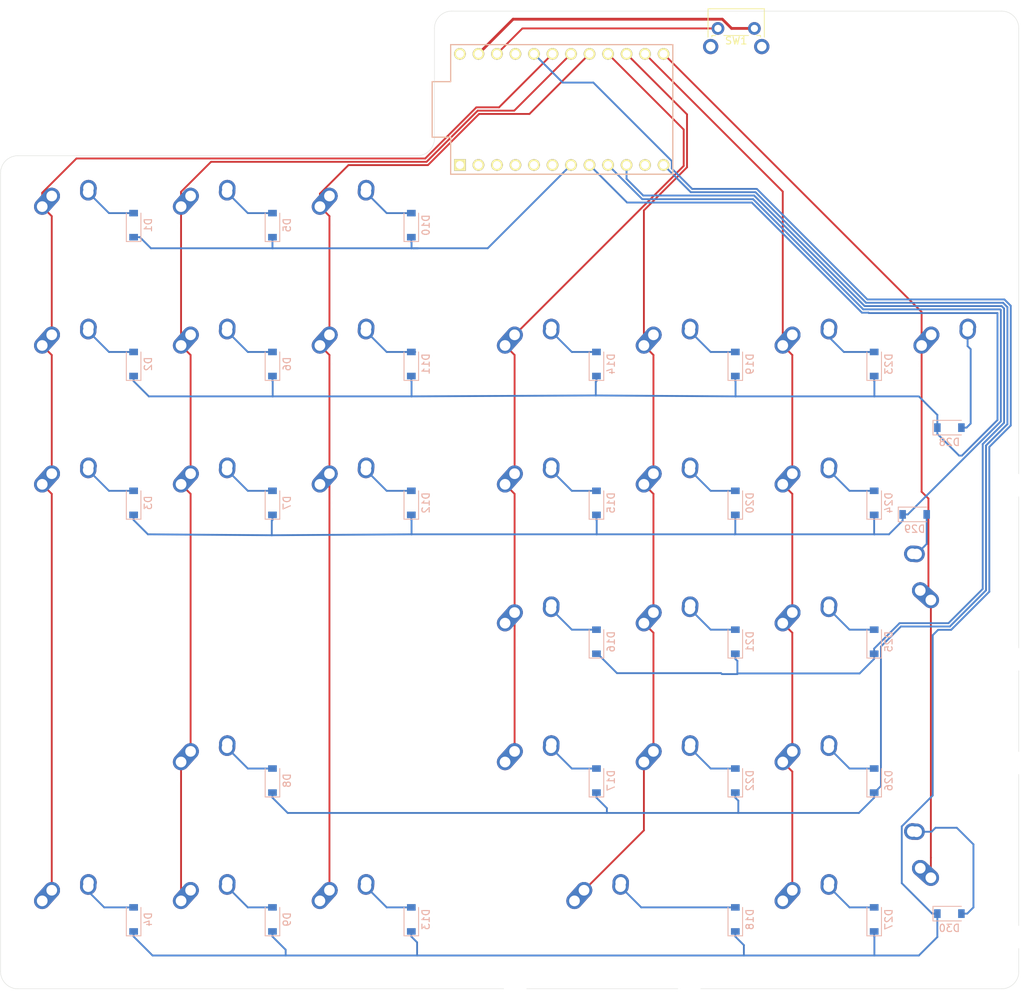
<source format=kicad_pcb>
(kicad_pcb (version 20171130) (host pcbnew "(5.1.5)-3")

  (general
    (thickness 1.6)
    (drawings 13)
    (tracks 343)
    (zones 0)
    (modules 62)
    (nets 53)
  )

  (page A4)
  (layers
    (0 F.Cu signal)
    (31 B.Cu signal)
    (32 B.Adhes user)
    (33 F.Adhes user)
    (34 B.Paste user)
    (35 F.Paste user)
    (36 B.SilkS user)
    (37 F.SilkS user)
    (38 B.Mask user)
    (39 F.Mask user)
    (40 Dwgs.User user)
    (41 Cmts.User user)
    (42 Eco1.User user)
    (43 Eco2.User user)
    (44 Edge.Cuts user)
    (45 Margin user)
    (46 B.CrtYd user)
    (47 F.CrtYd user)
    (48 B.Fab user)
    (49 F.Fab user)
  )

  (setup
    (last_trace_width 0.254)
    (trace_clearance 0.2)
    (zone_clearance 0.508)
    (zone_45_only no)
    (trace_min 0.2)
    (via_size 0.8)
    (via_drill 0.4)
    (via_min_size 0.4)
    (via_min_drill 0.3)
    (uvia_size 0.3)
    (uvia_drill 0.1)
    (uvias_allowed no)
    (uvia_min_size 0.2)
    (uvia_min_drill 0.1)
    (edge_width 0.05)
    (segment_width 0.2)
    (pcb_text_width 0.3)
    (pcb_text_size 1.5 1.5)
    (mod_edge_width 0.12)
    (mod_text_size 1 1)
    (mod_text_width 0.15)
    (pad_size 1.524 1.524)
    (pad_drill 0.762)
    (pad_to_mask_clearance 0.051)
    (solder_mask_min_width 0.25)
    (aux_axis_origin 0 0)
    (visible_elements 7FFFFFFF)
    (pcbplotparams
      (layerselection 0x010fc_ffffffff)
      (usegerberextensions false)
      (usegerberattributes false)
      (usegerberadvancedattributes false)
      (creategerberjobfile false)
      (excludeedgelayer true)
      (linewidth 0.100000)
      (plotframeref false)
      (viasonmask false)
      (mode 1)
      (useauxorigin false)
      (hpglpennumber 1)
      (hpglpenspeed 20)
      (hpglpendiameter 15.000000)
      (psnegative false)
      (psa4output false)
      (plotreference true)
      (plotvalue true)
      (plotinvisibletext false)
      (padsonsilk false)
      (subtractmaskfromsilk false)
      (outputformat 1)
      (mirror false)
      (drillshape 1)
      (scaleselection 1)
      (outputdirectory ""))
  )

  (net 0 "")
  (net 1 "Net-(D1-Pad2)")
  (net 2 ROW0)
  (net 3 "Net-(D2-Pad2)")
  (net 4 ROW1)
  (net 5 "Net-(D3-Pad2)")
  (net 6 ROW2)
  (net 7 "Net-(D4-Pad2)")
  (net 8 ROW5)
  (net 9 "Net-(D5-Pad2)")
  (net 10 "Net-(D6-Pad2)")
  (net 11 "Net-(D7-Pad2)")
  (net 12 "Net-(D8-Pad2)")
  (net 13 COL0)
  (net 14 "Net-(D9-Pad2)")
  (net 15 "Net-(D10-Pad2)")
  (net 16 "Net-(D11-Pad2)")
  (net 17 "Net-(D12-Pad2)")
  (net 18 "Net-(D13-Pad2)")
  (net 19 "Net-(D14-Pad2)")
  (net 20 "Net-(D15-Pad2)")
  (net 21 "Net-(D16-Pad2)")
  (net 22 "Net-(D17-Pad2)")
  (net 23 ROW4)
  (net 24 "Net-(D18-Pad2)")
  (net 25 "Net-(D19-Pad2)")
  (net 26 "Net-(D20-Pad2)")
  (net 27 "Net-(D21-Pad2)")
  (net 28 "Net-(D22-Pad2)")
  (net 29 "Net-(D23-Pad2)")
  (net 30 "Net-(D24-Pad2)")
  (net 31 "Net-(D25-Pad2)")
  (net 32 "Net-(D26-Pad2)")
  (net 33 "Net-(D27-Pad2)")
  (net 34 "Net-(D28-Pad2)")
  (net 35 "Net-(D29-Pad2)")
  (net 36 "Net-(D30-Pad2)")
  (net 37 COL1)
  (net 38 COL2)
  (net 39 COL3)
  (net 40 COL4)
  (net 41 COL5)
  (net 42 COL6)
  (net 43 "Net-(U1-Pad11)")
  (net 44 "Net-(U1-Pad1)")
  (net 45 ROW3)
  (net 46 "Net-(U1-Pad24)")
  (net 47 "Net-(U1-Pad6)")
  (net 48 "Net-(U1-Pad5)")
  (net 49 "Net-(U1-Pad2)")
  (net 50 "Net-(SW1-Pad1)")
  (net 51 GND)
  (net 52 VCC)

  (net_class Default "This is the default net class."
    (clearance 0.2)
    (trace_width 0.254)
    (via_dia 0.8)
    (via_drill 0.4)
    (uvia_dia 0.3)
    (uvia_drill 0.1)
    (add_net COL0)
    (add_net COL1)
    (add_net COL2)
    (add_net COL3)
    (add_net COL4)
    (add_net COL5)
    (add_net COL6)
    (add_net "Net-(D1-Pad2)")
    (add_net "Net-(D10-Pad2)")
    (add_net "Net-(D11-Pad2)")
    (add_net "Net-(D12-Pad2)")
    (add_net "Net-(D13-Pad2)")
    (add_net "Net-(D14-Pad2)")
    (add_net "Net-(D15-Pad2)")
    (add_net "Net-(D16-Pad2)")
    (add_net "Net-(D17-Pad2)")
    (add_net "Net-(D18-Pad2)")
    (add_net "Net-(D19-Pad2)")
    (add_net "Net-(D2-Pad2)")
    (add_net "Net-(D20-Pad2)")
    (add_net "Net-(D21-Pad2)")
    (add_net "Net-(D22-Pad2)")
    (add_net "Net-(D23-Pad2)")
    (add_net "Net-(D24-Pad2)")
    (add_net "Net-(D25-Pad2)")
    (add_net "Net-(D26-Pad2)")
    (add_net "Net-(D27-Pad2)")
    (add_net "Net-(D28-Pad2)")
    (add_net "Net-(D29-Pad2)")
    (add_net "Net-(D3-Pad2)")
    (add_net "Net-(D30-Pad2)")
    (add_net "Net-(D4-Pad2)")
    (add_net "Net-(D5-Pad2)")
    (add_net "Net-(D6-Pad2)")
    (add_net "Net-(D7-Pad2)")
    (add_net "Net-(D8-Pad2)")
    (add_net "Net-(D9-Pad2)")
    (add_net "Net-(SW1-Pad1)")
    (add_net "Net-(U1-Pad1)")
    (add_net "Net-(U1-Pad11)")
    (add_net "Net-(U1-Pad2)")
    (add_net "Net-(U1-Pad24)")
    (add_net "Net-(U1-Pad5)")
    (add_net "Net-(U1-Pad6)")
    (add_net ROW0)
    (add_net ROW1)
    (add_net ROW2)
    (add_net ROW3)
    (add_net ROW4)
    (add_net ROW5)
  )

  (net_class Power ""
    (clearance 0.2)
    (trace_width 0.381)
    (via_dia 0.8)
    (via_drill 0.4)
    (uvia_dia 0.3)
    (uvia_drill 0.1)
    (add_net GND)
    (add_net VCC)
  )

  (module Keebio-Parts:SW_Tactile_SPST_Angled_MJTP1117 (layer F.Cu) (tedit 5955E103) (tstamp 5E5C5D14)
    (at 162.433 32.5755)
    (descr "tactile switch SPST right angle, PTS645VL39-2 LFS")
    (tags "tactile switch SPST angled PTS645VL39-2 LFS C&K Button")
    (path /5E5D8DF5)
    (fp_text reference SW1 (at 2.5 1.68) (layer F.SilkS)
      (effects (font (size 1 1) (thickness 0.15)))
    )
    (fp_text value SW_Push (at 2.5 5.38988) (layer F.Fab)
      (effects (font (size 1 1) (thickness 0.15)))
    )
    (fp_line (start 0.8 0.97) (end 4.2 0.97) (layer F.SilkS) (width 0.12))
    (fp_line (start -0.84 0.97) (end -0.3 0.97) (layer F.SilkS) (width 0.12))
    (fp_line (start 5.3 0.97) (end 5.84 0.97) (layer F.SilkS) (width 0.12))
    (fp_line (start 5.84 0.97) (end 5.84 1.2) (layer F.SilkS) (width 0.12))
    (fp_line (start -0.95 3.6) (end -0.95 0.86) (layer F.Fab) (width 0.1))
    (fp_line (start 5.95 3.6) (end 6.25 3.6) (layer F.Fab) (width 0.1))
    (fp_line (start -1.25 3.6) (end -1.25 -2.59) (layer F.Fab) (width 0.1))
    (fp_line (start -1.25 -2.59) (end 6.25 -2.59) (layer F.Fab) (width 0.1))
    (fp_line (start -1.36 -2.7) (end -1.36 1.2) (layer F.SilkS) (width 0.12))
    (fp_line (start 6.36 -2.7) (end 6.36 1.2) (layer F.SilkS) (width 0.12))
    (fp_line (start -1.36 -2.7) (end 6.36 -2.7) (layer F.SilkS) (width 0.12))
    (fp_line (start -2.25 4.45) (end -2.25 -2.8) (layer F.CrtYd) (width 0.05))
    (fp_line (start 7.3 4.45) (end -2.25 4.45) (layer F.CrtYd) (width 0.05))
    (fp_line (start 7.3 -2.8) (end 7.3 4.45) (layer F.CrtYd) (width 0.05))
    (fp_line (start -2.25 -2.8) (end 7.3 -2.8) (layer F.CrtYd) (width 0.05))
    (fp_line (start 6.25 3.6) (end 6.25 -2.59) (layer F.Fab) (width 0.1))
    (fp_line (start -0.95 0.86) (end 5.95 0.86) (layer F.Fab) (width 0.1))
    (fp_line (start -1.25 3.6) (end -0.95 3.6) (layer F.Fab) (width 0.1))
    (fp_line (start 5.95 3.6) (end 5.95 0.86) (layer F.Fab) (width 0.1))
    (fp_line (start -0.84 0.97) (end -0.84 1.2) (layer F.SilkS) (width 0.12))
    (fp_line (start 1.05 -3.85) (end 3.95 -3.85) (layer F.Fab) (width 0.1))
    (fp_line (start 3.95 -3.85) (end 3.95 -2.59) (layer F.Fab) (width 0.1))
    (fp_line (start 1.05 -3.85) (end 1.05 -2.59) (layer F.Fab) (width 0.1))
    (pad "" np_thru_hole circle (at 2.5 -1.21) (size 1.2 1.2) (drill 1.2) (layers *.Cu *.Mask))
    (pad "" thru_hole circle (at -1 2.49) (size 2.1 2.1) (drill 1.3) (layers *.Cu *.Mask))
    (pad 1 thru_hole circle (at 0 0) (size 1.75 1.75) (drill 0.99) (layers *.Cu *.Mask)
      (net 50 "Net-(SW1-Pad1)"))
    (pad 2 thru_hole circle (at 5 0) (size 1.75 1.75) (drill 0.99) (layers *.Cu *.Mask)
      (net 51 GND))
    (pad "" thru_hole circle (at 6.01 2.49) (size 2.1 2.1) (drill 1.3) (layers *.Cu *.Mask))
    (model ${KISYS3DMOD}/Buttons_Switches_THT.3dshapes/SW_Tactile_SPST_Angled_PTS645Vx39-2LFS.wrl
      (at (xyz 0 0 0))
      (scale (xyz 1 1 1))
      (rotate (xyz 0 0 0))
    )
  )

  (module promicro:ProMicro (layer F.Cu) (tedit 5A06A962) (tstamp 5E5659E7)
    (at 141.00175 43.688)
    (descr "Pro Micro footprint")
    (tags "promicro ProMicro")
    (path /5E854480)
    (fp_text reference U1 (at 0 -10.16) (layer F.SilkS) hide
      (effects (font (size 1 1) (thickness 0.15)))
    )
    (fp_text value ProMicro (at 0 10.16) (layer F.Fab)
      (effects (font (size 1 1) (thickness 0.15)))
    )
    (fp_line (start 15.24 -8.89) (end 15.24 8.89) (layer F.SilkS) (width 0.15))
    (fp_line (start -15.24 -8.89) (end 15.24 -8.89) (layer F.SilkS) (width 0.15))
    (fp_line (start -15.24 -3.81) (end -15.24 -8.89) (layer F.SilkS) (width 0.15))
    (fp_line (start -17.78 -3.81) (end -15.24 -3.81) (layer F.SilkS) (width 0.15))
    (fp_line (start -17.78 3.81) (end -17.78 -3.81) (layer F.SilkS) (width 0.15))
    (fp_line (start -15.24 3.81) (end -17.78 3.81) (layer F.SilkS) (width 0.15))
    (fp_line (start -15.24 8.89) (end -15.24 3.81) (layer F.SilkS) (width 0.15))
    (fp_line (start -15.24 8.89) (end 15.24 8.89) (layer F.SilkS) (width 0.15))
    (fp_line (start -15.24 -8.89) (end 15.24 -8.89) (layer B.SilkS) (width 0.15))
    (fp_line (start -15.24 -3.81) (end -15.24 -8.89) (layer B.SilkS) (width 0.15))
    (fp_line (start -17.78 -3.81) (end -15.24 -3.81) (layer B.SilkS) (width 0.15))
    (fp_line (start -17.78 3.81) (end -17.78 -3.81) (layer B.SilkS) (width 0.15))
    (fp_line (start -15.24 3.81) (end -17.78 3.81) (layer B.SilkS) (width 0.15))
    (fp_line (start -15.24 8.89) (end -15.24 3.81) (layer B.SilkS) (width 0.15))
    (fp_line (start 15.24 8.89) (end -15.24 8.89) (layer B.SilkS) (width 0.15))
    (fp_line (start 15.24 -8.89) (end 15.24 8.89) (layer B.SilkS) (width 0.15))
    (pad 24 thru_hole circle (at -13.97 -7.62) (size 1.6 1.6) (drill 1.1) (layers *.Cu *.Mask F.SilkS)
      (net 46 "Net-(U1-Pad24)"))
    (pad 23 thru_hole circle (at -11.43 -7.62) (size 1.6 1.6) (drill 1.1) (layers *.Cu *.Mask F.SilkS)
      (net 51 GND))
    (pad 22 thru_hole circle (at -8.89 -7.62) (size 1.6 1.6) (drill 1.1) (layers *.Cu *.Mask F.SilkS)
      (net 50 "Net-(SW1-Pad1)"))
    (pad 21 thru_hole circle (at -6.35 -7.62) (size 1.6 1.6) (drill 1.1) (layers *.Cu *.Mask F.SilkS)
      (net 52 VCC))
    (pad 20 thru_hole circle (at -3.81 -7.62) (size 1.6 1.6) (drill 1.1) (layers *.Cu *.Mask F.SilkS)
      (net 8 ROW5))
    (pad 19 thru_hole circle (at -1.27 -7.62) (size 1.6 1.6) (drill 1.1) (layers *.Cu *.Mask F.SilkS)
      (net 13 COL0))
    (pad 18 thru_hole circle (at 1.27 -7.62) (size 1.6 1.6) (drill 1.1) (layers *.Cu *.Mask F.SilkS)
      (net 37 COL1))
    (pad 17 thru_hole circle (at 3.81 -7.62) (size 1.6 1.6) (drill 1.1) (layers *.Cu *.Mask F.SilkS)
      (net 38 COL2))
    (pad 16 thru_hole circle (at 6.35 -7.62) (size 1.6 1.6) (drill 1.1) (layers *.Cu *.Mask F.SilkS)
      (net 39 COL3))
    (pad 15 thru_hole circle (at 8.89 -7.62) (size 1.6 1.6) (drill 1.1) (layers *.Cu *.Mask F.SilkS)
      (net 40 COL4))
    (pad 14 thru_hole circle (at 11.43 -7.62) (size 1.6 1.6) (drill 1.1) (layers *.Cu *.Mask F.SilkS)
      (net 41 COL5))
    (pad 13 thru_hole circle (at 13.97 -7.62) (size 1.6 1.6) (drill 1.1) (layers *.Cu *.Mask F.SilkS)
      (net 42 COL6))
    (pad 12 thru_hole circle (at 13.97 7.62) (size 1.6 1.6) (drill 1.1) (layers *.Cu *.Mask F.SilkS)
      (net 23 ROW4))
    (pad 11 thru_hole circle (at 11.43 7.62) (size 1.6 1.6) (drill 1.1) (layers *.Cu *.Mask F.SilkS)
      (net 43 "Net-(U1-Pad11)"))
    (pad 10 thru_hole circle (at 8.89 7.62) (size 1.6 1.6) (drill 1.1) (layers *.Cu *.Mask F.SilkS)
      (net 45 ROW3))
    (pad 9 thru_hole circle (at 6.35 7.62) (size 1.6 1.6) (drill 1.1) (layers *.Cu *.Mask F.SilkS)
      (net 6 ROW2))
    (pad 8 thru_hole circle (at 3.81 7.62) (size 1.6 1.6) (drill 1.1) (layers *.Cu *.Mask F.SilkS)
      (net 4 ROW1))
    (pad 7 thru_hole circle (at 1.27 7.62) (size 1.6 1.6) (drill 1.1) (layers *.Cu *.Mask F.SilkS)
      (net 2 ROW0))
    (pad 6 thru_hole circle (at -1.27 7.62) (size 1.6 1.6) (drill 1.1) (layers *.Cu *.Mask F.SilkS)
      (net 47 "Net-(U1-Pad6)"))
    (pad 5 thru_hole circle (at -3.81 7.62) (size 1.6 1.6) (drill 1.1) (layers *.Cu *.Mask F.SilkS)
      (net 48 "Net-(U1-Pad5)"))
    (pad 4 thru_hole circle (at -6.35 7.62) (size 1.6 1.6) (drill 1.1) (layers *.Cu *.Mask F.SilkS)
      (net 51 GND))
    (pad 3 thru_hole circle (at -8.89 7.62) (size 1.6 1.6) (drill 1.1) (layers *.Cu *.Mask F.SilkS)
      (net 51 GND))
    (pad 2 thru_hole circle (at -11.43 7.62) (size 1.6 1.6) (drill 1.1) (layers *.Cu *.Mask F.SilkS)
      (net 49 "Net-(U1-Pad2)"))
    (pad 1 thru_hole rect (at -13.97 7.62) (size 1.6 1.6) (drill 1.1) (layers *.Cu *.Mask F.SilkS)
      (net 44 "Net-(U1-Pad1)"))
  )

  (module MX_Alps_Hybrid:MX-2U-NoLED (layer F.Cu) (tedit 5A9F522A) (tstamp 5E552459)
    (at 194.183 145.288 90)
    (path /5E5ABB04)
    (fp_text reference MX60-2u1 (at 0 3.175 90) (layer Dwgs.User)
      (effects (font (size 1 1) (thickness 0.15)))
    )
    (fp_text value MX-NoLED (at 0 -7.9375 90) (layer Dwgs.User)
      (effects (font (size 1 1) (thickness 0.15)))
    )
    (fp_line (start -19.05 9.525) (end -19.05 -9.525) (layer Dwgs.User) (width 0.15))
    (fp_line (start -19.05 9.525) (end 19.05 9.525) (layer Dwgs.User) (width 0.15))
    (fp_line (start 19.05 -9.525) (end 19.05 9.525) (layer Dwgs.User) (width 0.15))
    (fp_line (start -19.05 -9.525) (end 19.05 -9.525) (layer Dwgs.User) (width 0.15))
    (fp_line (start -7 -7) (end -7 -5) (layer Dwgs.User) (width 0.15))
    (fp_line (start -5 -7) (end -7 -7) (layer Dwgs.User) (width 0.15))
    (fp_line (start -7 7) (end -5 7) (layer Dwgs.User) (width 0.15))
    (fp_line (start -7 5) (end -7 7) (layer Dwgs.User) (width 0.15))
    (fp_line (start 7 7) (end 7 5) (layer Dwgs.User) (width 0.15))
    (fp_line (start 5 7) (end 7 7) (layer Dwgs.User) (width 0.15))
    (fp_line (start 7 -7) (end 7 -5) (layer Dwgs.User) (width 0.15))
    (fp_line (start 5 -7) (end 7 -7) (layer Dwgs.User) (width 0.15))
    (pad "" np_thru_hole circle (at 11.938 8.255 90) (size 3.9878 3.9878) (drill 3.9878) (layers *.Cu *.Mask))
    (pad "" np_thru_hole circle (at -11.938 8.255 90) (size 3.9878 3.9878) (drill 3.9878) (layers *.Cu *.Mask))
    (pad "" np_thru_hole circle (at 11.938 -6.985 90) (size 3.048 3.048) (drill 3.048) (layers *.Cu *.Mask))
    (pad "" np_thru_hole circle (at -11.938 -6.985 90) (size 3.048 3.048) (drill 3.048) (layers *.Cu *.Mask))
    (pad "" np_thru_hole circle (at 5.08 0 138.0996) (size 1.75 1.75) (drill 1.75) (layers *.Cu *.Mask))
    (pad "" np_thru_hole circle (at -5.08 0 138.0996) (size 1.75 1.75) (drill 1.75) (layers *.Cu *.Mask))
    (pad 1 thru_hole circle (at -2.5 -4 90) (size 2.25 2.25) (drill 1.47) (layers *.Cu B.Mask)
      (net 42 COL6))
    (pad "" np_thru_hole circle (at 0 0 90) (size 3.9878 3.9878) (drill 3.9878) (layers *.Cu *.Mask))
    (pad 1 thru_hole oval (at -3.81 -2.54 138.0996) (size 4.211556 2.25) (drill 1.47 (offset 0.980778 0)) (layers *.Cu B.Mask)
      (net 42 COL6))
    (pad 2 thru_hole circle (at 2.54 -5.08 90) (size 2.25 2.25) (drill 1.47) (layers *.Cu B.Mask)
      (net 36 "Net-(D30-Pad2)"))
    (pad 2 thru_hole oval (at 2.5 -4.5 176.0548) (size 2.831378 2.25) (drill 1.47 (offset 0.290689 0)) (layers *.Cu B.Mask)
      (net 36 "Net-(D30-Pad2)"))
  )

  (module MX_Alps_Hybrid:MX-2U-NoLED (layer F.Cu) (tedit 5A9F522A) (tstamp 5E55243E)
    (at 194.183 107.188 90)
    (path /5E591219)
    (fp_text reference MX58-2u1 (at 0 3.175 90) (layer Dwgs.User)
      (effects (font (size 1 1) (thickness 0.15)))
    )
    (fp_text value MX-NoLED (at 0 -7.9375 90) (layer Dwgs.User)
      (effects (font (size 1 1) (thickness 0.15)))
    )
    (fp_line (start -19.05 9.525) (end -19.05 -9.525) (layer Dwgs.User) (width 0.15))
    (fp_line (start -19.05 9.525) (end 19.05 9.525) (layer Dwgs.User) (width 0.15))
    (fp_line (start 19.05 -9.525) (end 19.05 9.525) (layer Dwgs.User) (width 0.15))
    (fp_line (start -19.05 -9.525) (end 19.05 -9.525) (layer Dwgs.User) (width 0.15))
    (fp_line (start -7 -7) (end -7 -5) (layer Dwgs.User) (width 0.15))
    (fp_line (start -5 -7) (end -7 -7) (layer Dwgs.User) (width 0.15))
    (fp_line (start -7 7) (end -5 7) (layer Dwgs.User) (width 0.15))
    (fp_line (start -7 5) (end -7 7) (layer Dwgs.User) (width 0.15))
    (fp_line (start 7 7) (end 7 5) (layer Dwgs.User) (width 0.15))
    (fp_line (start 5 7) (end 7 7) (layer Dwgs.User) (width 0.15))
    (fp_line (start 7 -7) (end 7 -5) (layer Dwgs.User) (width 0.15))
    (fp_line (start 5 -7) (end 7 -7) (layer Dwgs.User) (width 0.15))
    (pad "" np_thru_hole circle (at 11.938 8.255 90) (size 3.9878 3.9878) (drill 3.9878) (layers *.Cu *.Mask))
    (pad "" np_thru_hole circle (at -11.938 8.255 90) (size 3.9878 3.9878) (drill 3.9878) (layers *.Cu *.Mask))
    (pad "" np_thru_hole circle (at 11.938 -6.985 90) (size 3.048 3.048) (drill 3.048) (layers *.Cu *.Mask))
    (pad "" np_thru_hole circle (at -11.938 -6.985 90) (size 3.048 3.048) (drill 3.048) (layers *.Cu *.Mask))
    (pad "" np_thru_hole circle (at 5.08 0 138.0996) (size 1.75 1.75) (drill 1.75) (layers *.Cu *.Mask))
    (pad "" np_thru_hole circle (at -5.08 0 138.0996) (size 1.75 1.75) (drill 1.75) (layers *.Cu *.Mask))
    (pad 1 thru_hole circle (at -2.5 -4 90) (size 2.25 2.25) (drill 1.47) (layers *.Cu B.Mask)
      (net 42 COL6))
    (pad "" np_thru_hole circle (at 0 0 90) (size 3.9878 3.9878) (drill 3.9878) (layers *.Cu *.Mask))
    (pad 1 thru_hole oval (at -3.81 -2.54 138.0996) (size 4.211556 2.25) (drill 1.47 (offset 0.980778 0)) (layers *.Cu B.Mask)
      (net 42 COL6))
    (pad 2 thru_hole circle (at 2.54 -5.08 90) (size 2.25 2.25) (drill 1.47) (layers *.Cu B.Mask)
      (net 35 "Net-(D29-Pad2)"))
    (pad 2 thru_hole oval (at 2.5 -4.5 176.0548) (size 2.831378 2.25) (drill 1.47 (offset 0.290689 0)) (layers *.Cu B.Mask)
      (net 35 "Net-(D29-Pad2)"))
  )

  (module MX_Alps_Hybrid:MX-1U-NoLED (layer F.Cu) (tedit 5A9F5203) (tstamp 5E552423)
    (at 194.183 78.613)
    (path /5E588109)
    (fp_text reference MX56 (at 0 3.175) (layer Dwgs.User)
      (effects (font (size 1 1) (thickness 0.15)))
    )
    (fp_text value MX-NoLED (at 0 -7.9375) (layer Dwgs.User)
      (effects (font (size 1 1) (thickness 0.15)))
    )
    (fp_line (start -9.525 9.525) (end -9.525 -9.525) (layer Dwgs.User) (width 0.15))
    (fp_line (start 9.525 9.525) (end -9.525 9.525) (layer Dwgs.User) (width 0.15))
    (fp_line (start 9.525 -9.525) (end 9.525 9.525) (layer Dwgs.User) (width 0.15))
    (fp_line (start -9.525 -9.525) (end 9.525 -9.525) (layer Dwgs.User) (width 0.15))
    (fp_line (start -7 -7) (end -7 -5) (layer Dwgs.User) (width 0.15))
    (fp_line (start -5 -7) (end -7 -7) (layer Dwgs.User) (width 0.15))
    (fp_line (start -7 7) (end -5 7) (layer Dwgs.User) (width 0.15))
    (fp_line (start -7 5) (end -7 7) (layer Dwgs.User) (width 0.15))
    (fp_line (start 7 7) (end 7 5) (layer Dwgs.User) (width 0.15))
    (fp_line (start 5 7) (end 7 7) (layer Dwgs.User) (width 0.15))
    (fp_line (start 7 -7) (end 7 -5) (layer Dwgs.User) (width 0.15))
    (fp_line (start 5 -7) (end 7 -7) (layer Dwgs.User) (width 0.15))
    (pad "" np_thru_hole circle (at 5.08 0 48.0996) (size 1.75 1.75) (drill 1.75) (layers *.Cu *.Mask))
    (pad "" np_thru_hole circle (at -5.08 0 48.0996) (size 1.75 1.75) (drill 1.75) (layers *.Cu *.Mask))
    (pad 1 thru_hole circle (at -2.5 -4) (size 2.25 2.25) (drill 1.47) (layers *.Cu B.Mask)
      (net 42 COL6))
    (pad "" np_thru_hole circle (at 0 0) (size 3.9878 3.9878) (drill 3.9878) (layers *.Cu *.Mask))
    (pad 1 thru_hole oval (at -3.81 -2.54 48.0996) (size 4.211556 2.25) (drill 1.47 (offset 0.980778 0)) (layers *.Cu B.Mask)
      (net 42 COL6))
    (pad 2 thru_hole circle (at 2.54 -5.08) (size 2.25 2.25) (drill 1.47) (layers *.Cu B.Mask)
      (net 34 "Net-(D28-Pad2)"))
    (pad 2 thru_hole oval (at 2.5 -4.5 86.0548) (size 2.831378 2.25) (drill 1.47 (offset 0.290689 0)) (layers *.Cu B.Mask)
      (net 34 "Net-(D28-Pad2)"))
  )

  (module MX_Alps_Hybrid:MX-1U-NoLED (layer F.Cu) (tedit 5A9F5203) (tstamp 5E55240C)
    (at 175.133 154.813)
    (path /5E5A8C99)
    (fp_text reference MX54 (at 0 3.175) (layer Dwgs.User)
      (effects (font (size 1 1) (thickness 0.15)))
    )
    (fp_text value MX-NoLED (at 0 -7.9375) (layer Dwgs.User)
      (effects (font (size 1 1) (thickness 0.15)))
    )
    (fp_line (start -9.525 9.525) (end -9.525 -9.525) (layer Dwgs.User) (width 0.15))
    (fp_line (start 9.525 9.525) (end -9.525 9.525) (layer Dwgs.User) (width 0.15))
    (fp_line (start 9.525 -9.525) (end 9.525 9.525) (layer Dwgs.User) (width 0.15))
    (fp_line (start -9.525 -9.525) (end 9.525 -9.525) (layer Dwgs.User) (width 0.15))
    (fp_line (start -7 -7) (end -7 -5) (layer Dwgs.User) (width 0.15))
    (fp_line (start -5 -7) (end -7 -7) (layer Dwgs.User) (width 0.15))
    (fp_line (start -7 7) (end -5 7) (layer Dwgs.User) (width 0.15))
    (fp_line (start -7 5) (end -7 7) (layer Dwgs.User) (width 0.15))
    (fp_line (start 7 7) (end 7 5) (layer Dwgs.User) (width 0.15))
    (fp_line (start 5 7) (end 7 7) (layer Dwgs.User) (width 0.15))
    (fp_line (start 7 -7) (end 7 -5) (layer Dwgs.User) (width 0.15))
    (fp_line (start 5 -7) (end 7 -7) (layer Dwgs.User) (width 0.15))
    (pad "" np_thru_hole circle (at 5.08 0 48.0996) (size 1.75 1.75) (drill 1.75) (layers *.Cu *.Mask))
    (pad "" np_thru_hole circle (at -5.08 0 48.0996) (size 1.75 1.75) (drill 1.75) (layers *.Cu *.Mask))
    (pad 1 thru_hole circle (at -2.5 -4) (size 2.25 2.25) (drill 1.47) (layers *.Cu B.Mask)
      (net 41 COL5))
    (pad "" np_thru_hole circle (at 0 0) (size 3.9878 3.9878) (drill 3.9878) (layers *.Cu *.Mask))
    (pad 1 thru_hole oval (at -3.81 -2.54 48.0996) (size 4.211556 2.25) (drill 1.47 (offset 0.980778 0)) (layers *.Cu B.Mask)
      (net 41 COL5))
    (pad 2 thru_hole circle (at 2.54 -5.08) (size 2.25 2.25) (drill 1.47) (layers *.Cu B.Mask)
      (net 33 "Net-(D27-Pad2)"))
    (pad 2 thru_hole oval (at 2.5 -4.5 86.0548) (size 2.831378 2.25) (drill 1.47 (offset 0.290689 0)) (layers *.Cu B.Mask)
      (net 33 "Net-(D27-Pad2)"))
  )

  (module MX_Alps_Hybrid:MX-1U-NoLED (layer F.Cu) (tedit 5A9F5203) (tstamp 5E5523F5)
    (at 175.133 135.763)
    (path /5E59EBD0)
    (fp_text reference MX52 (at 0 3.175) (layer Dwgs.User)
      (effects (font (size 1 1) (thickness 0.15)))
    )
    (fp_text value MX-NoLED (at 0 -7.9375) (layer Dwgs.User)
      (effects (font (size 1 1) (thickness 0.15)))
    )
    (fp_line (start -9.525 9.525) (end -9.525 -9.525) (layer Dwgs.User) (width 0.15))
    (fp_line (start 9.525 9.525) (end -9.525 9.525) (layer Dwgs.User) (width 0.15))
    (fp_line (start 9.525 -9.525) (end 9.525 9.525) (layer Dwgs.User) (width 0.15))
    (fp_line (start -9.525 -9.525) (end 9.525 -9.525) (layer Dwgs.User) (width 0.15))
    (fp_line (start -7 -7) (end -7 -5) (layer Dwgs.User) (width 0.15))
    (fp_line (start -5 -7) (end -7 -7) (layer Dwgs.User) (width 0.15))
    (fp_line (start -7 7) (end -5 7) (layer Dwgs.User) (width 0.15))
    (fp_line (start -7 5) (end -7 7) (layer Dwgs.User) (width 0.15))
    (fp_line (start 7 7) (end 7 5) (layer Dwgs.User) (width 0.15))
    (fp_line (start 5 7) (end 7 7) (layer Dwgs.User) (width 0.15))
    (fp_line (start 7 -7) (end 7 -5) (layer Dwgs.User) (width 0.15))
    (fp_line (start 5 -7) (end 7 -7) (layer Dwgs.User) (width 0.15))
    (pad "" np_thru_hole circle (at 5.08 0 48.0996) (size 1.75 1.75) (drill 1.75) (layers *.Cu *.Mask))
    (pad "" np_thru_hole circle (at -5.08 0 48.0996) (size 1.75 1.75) (drill 1.75) (layers *.Cu *.Mask))
    (pad 1 thru_hole circle (at -2.5 -4) (size 2.25 2.25) (drill 1.47) (layers *.Cu B.Mask)
      (net 41 COL5))
    (pad "" np_thru_hole circle (at 0 0) (size 3.9878 3.9878) (drill 3.9878) (layers *.Cu *.Mask))
    (pad 1 thru_hole oval (at -3.81 -2.54 48.0996) (size 4.211556 2.25) (drill 1.47 (offset 0.980778 0)) (layers *.Cu B.Mask)
      (net 41 COL5))
    (pad 2 thru_hole circle (at 2.54 -5.08) (size 2.25 2.25) (drill 1.47) (layers *.Cu B.Mask)
      (net 32 "Net-(D26-Pad2)"))
    (pad 2 thru_hole oval (at 2.5 -4.5 86.0548) (size 2.831378 2.25) (drill 1.47 (offset 0.290689 0)) (layers *.Cu B.Mask)
      (net 32 "Net-(D26-Pad2)"))
  )

  (module MX_Alps_Hybrid:MX-1U-NoLED (layer F.Cu) (tedit 5A9F5203) (tstamp 5E5523DE)
    (at 175.133 116.713)
    (path /5E597E86)
    (fp_text reference MX50 (at 0 3.175) (layer Dwgs.User)
      (effects (font (size 1 1) (thickness 0.15)))
    )
    (fp_text value MX-NoLED (at 0 -7.9375) (layer Dwgs.User)
      (effects (font (size 1 1) (thickness 0.15)))
    )
    (fp_line (start -9.525 9.525) (end -9.525 -9.525) (layer Dwgs.User) (width 0.15))
    (fp_line (start 9.525 9.525) (end -9.525 9.525) (layer Dwgs.User) (width 0.15))
    (fp_line (start 9.525 -9.525) (end 9.525 9.525) (layer Dwgs.User) (width 0.15))
    (fp_line (start -9.525 -9.525) (end 9.525 -9.525) (layer Dwgs.User) (width 0.15))
    (fp_line (start -7 -7) (end -7 -5) (layer Dwgs.User) (width 0.15))
    (fp_line (start -5 -7) (end -7 -7) (layer Dwgs.User) (width 0.15))
    (fp_line (start -7 7) (end -5 7) (layer Dwgs.User) (width 0.15))
    (fp_line (start -7 5) (end -7 7) (layer Dwgs.User) (width 0.15))
    (fp_line (start 7 7) (end 7 5) (layer Dwgs.User) (width 0.15))
    (fp_line (start 5 7) (end 7 7) (layer Dwgs.User) (width 0.15))
    (fp_line (start 7 -7) (end 7 -5) (layer Dwgs.User) (width 0.15))
    (fp_line (start 5 -7) (end 7 -7) (layer Dwgs.User) (width 0.15))
    (pad "" np_thru_hole circle (at 5.08 0 48.0996) (size 1.75 1.75) (drill 1.75) (layers *.Cu *.Mask))
    (pad "" np_thru_hole circle (at -5.08 0 48.0996) (size 1.75 1.75) (drill 1.75) (layers *.Cu *.Mask))
    (pad 1 thru_hole circle (at -2.5 -4) (size 2.25 2.25) (drill 1.47) (layers *.Cu B.Mask)
      (net 41 COL5))
    (pad "" np_thru_hole circle (at 0 0) (size 3.9878 3.9878) (drill 3.9878) (layers *.Cu *.Mask))
    (pad 1 thru_hole oval (at -3.81 -2.54 48.0996) (size 4.211556 2.25) (drill 1.47 (offset 0.980778 0)) (layers *.Cu B.Mask)
      (net 41 COL5))
    (pad 2 thru_hole circle (at 2.54 -5.08) (size 2.25 2.25) (drill 1.47) (layers *.Cu B.Mask)
      (net 31 "Net-(D25-Pad2)"))
    (pad 2 thru_hole oval (at 2.5 -4.5 86.0548) (size 2.831378 2.25) (drill 1.47 (offset 0.290689 0)) (layers *.Cu B.Mask)
      (net 31 "Net-(D25-Pad2)"))
  )

  (module MX_Alps_Hybrid:MX-1U-NoLED (layer F.Cu) (tedit 5A9F5203) (tstamp 5E5523C7)
    (at 175.133 97.663)
    (path /5E58DEE3)
    (fp_text reference MX48 (at 0 3.175) (layer Dwgs.User)
      (effects (font (size 1 1) (thickness 0.15)))
    )
    (fp_text value MX-NoLED (at 0 -7.9375) (layer Dwgs.User)
      (effects (font (size 1 1) (thickness 0.15)))
    )
    (fp_line (start -9.525 9.525) (end -9.525 -9.525) (layer Dwgs.User) (width 0.15))
    (fp_line (start 9.525 9.525) (end -9.525 9.525) (layer Dwgs.User) (width 0.15))
    (fp_line (start 9.525 -9.525) (end 9.525 9.525) (layer Dwgs.User) (width 0.15))
    (fp_line (start -9.525 -9.525) (end 9.525 -9.525) (layer Dwgs.User) (width 0.15))
    (fp_line (start -7 -7) (end -7 -5) (layer Dwgs.User) (width 0.15))
    (fp_line (start -5 -7) (end -7 -7) (layer Dwgs.User) (width 0.15))
    (fp_line (start -7 7) (end -5 7) (layer Dwgs.User) (width 0.15))
    (fp_line (start -7 5) (end -7 7) (layer Dwgs.User) (width 0.15))
    (fp_line (start 7 7) (end 7 5) (layer Dwgs.User) (width 0.15))
    (fp_line (start 5 7) (end 7 7) (layer Dwgs.User) (width 0.15))
    (fp_line (start 7 -7) (end 7 -5) (layer Dwgs.User) (width 0.15))
    (fp_line (start 5 -7) (end 7 -7) (layer Dwgs.User) (width 0.15))
    (pad "" np_thru_hole circle (at 5.08 0 48.0996) (size 1.75 1.75) (drill 1.75) (layers *.Cu *.Mask))
    (pad "" np_thru_hole circle (at -5.08 0 48.0996) (size 1.75 1.75) (drill 1.75) (layers *.Cu *.Mask))
    (pad 1 thru_hole circle (at -2.5 -4) (size 2.25 2.25) (drill 1.47) (layers *.Cu B.Mask)
      (net 41 COL5))
    (pad "" np_thru_hole circle (at 0 0) (size 3.9878 3.9878) (drill 3.9878) (layers *.Cu *.Mask))
    (pad 1 thru_hole oval (at -3.81 -2.54 48.0996) (size 4.211556 2.25) (drill 1.47 (offset 0.980778 0)) (layers *.Cu B.Mask)
      (net 41 COL5))
    (pad 2 thru_hole circle (at 2.54 -5.08) (size 2.25 2.25) (drill 1.47) (layers *.Cu B.Mask)
      (net 30 "Net-(D24-Pad2)"))
    (pad 2 thru_hole oval (at 2.5 -4.5 86.0548) (size 2.831378 2.25) (drill 1.47 (offset 0.290689 0)) (layers *.Cu B.Mask)
      (net 30 "Net-(D24-Pad2)"))
  )

  (module MX_Alps_Hybrid:MX-1U-NoLED (layer F.Cu) (tedit 5A9F5203) (tstamp 5E5523B0)
    (at 175.133 78.613)
    (path /5E57DAEE)
    (fp_text reference MX46 (at 0 3.175) (layer Dwgs.User)
      (effects (font (size 1 1) (thickness 0.15)))
    )
    (fp_text value MX-NoLED (at 0 -7.9375) (layer Dwgs.User)
      (effects (font (size 1 1) (thickness 0.15)))
    )
    (fp_line (start -9.525 9.525) (end -9.525 -9.525) (layer Dwgs.User) (width 0.15))
    (fp_line (start 9.525 9.525) (end -9.525 9.525) (layer Dwgs.User) (width 0.15))
    (fp_line (start 9.525 -9.525) (end 9.525 9.525) (layer Dwgs.User) (width 0.15))
    (fp_line (start -9.525 -9.525) (end 9.525 -9.525) (layer Dwgs.User) (width 0.15))
    (fp_line (start -7 -7) (end -7 -5) (layer Dwgs.User) (width 0.15))
    (fp_line (start -5 -7) (end -7 -7) (layer Dwgs.User) (width 0.15))
    (fp_line (start -7 7) (end -5 7) (layer Dwgs.User) (width 0.15))
    (fp_line (start -7 5) (end -7 7) (layer Dwgs.User) (width 0.15))
    (fp_line (start 7 7) (end 7 5) (layer Dwgs.User) (width 0.15))
    (fp_line (start 5 7) (end 7 7) (layer Dwgs.User) (width 0.15))
    (fp_line (start 7 -7) (end 7 -5) (layer Dwgs.User) (width 0.15))
    (fp_line (start 5 -7) (end 7 -7) (layer Dwgs.User) (width 0.15))
    (pad "" np_thru_hole circle (at 5.08 0 48.0996) (size 1.75 1.75) (drill 1.75) (layers *.Cu *.Mask))
    (pad "" np_thru_hole circle (at -5.08 0 48.0996) (size 1.75 1.75) (drill 1.75) (layers *.Cu *.Mask))
    (pad 1 thru_hole circle (at -2.5 -4) (size 2.25 2.25) (drill 1.47) (layers *.Cu B.Mask)
      (net 41 COL5))
    (pad "" np_thru_hole circle (at 0 0) (size 3.9878 3.9878) (drill 3.9878) (layers *.Cu *.Mask))
    (pad 1 thru_hole oval (at -3.81 -2.54 48.0996) (size 4.211556 2.25) (drill 1.47 (offset 0.980778 0)) (layers *.Cu B.Mask)
      (net 41 COL5))
    (pad 2 thru_hole circle (at 2.54 -5.08) (size 2.25 2.25) (drill 1.47) (layers *.Cu B.Mask)
      (net 29 "Net-(D23-Pad2)"))
    (pad 2 thru_hole oval (at 2.5 -4.5 86.0548) (size 2.831378 2.25) (drill 1.47 (offset 0.290689 0)) (layers *.Cu B.Mask)
      (net 29 "Net-(D23-Pad2)"))
  )

  (module MX_Alps_Hybrid:MX-1U-NoLED (layer F.Cu) (tedit 5A9F5203) (tstamp 5E552399)
    (at 156.083 135.763)
    (path /5E59C61F)
    (fp_text reference MX44 (at 0 3.175) (layer Dwgs.User)
      (effects (font (size 1 1) (thickness 0.15)))
    )
    (fp_text value MX-NoLED (at 0 -7.9375) (layer Dwgs.User)
      (effects (font (size 1 1) (thickness 0.15)))
    )
    (fp_line (start -9.525 9.525) (end -9.525 -9.525) (layer Dwgs.User) (width 0.15))
    (fp_line (start 9.525 9.525) (end -9.525 9.525) (layer Dwgs.User) (width 0.15))
    (fp_line (start 9.525 -9.525) (end 9.525 9.525) (layer Dwgs.User) (width 0.15))
    (fp_line (start -9.525 -9.525) (end 9.525 -9.525) (layer Dwgs.User) (width 0.15))
    (fp_line (start -7 -7) (end -7 -5) (layer Dwgs.User) (width 0.15))
    (fp_line (start -5 -7) (end -7 -7) (layer Dwgs.User) (width 0.15))
    (fp_line (start -7 7) (end -5 7) (layer Dwgs.User) (width 0.15))
    (fp_line (start -7 5) (end -7 7) (layer Dwgs.User) (width 0.15))
    (fp_line (start 7 7) (end 7 5) (layer Dwgs.User) (width 0.15))
    (fp_line (start 5 7) (end 7 7) (layer Dwgs.User) (width 0.15))
    (fp_line (start 7 -7) (end 7 -5) (layer Dwgs.User) (width 0.15))
    (fp_line (start 5 -7) (end 7 -7) (layer Dwgs.User) (width 0.15))
    (pad "" np_thru_hole circle (at 5.08 0 48.0996) (size 1.75 1.75) (drill 1.75) (layers *.Cu *.Mask))
    (pad "" np_thru_hole circle (at -5.08 0 48.0996) (size 1.75 1.75) (drill 1.75) (layers *.Cu *.Mask))
    (pad 1 thru_hole circle (at -2.5 -4) (size 2.25 2.25) (drill 1.47) (layers *.Cu B.Mask)
      (net 40 COL4))
    (pad "" np_thru_hole circle (at 0 0) (size 3.9878 3.9878) (drill 3.9878) (layers *.Cu *.Mask))
    (pad 1 thru_hole oval (at -3.81 -2.54 48.0996) (size 4.211556 2.25) (drill 1.47 (offset 0.980778 0)) (layers *.Cu B.Mask)
      (net 40 COL4))
    (pad 2 thru_hole circle (at 2.54 -5.08) (size 2.25 2.25) (drill 1.47) (layers *.Cu B.Mask)
      (net 28 "Net-(D22-Pad2)"))
    (pad 2 thru_hole oval (at 2.5 -4.5 86.0548) (size 2.831378 2.25) (drill 1.47 (offset 0.290689 0)) (layers *.Cu B.Mask)
      (net 28 "Net-(D22-Pad2)"))
  )

  (module MX_Alps_Hybrid:MX-1U-NoLED (layer F.Cu) (tedit 5A9F5203) (tstamp 5E552382)
    (at 156.083 116.713)
    (path /5E595A34)
    (fp_text reference MX42 (at 0 3.175) (layer Dwgs.User)
      (effects (font (size 1 1) (thickness 0.15)))
    )
    (fp_text value MX-NoLED (at 0 -7.9375) (layer Dwgs.User)
      (effects (font (size 1 1) (thickness 0.15)))
    )
    (fp_line (start -9.525 9.525) (end -9.525 -9.525) (layer Dwgs.User) (width 0.15))
    (fp_line (start 9.525 9.525) (end -9.525 9.525) (layer Dwgs.User) (width 0.15))
    (fp_line (start 9.525 -9.525) (end 9.525 9.525) (layer Dwgs.User) (width 0.15))
    (fp_line (start -9.525 -9.525) (end 9.525 -9.525) (layer Dwgs.User) (width 0.15))
    (fp_line (start -7 -7) (end -7 -5) (layer Dwgs.User) (width 0.15))
    (fp_line (start -5 -7) (end -7 -7) (layer Dwgs.User) (width 0.15))
    (fp_line (start -7 7) (end -5 7) (layer Dwgs.User) (width 0.15))
    (fp_line (start -7 5) (end -7 7) (layer Dwgs.User) (width 0.15))
    (fp_line (start 7 7) (end 7 5) (layer Dwgs.User) (width 0.15))
    (fp_line (start 5 7) (end 7 7) (layer Dwgs.User) (width 0.15))
    (fp_line (start 7 -7) (end 7 -5) (layer Dwgs.User) (width 0.15))
    (fp_line (start 5 -7) (end 7 -7) (layer Dwgs.User) (width 0.15))
    (pad "" np_thru_hole circle (at 5.08 0 48.0996) (size 1.75 1.75) (drill 1.75) (layers *.Cu *.Mask))
    (pad "" np_thru_hole circle (at -5.08 0 48.0996) (size 1.75 1.75) (drill 1.75) (layers *.Cu *.Mask))
    (pad 1 thru_hole circle (at -2.5 -4) (size 2.25 2.25) (drill 1.47) (layers *.Cu B.Mask)
      (net 40 COL4))
    (pad "" np_thru_hole circle (at 0 0) (size 3.9878 3.9878) (drill 3.9878) (layers *.Cu *.Mask))
    (pad 1 thru_hole oval (at -3.81 -2.54 48.0996) (size 4.211556 2.25) (drill 1.47 (offset 0.980778 0)) (layers *.Cu B.Mask)
      (net 40 COL4))
    (pad 2 thru_hole circle (at 2.54 -5.08) (size 2.25 2.25) (drill 1.47) (layers *.Cu B.Mask)
      (net 27 "Net-(D21-Pad2)"))
    (pad 2 thru_hole oval (at 2.5 -4.5 86.0548) (size 2.831378 2.25) (drill 1.47 (offset 0.290689 0)) (layers *.Cu B.Mask)
      (net 27 "Net-(D21-Pad2)"))
  )

  (module MX_Alps_Hybrid:MX-1U-NoLED (layer F.Cu) (tedit 5A9F5203) (tstamp 5E55236B)
    (at 156.083 97.663)
    (path /5E58BD19)
    (fp_text reference MX40 (at 0 3.175) (layer Dwgs.User)
      (effects (font (size 1 1) (thickness 0.15)))
    )
    (fp_text value MX-NoLED (at 0 -7.9375) (layer Dwgs.User)
      (effects (font (size 1 1) (thickness 0.15)))
    )
    (fp_line (start -9.525 9.525) (end -9.525 -9.525) (layer Dwgs.User) (width 0.15))
    (fp_line (start 9.525 9.525) (end -9.525 9.525) (layer Dwgs.User) (width 0.15))
    (fp_line (start 9.525 -9.525) (end 9.525 9.525) (layer Dwgs.User) (width 0.15))
    (fp_line (start -9.525 -9.525) (end 9.525 -9.525) (layer Dwgs.User) (width 0.15))
    (fp_line (start -7 -7) (end -7 -5) (layer Dwgs.User) (width 0.15))
    (fp_line (start -5 -7) (end -7 -7) (layer Dwgs.User) (width 0.15))
    (fp_line (start -7 7) (end -5 7) (layer Dwgs.User) (width 0.15))
    (fp_line (start -7 5) (end -7 7) (layer Dwgs.User) (width 0.15))
    (fp_line (start 7 7) (end 7 5) (layer Dwgs.User) (width 0.15))
    (fp_line (start 5 7) (end 7 7) (layer Dwgs.User) (width 0.15))
    (fp_line (start 7 -7) (end 7 -5) (layer Dwgs.User) (width 0.15))
    (fp_line (start 5 -7) (end 7 -7) (layer Dwgs.User) (width 0.15))
    (pad "" np_thru_hole circle (at 5.08 0 48.0996) (size 1.75 1.75) (drill 1.75) (layers *.Cu *.Mask))
    (pad "" np_thru_hole circle (at -5.08 0 48.0996) (size 1.75 1.75) (drill 1.75) (layers *.Cu *.Mask))
    (pad 1 thru_hole circle (at -2.5 -4) (size 2.25 2.25) (drill 1.47) (layers *.Cu B.Mask)
      (net 40 COL4))
    (pad "" np_thru_hole circle (at 0 0) (size 3.9878 3.9878) (drill 3.9878) (layers *.Cu *.Mask))
    (pad 1 thru_hole oval (at -3.81 -2.54 48.0996) (size 4.211556 2.25) (drill 1.47 (offset 0.980778 0)) (layers *.Cu B.Mask)
      (net 40 COL4))
    (pad 2 thru_hole circle (at 2.54 -5.08) (size 2.25 2.25) (drill 1.47) (layers *.Cu B.Mask)
      (net 26 "Net-(D20-Pad2)"))
    (pad 2 thru_hole oval (at 2.5 -4.5 86.0548) (size 2.831378 2.25) (drill 1.47 (offset 0.290689 0)) (layers *.Cu B.Mask)
      (net 26 "Net-(D20-Pad2)"))
  )

  (module MX_Alps_Hybrid:MX-1U-NoLED (layer F.Cu) (tedit 5A9F5203) (tstamp 5E552354)
    (at 156.083 78.613)
    (path /5E57BCE8)
    (fp_text reference MX38 (at 0 3.175) (layer Dwgs.User)
      (effects (font (size 1 1) (thickness 0.15)))
    )
    (fp_text value MX-NoLED (at 0 -7.9375) (layer Dwgs.User)
      (effects (font (size 1 1) (thickness 0.15)))
    )
    (fp_line (start -9.525 9.525) (end -9.525 -9.525) (layer Dwgs.User) (width 0.15))
    (fp_line (start 9.525 9.525) (end -9.525 9.525) (layer Dwgs.User) (width 0.15))
    (fp_line (start 9.525 -9.525) (end 9.525 9.525) (layer Dwgs.User) (width 0.15))
    (fp_line (start -9.525 -9.525) (end 9.525 -9.525) (layer Dwgs.User) (width 0.15))
    (fp_line (start -7 -7) (end -7 -5) (layer Dwgs.User) (width 0.15))
    (fp_line (start -5 -7) (end -7 -7) (layer Dwgs.User) (width 0.15))
    (fp_line (start -7 7) (end -5 7) (layer Dwgs.User) (width 0.15))
    (fp_line (start -7 5) (end -7 7) (layer Dwgs.User) (width 0.15))
    (fp_line (start 7 7) (end 7 5) (layer Dwgs.User) (width 0.15))
    (fp_line (start 5 7) (end 7 7) (layer Dwgs.User) (width 0.15))
    (fp_line (start 7 -7) (end 7 -5) (layer Dwgs.User) (width 0.15))
    (fp_line (start 5 -7) (end 7 -7) (layer Dwgs.User) (width 0.15))
    (pad "" np_thru_hole circle (at 5.08 0 48.0996) (size 1.75 1.75) (drill 1.75) (layers *.Cu *.Mask))
    (pad "" np_thru_hole circle (at -5.08 0 48.0996) (size 1.75 1.75) (drill 1.75) (layers *.Cu *.Mask))
    (pad 1 thru_hole circle (at -2.5 -4) (size 2.25 2.25) (drill 1.47) (layers *.Cu B.Mask)
      (net 40 COL4))
    (pad "" np_thru_hole circle (at 0 0) (size 3.9878 3.9878) (drill 3.9878) (layers *.Cu *.Mask))
    (pad 1 thru_hole oval (at -3.81 -2.54 48.0996) (size 4.211556 2.25) (drill 1.47 (offset 0.980778 0)) (layers *.Cu B.Mask)
      (net 40 COL4))
    (pad 2 thru_hole circle (at 2.54 -5.08) (size 2.25 2.25) (drill 1.47) (layers *.Cu B.Mask)
      (net 25 "Net-(D19-Pad2)"))
    (pad 2 thru_hole oval (at 2.5 -4.5 86.0548) (size 2.831378 2.25) (drill 1.47 (offset 0.290689 0)) (layers *.Cu B.Mask)
      (net 25 "Net-(D19-Pad2)"))
  )

  (module MX_Alps_Hybrid:MX-2U-NoLED (layer F.Cu) (tedit 5A9F522A) (tstamp 5E55233D)
    (at 146.558 154.813)
    (path /5E5B56AF)
    (fp_text reference MX36 (at 0 3.175) (layer Dwgs.User)
      (effects (font (size 1 1) (thickness 0.15)))
    )
    (fp_text value MX-NoLED (at 0 -7.9375) (layer Dwgs.User)
      (effects (font (size 1 1) (thickness 0.15)))
    )
    (fp_line (start -19.05 9.525) (end -19.05 -9.525) (layer Dwgs.User) (width 0.15))
    (fp_line (start -19.05 9.525) (end 19.05 9.525) (layer Dwgs.User) (width 0.15))
    (fp_line (start 19.05 -9.525) (end 19.05 9.525) (layer Dwgs.User) (width 0.15))
    (fp_line (start -19.05 -9.525) (end 19.05 -9.525) (layer Dwgs.User) (width 0.15))
    (fp_line (start -7 -7) (end -7 -5) (layer Dwgs.User) (width 0.15))
    (fp_line (start -5 -7) (end -7 -7) (layer Dwgs.User) (width 0.15))
    (fp_line (start -7 7) (end -5 7) (layer Dwgs.User) (width 0.15))
    (fp_line (start -7 5) (end -7 7) (layer Dwgs.User) (width 0.15))
    (fp_line (start 7 7) (end 7 5) (layer Dwgs.User) (width 0.15))
    (fp_line (start 5 7) (end 7 7) (layer Dwgs.User) (width 0.15))
    (fp_line (start 7 -7) (end 7 -5) (layer Dwgs.User) (width 0.15))
    (fp_line (start 5 -7) (end 7 -7) (layer Dwgs.User) (width 0.15))
    (pad "" np_thru_hole circle (at 11.938 8.255) (size 3.9878 3.9878) (drill 3.9878) (layers *.Cu *.Mask))
    (pad "" np_thru_hole circle (at -11.938 8.255) (size 3.9878 3.9878) (drill 3.9878) (layers *.Cu *.Mask))
    (pad "" np_thru_hole circle (at 11.938 -6.985) (size 3.048 3.048) (drill 3.048) (layers *.Cu *.Mask))
    (pad "" np_thru_hole circle (at -11.938 -6.985) (size 3.048 3.048) (drill 3.048) (layers *.Cu *.Mask))
    (pad "" np_thru_hole circle (at 5.08 0 48.0996) (size 1.75 1.75) (drill 1.75) (layers *.Cu *.Mask))
    (pad "" np_thru_hole circle (at -5.08 0 48.0996) (size 1.75 1.75) (drill 1.75) (layers *.Cu *.Mask))
    (pad 1 thru_hole circle (at -2.5 -4) (size 2.25 2.25) (drill 1.47) (layers *.Cu B.Mask)
      (net 40 COL4))
    (pad "" np_thru_hole circle (at 0 0) (size 3.9878 3.9878) (drill 3.9878) (layers *.Cu *.Mask))
    (pad 1 thru_hole oval (at -3.81 -2.54 48.0996) (size 4.211556 2.25) (drill 1.47 (offset 0.980778 0)) (layers *.Cu B.Mask)
      (net 40 COL4))
    (pad 2 thru_hole circle (at 2.54 -5.08) (size 2.25 2.25) (drill 1.47) (layers *.Cu B.Mask)
      (net 24 "Net-(D18-Pad2)"))
    (pad 2 thru_hole oval (at 2.5 -4.5 86.0548) (size 2.831378 2.25) (drill 1.47 (offset 0.290689 0)) (layers *.Cu B.Mask)
      (net 24 "Net-(D18-Pad2)"))
  )

  (module MX_Alps_Hybrid:MX-1U-NoLED (layer F.Cu) (tedit 5A9F5203) (tstamp 5E552322)
    (at 137.033 135.763)
    (path /5E59A1F5)
    (fp_text reference MX34 (at 0 3.175) (layer Dwgs.User)
      (effects (font (size 1 1) (thickness 0.15)))
    )
    (fp_text value MX-NoLED (at 0 -7.9375) (layer Dwgs.User)
      (effects (font (size 1 1) (thickness 0.15)))
    )
    (fp_line (start -9.525 9.525) (end -9.525 -9.525) (layer Dwgs.User) (width 0.15))
    (fp_line (start 9.525 9.525) (end -9.525 9.525) (layer Dwgs.User) (width 0.15))
    (fp_line (start 9.525 -9.525) (end 9.525 9.525) (layer Dwgs.User) (width 0.15))
    (fp_line (start -9.525 -9.525) (end 9.525 -9.525) (layer Dwgs.User) (width 0.15))
    (fp_line (start -7 -7) (end -7 -5) (layer Dwgs.User) (width 0.15))
    (fp_line (start -5 -7) (end -7 -7) (layer Dwgs.User) (width 0.15))
    (fp_line (start -7 7) (end -5 7) (layer Dwgs.User) (width 0.15))
    (fp_line (start -7 5) (end -7 7) (layer Dwgs.User) (width 0.15))
    (fp_line (start 7 7) (end 7 5) (layer Dwgs.User) (width 0.15))
    (fp_line (start 5 7) (end 7 7) (layer Dwgs.User) (width 0.15))
    (fp_line (start 7 -7) (end 7 -5) (layer Dwgs.User) (width 0.15))
    (fp_line (start 5 -7) (end 7 -7) (layer Dwgs.User) (width 0.15))
    (pad "" np_thru_hole circle (at 5.08 0 48.0996) (size 1.75 1.75) (drill 1.75) (layers *.Cu *.Mask))
    (pad "" np_thru_hole circle (at -5.08 0 48.0996) (size 1.75 1.75) (drill 1.75) (layers *.Cu *.Mask))
    (pad 1 thru_hole circle (at -2.5 -4) (size 2.25 2.25) (drill 1.47) (layers *.Cu B.Mask)
      (net 39 COL3))
    (pad "" np_thru_hole circle (at 0 0) (size 3.9878 3.9878) (drill 3.9878) (layers *.Cu *.Mask))
    (pad 1 thru_hole oval (at -3.81 -2.54 48.0996) (size 4.211556 2.25) (drill 1.47 (offset 0.980778 0)) (layers *.Cu B.Mask)
      (net 39 COL3))
    (pad 2 thru_hole circle (at 2.54 -5.08) (size 2.25 2.25) (drill 1.47) (layers *.Cu B.Mask)
      (net 22 "Net-(D17-Pad2)"))
    (pad 2 thru_hole oval (at 2.5 -4.5 86.0548) (size 2.831378 2.25) (drill 1.47 (offset 0.290689 0)) (layers *.Cu B.Mask)
      (net 22 "Net-(D17-Pad2)"))
  )

  (module MX_Alps_Hybrid:MX-1U-NoLED (layer F.Cu) (tedit 5A9F5203) (tstamp 5E55230B)
    (at 137.033 116.713)
    (path /5E593957)
    (fp_text reference MX32 (at 0 3.175) (layer Dwgs.User)
      (effects (font (size 1 1) (thickness 0.15)))
    )
    (fp_text value MX-NoLED (at 0 -7.9375) (layer Dwgs.User)
      (effects (font (size 1 1) (thickness 0.15)))
    )
    (fp_line (start -9.525 9.525) (end -9.525 -9.525) (layer Dwgs.User) (width 0.15))
    (fp_line (start 9.525 9.525) (end -9.525 9.525) (layer Dwgs.User) (width 0.15))
    (fp_line (start 9.525 -9.525) (end 9.525 9.525) (layer Dwgs.User) (width 0.15))
    (fp_line (start -9.525 -9.525) (end 9.525 -9.525) (layer Dwgs.User) (width 0.15))
    (fp_line (start -7 -7) (end -7 -5) (layer Dwgs.User) (width 0.15))
    (fp_line (start -5 -7) (end -7 -7) (layer Dwgs.User) (width 0.15))
    (fp_line (start -7 7) (end -5 7) (layer Dwgs.User) (width 0.15))
    (fp_line (start -7 5) (end -7 7) (layer Dwgs.User) (width 0.15))
    (fp_line (start 7 7) (end 7 5) (layer Dwgs.User) (width 0.15))
    (fp_line (start 5 7) (end 7 7) (layer Dwgs.User) (width 0.15))
    (fp_line (start 7 -7) (end 7 -5) (layer Dwgs.User) (width 0.15))
    (fp_line (start 5 -7) (end 7 -7) (layer Dwgs.User) (width 0.15))
    (pad "" np_thru_hole circle (at 5.08 0 48.0996) (size 1.75 1.75) (drill 1.75) (layers *.Cu *.Mask))
    (pad "" np_thru_hole circle (at -5.08 0 48.0996) (size 1.75 1.75) (drill 1.75) (layers *.Cu *.Mask))
    (pad 1 thru_hole circle (at -2.5 -4) (size 2.25 2.25) (drill 1.47) (layers *.Cu B.Mask)
      (net 39 COL3))
    (pad "" np_thru_hole circle (at 0 0) (size 3.9878 3.9878) (drill 3.9878) (layers *.Cu *.Mask))
    (pad 1 thru_hole oval (at -3.81 -2.54 48.0996) (size 4.211556 2.25) (drill 1.47 (offset 0.980778 0)) (layers *.Cu B.Mask)
      (net 39 COL3))
    (pad 2 thru_hole circle (at 2.54 -5.08) (size 2.25 2.25) (drill 1.47) (layers *.Cu B.Mask)
      (net 21 "Net-(D16-Pad2)"))
    (pad 2 thru_hole oval (at 2.5 -4.5 86.0548) (size 2.831378 2.25) (drill 1.47 (offset 0.290689 0)) (layers *.Cu B.Mask)
      (net 21 "Net-(D16-Pad2)"))
  )

  (module MX_Alps_Hybrid:MX-1U-NoLED (layer F.Cu) (tedit 5A9F5203) (tstamp 5E5522F4)
    (at 137.033 97.663)
    (path /5E589F02)
    (fp_text reference MX30 (at 0 3.175) (layer Dwgs.User)
      (effects (font (size 1 1) (thickness 0.15)))
    )
    (fp_text value MX-NoLED (at 0 -7.9375) (layer Dwgs.User)
      (effects (font (size 1 1) (thickness 0.15)))
    )
    (fp_line (start -9.525 9.525) (end -9.525 -9.525) (layer Dwgs.User) (width 0.15))
    (fp_line (start 9.525 9.525) (end -9.525 9.525) (layer Dwgs.User) (width 0.15))
    (fp_line (start 9.525 -9.525) (end 9.525 9.525) (layer Dwgs.User) (width 0.15))
    (fp_line (start -9.525 -9.525) (end 9.525 -9.525) (layer Dwgs.User) (width 0.15))
    (fp_line (start -7 -7) (end -7 -5) (layer Dwgs.User) (width 0.15))
    (fp_line (start -5 -7) (end -7 -7) (layer Dwgs.User) (width 0.15))
    (fp_line (start -7 7) (end -5 7) (layer Dwgs.User) (width 0.15))
    (fp_line (start -7 5) (end -7 7) (layer Dwgs.User) (width 0.15))
    (fp_line (start 7 7) (end 7 5) (layer Dwgs.User) (width 0.15))
    (fp_line (start 5 7) (end 7 7) (layer Dwgs.User) (width 0.15))
    (fp_line (start 7 -7) (end 7 -5) (layer Dwgs.User) (width 0.15))
    (fp_line (start 5 -7) (end 7 -7) (layer Dwgs.User) (width 0.15))
    (pad "" np_thru_hole circle (at 5.08 0 48.0996) (size 1.75 1.75) (drill 1.75) (layers *.Cu *.Mask))
    (pad "" np_thru_hole circle (at -5.08 0 48.0996) (size 1.75 1.75) (drill 1.75) (layers *.Cu *.Mask))
    (pad 1 thru_hole circle (at -2.5 -4) (size 2.25 2.25) (drill 1.47) (layers *.Cu B.Mask)
      (net 39 COL3))
    (pad "" np_thru_hole circle (at 0 0) (size 3.9878 3.9878) (drill 3.9878) (layers *.Cu *.Mask))
    (pad 1 thru_hole oval (at -3.81 -2.54 48.0996) (size 4.211556 2.25) (drill 1.47 (offset 0.980778 0)) (layers *.Cu B.Mask)
      (net 39 COL3))
    (pad 2 thru_hole circle (at 2.54 -5.08) (size 2.25 2.25) (drill 1.47) (layers *.Cu B.Mask)
      (net 20 "Net-(D15-Pad2)"))
    (pad 2 thru_hole oval (at 2.5 -4.5 86.0548) (size 2.831378 2.25) (drill 1.47 (offset 0.290689 0)) (layers *.Cu B.Mask)
      (net 20 "Net-(D15-Pad2)"))
  )

  (module MX_Alps_Hybrid:MX-1U-NoLED (layer F.Cu) (tedit 5A9F5203) (tstamp 5E5522DD)
    (at 137.033 78.613)
    (path /5E579969)
    (fp_text reference MX28 (at 0 3.175) (layer Dwgs.User)
      (effects (font (size 1 1) (thickness 0.15)))
    )
    (fp_text value MX-NoLED (at 0 -7.9375) (layer Dwgs.User)
      (effects (font (size 1 1) (thickness 0.15)))
    )
    (fp_line (start -9.525 9.525) (end -9.525 -9.525) (layer Dwgs.User) (width 0.15))
    (fp_line (start 9.525 9.525) (end -9.525 9.525) (layer Dwgs.User) (width 0.15))
    (fp_line (start 9.525 -9.525) (end 9.525 9.525) (layer Dwgs.User) (width 0.15))
    (fp_line (start -9.525 -9.525) (end 9.525 -9.525) (layer Dwgs.User) (width 0.15))
    (fp_line (start -7 -7) (end -7 -5) (layer Dwgs.User) (width 0.15))
    (fp_line (start -5 -7) (end -7 -7) (layer Dwgs.User) (width 0.15))
    (fp_line (start -7 7) (end -5 7) (layer Dwgs.User) (width 0.15))
    (fp_line (start -7 5) (end -7 7) (layer Dwgs.User) (width 0.15))
    (fp_line (start 7 7) (end 7 5) (layer Dwgs.User) (width 0.15))
    (fp_line (start 5 7) (end 7 7) (layer Dwgs.User) (width 0.15))
    (fp_line (start 7 -7) (end 7 -5) (layer Dwgs.User) (width 0.15))
    (fp_line (start 5 -7) (end 7 -7) (layer Dwgs.User) (width 0.15))
    (pad "" np_thru_hole circle (at 5.08 0 48.0996) (size 1.75 1.75) (drill 1.75) (layers *.Cu *.Mask))
    (pad "" np_thru_hole circle (at -5.08 0 48.0996) (size 1.75 1.75) (drill 1.75) (layers *.Cu *.Mask))
    (pad 1 thru_hole circle (at -2.5 -4) (size 2.25 2.25) (drill 1.47) (layers *.Cu B.Mask)
      (net 39 COL3))
    (pad "" np_thru_hole circle (at 0 0) (size 3.9878 3.9878) (drill 3.9878) (layers *.Cu *.Mask))
    (pad 1 thru_hole oval (at -3.81 -2.54 48.0996) (size 4.211556 2.25) (drill 1.47 (offset 0.980778 0)) (layers *.Cu B.Mask)
      (net 39 COL3))
    (pad 2 thru_hole circle (at 2.54 -5.08) (size 2.25 2.25) (drill 1.47) (layers *.Cu B.Mask)
      (net 19 "Net-(D14-Pad2)"))
    (pad 2 thru_hole oval (at 2.5 -4.5 86.0548) (size 2.831378 2.25) (drill 1.47 (offset 0.290689 0)) (layers *.Cu B.Mask)
      (net 19 "Net-(D14-Pad2)"))
  )

  (module MX_Alps_Hybrid:MX-1U-NoLED (layer F.Cu) (tedit 5A9F5203) (tstamp 5E5522C6)
    (at 111.633 154.813)
    (path /5E576B06)
    (fp_text reference MX26 (at 0 3.175) (layer Dwgs.User)
      (effects (font (size 1 1) (thickness 0.15)))
    )
    (fp_text value MX-NoLED (at 0 -7.9375) (layer Dwgs.User)
      (effects (font (size 1 1) (thickness 0.15)))
    )
    (fp_line (start -9.525 9.525) (end -9.525 -9.525) (layer Dwgs.User) (width 0.15))
    (fp_line (start 9.525 9.525) (end -9.525 9.525) (layer Dwgs.User) (width 0.15))
    (fp_line (start 9.525 -9.525) (end 9.525 9.525) (layer Dwgs.User) (width 0.15))
    (fp_line (start -9.525 -9.525) (end 9.525 -9.525) (layer Dwgs.User) (width 0.15))
    (fp_line (start -7 -7) (end -7 -5) (layer Dwgs.User) (width 0.15))
    (fp_line (start -5 -7) (end -7 -7) (layer Dwgs.User) (width 0.15))
    (fp_line (start -7 7) (end -5 7) (layer Dwgs.User) (width 0.15))
    (fp_line (start -7 5) (end -7 7) (layer Dwgs.User) (width 0.15))
    (fp_line (start 7 7) (end 7 5) (layer Dwgs.User) (width 0.15))
    (fp_line (start 5 7) (end 7 7) (layer Dwgs.User) (width 0.15))
    (fp_line (start 7 -7) (end 7 -5) (layer Dwgs.User) (width 0.15))
    (fp_line (start 5 -7) (end 7 -7) (layer Dwgs.User) (width 0.15))
    (pad "" np_thru_hole circle (at 5.08 0 48.0996) (size 1.75 1.75) (drill 1.75) (layers *.Cu *.Mask))
    (pad "" np_thru_hole circle (at -5.08 0 48.0996) (size 1.75 1.75) (drill 1.75) (layers *.Cu *.Mask))
    (pad 1 thru_hole circle (at -2.5 -4) (size 2.25 2.25) (drill 1.47) (layers *.Cu B.Mask)
      (net 38 COL2))
    (pad "" np_thru_hole circle (at 0 0) (size 3.9878 3.9878) (drill 3.9878) (layers *.Cu *.Mask))
    (pad 1 thru_hole oval (at -3.81 -2.54 48.0996) (size 4.211556 2.25) (drill 1.47 (offset 0.980778 0)) (layers *.Cu B.Mask)
      (net 38 COL2))
    (pad 2 thru_hole circle (at 2.54 -5.08) (size 2.25 2.25) (drill 1.47) (layers *.Cu B.Mask)
      (net 18 "Net-(D13-Pad2)"))
    (pad 2 thru_hole oval (at 2.5 -4.5 86.0548) (size 2.831378 2.25) (drill 1.47 (offset 0.290689 0)) (layers *.Cu B.Mask)
      (net 18 "Net-(D13-Pad2)"))
  )

  (module MX_Alps_Hybrid:MX-1U-NoLED (layer F.Cu) (tedit 5A9F5203) (tstamp 5E5522AF)
    (at 111.633 97.663)
    (path /5E56FFC5)
    (fp_text reference MX24 (at 0 3.175) (layer Dwgs.User)
      (effects (font (size 1 1) (thickness 0.15)))
    )
    (fp_text value MX-NoLED (at 0 -7.9375) (layer Dwgs.User)
      (effects (font (size 1 1) (thickness 0.15)))
    )
    (fp_line (start -9.525 9.525) (end -9.525 -9.525) (layer Dwgs.User) (width 0.15))
    (fp_line (start 9.525 9.525) (end -9.525 9.525) (layer Dwgs.User) (width 0.15))
    (fp_line (start 9.525 -9.525) (end 9.525 9.525) (layer Dwgs.User) (width 0.15))
    (fp_line (start -9.525 -9.525) (end 9.525 -9.525) (layer Dwgs.User) (width 0.15))
    (fp_line (start -7 -7) (end -7 -5) (layer Dwgs.User) (width 0.15))
    (fp_line (start -5 -7) (end -7 -7) (layer Dwgs.User) (width 0.15))
    (fp_line (start -7 7) (end -5 7) (layer Dwgs.User) (width 0.15))
    (fp_line (start -7 5) (end -7 7) (layer Dwgs.User) (width 0.15))
    (fp_line (start 7 7) (end 7 5) (layer Dwgs.User) (width 0.15))
    (fp_line (start 5 7) (end 7 7) (layer Dwgs.User) (width 0.15))
    (fp_line (start 7 -7) (end 7 -5) (layer Dwgs.User) (width 0.15))
    (fp_line (start 5 -7) (end 7 -7) (layer Dwgs.User) (width 0.15))
    (pad "" np_thru_hole circle (at 5.08 0 48.0996) (size 1.75 1.75) (drill 1.75) (layers *.Cu *.Mask))
    (pad "" np_thru_hole circle (at -5.08 0 48.0996) (size 1.75 1.75) (drill 1.75) (layers *.Cu *.Mask))
    (pad 1 thru_hole circle (at -2.5 -4) (size 2.25 2.25) (drill 1.47) (layers *.Cu B.Mask)
      (net 38 COL2))
    (pad "" np_thru_hole circle (at 0 0) (size 3.9878 3.9878) (drill 3.9878) (layers *.Cu *.Mask))
    (pad 1 thru_hole oval (at -3.81 -2.54 48.0996) (size 4.211556 2.25) (drill 1.47 (offset 0.980778 0)) (layers *.Cu B.Mask)
      (net 38 COL2))
    (pad 2 thru_hole circle (at 2.54 -5.08) (size 2.25 2.25) (drill 1.47) (layers *.Cu B.Mask)
      (net 17 "Net-(D12-Pad2)"))
    (pad 2 thru_hole oval (at 2.5 -4.5 86.0548) (size 2.831378 2.25) (drill 1.47 (offset 0.290689 0)) (layers *.Cu B.Mask)
      (net 17 "Net-(D12-Pad2)"))
  )

  (module MX_Alps_Hybrid:MX-1U-NoLED (layer F.Cu) (tedit 5A9F5203) (tstamp 5E552298)
    (at 111.633 78.613)
    (path /5E5697A9)
    (fp_text reference MX22 (at 0 3.175) (layer Dwgs.User)
      (effects (font (size 1 1) (thickness 0.15)))
    )
    (fp_text value MX-NoLED (at 0 -7.9375) (layer Dwgs.User)
      (effects (font (size 1 1) (thickness 0.15)))
    )
    (fp_line (start -9.525 9.525) (end -9.525 -9.525) (layer Dwgs.User) (width 0.15))
    (fp_line (start 9.525 9.525) (end -9.525 9.525) (layer Dwgs.User) (width 0.15))
    (fp_line (start 9.525 -9.525) (end 9.525 9.525) (layer Dwgs.User) (width 0.15))
    (fp_line (start -9.525 -9.525) (end 9.525 -9.525) (layer Dwgs.User) (width 0.15))
    (fp_line (start -7 -7) (end -7 -5) (layer Dwgs.User) (width 0.15))
    (fp_line (start -5 -7) (end -7 -7) (layer Dwgs.User) (width 0.15))
    (fp_line (start -7 7) (end -5 7) (layer Dwgs.User) (width 0.15))
    (fp_line (start -7 5) (end -7 7) (layer Dwgs.User) (width 0.15))
    (fp_line (start 7 7) (end 7 5) (layer Dwgs.User) (width 0.15))
    (fp_line (start 5 7) (end 7 7) (layer Dwgs.User) (width 0.15))
    (fp_line (start 7 -7) (end 7 -5) (layer Dwgs.User) (width 0.15))
    (fp_line (start 5 -7) (end 7 -7) (layer Dwgs.User) (width 0.15))
    (pad "" np_thru_hole circle (at 5.08 0 48.0996) (size 1.75 1.75) (drill 1.75) (layers *.Cu *.Mask))
    (pad "" np_thru_hole circle (at -5.08 0 48.0996) (size 1.75 1.75) (drill 1.75) (layers *.Cu *.Mask))
    (pad 1 thru_hole circle (at -2.5 -4) (size 2.25 2.25) (drill 1.47) (layers *.Cu B.Mask)
      (net 38 COL2))
    (pad "" np_thru_hole circle (at 0 0) (size 3.9878 3.9878) (drill 3.9878) (layers *.Cu *.Mask))
    (pad 1 thru_hole oval (at -3.81 -2.54 48.0996) (size 4.211556 2.25) (drill 1.47 (offset 0.980778 0)) (layers *.Cu B.Mask)
      (net 38 COL2))
    (pad 2 thru_hole circle (at 2.54 -5.08) (size 2.25 2.25) (drill 1.47) (layers *.Cu B.Mask)
      (net 16 "Net-(D11-Pad2)"))
    (pad 2 thru_hole oval (at 2.5 -4.5 86.0548) (size 2.831378 2.25) (drill 1.47 (offset 0.290689 0)) (layers *.Cu B.Mask)
      (net 16 "Net-(D11-Pad2)"))
  )

  (module MX_Alps_Hybrid:MX-1U-NoLED (layer F.Cu) (tedit 5A9F5203) (tstamp 5E552281)
    (at 111.633 59.563)
    (path /5E586342)
    (fp_text reference MX20 (at 0 3.175) (layer Dwgs.User)
      (effects (font (size 1 1) (thickness 0.15)))
    )
    (fp_text value MX-NoLED (at 0 -7.9375) (layer Dwgs.User)
      (effects (font (size 1 1) (thickness 0.15)))
    )
    (fp_line (start -9.525 9.525) (end -9.525 -9.525) (layer Dwgs.User) (width 0.15))
    (fp_line (start 9.525 9.525) (end -9.525 9.525) (layer Dwgs.User) (width 0.15))
    (fp_line (start 9.525 -9.525) (end 9.525 9.525) (layer Dwgs.User) (width 0.15))
    (fp_line (start -9.525 -9.525) (end 9.525 -9.525) (layer Dwgs.User) (width 0.15))
    (fp_line (start -7 -7) (end -7 -5) (layer Dwgs.User) (width 0.15))
    (fp_line (start -5 -7) (end -7 -7) (layer Dwgs.User) (width 0.15))
    (fp_line (start -7 7) (end -5 7) (layer Dwgs.User) (width 0.15))
    (fp_line (start -7 5) (end -7 7) (layer Dwgs.User) (width 0.15))
    (fp_line (start 7 7) (end 7 5) (layer Dwgs.User) (width 0.15))
    (fp_line (start 5 7) (end 7 7) (layer Dwgs.User) (width 0.15))
    (fp_line (start 7 -7) (end 7 -5) (layer Dwgs.User) (width 0.15))
    (fp_line (start 5 -7) (end 7 -7) (layer Dwgs.User) (width 0.15))
    (pad "" np_thru_hole circle (at 5.08 0 48.0996) (size 1.75 1.75) (drill 1.75) (layers *.Cu *.Mask))
    (pad "" np_thru_hole circle (at -5.08 0 48.0996) (size 1.75 1.75) (drill 1.75) (layers *.Cu *.Mask))
    (pad 1 thru_hole circle (at -2.5 -4) (size 2.25 2.25) (drill 1.47) (layers *.Cu B.Mask)
      (net 38 COL2))
    (pad "" np_thru_hole circle (at 0 0) (size 3.9878 3.9878) (drill 3.9878) (layers *.Cu *.Mask))
    (pad 1 thru_hole oval (at -3.81 -2.54 48.0996) (size 4.211556 2.25) (drill 1.47 (offset 0.980778 0)) (layers *.Cu B.Mask)
      (net 38 COL2))
    (pad 2 thru_hole circle (at 2.54 -5.08) (size 2.25 2.25) (drill 1.47) (layers *.Cu B.Mask)
      (net 15 "Net-(D10-Pad2)"))
    (pad 2 thru_hole oval (at 2.5 -4.5 86.0548) (size 2.831378 2.25) (drill 1.47 (offset 0.290689 0)) (layers *.Cu B.Mask)
      (net 15 "Net-(D10-Pad2)"))
  )

  (module MX_Alps_Hybrid:MX-1U-NoLED (layer F.Cu) (tedit 5A9F5203) (tstamp 5E55226A)
    (at 92.583 154.813)
    (path /5E574C93)
    (fp_text reference MX18 (at 0 3.175) (layer Dwgs.User)
      (effects (font (size 1 1) (thickness 0.15)))
    )
    (fp_text value MX-NoLED (at 0 -7.9375) (layer Dwgs.User)
      (effects (font (size 1 1) (thickness 0.15)))
    )
    (fp_line (start -9.525 9.525) (end -9.525 -9.525) (layer Dwgs.User) (width 0.15))
    (fp_line (start 9.525 9.525) (end -9.525 9.525) (layer Dwgs.User) (width 0.15))
    (fp_line (start 9.525 -9.525) (end 9.525 9.525) (layer Dwgs.User) (width 0.15))
    (fp_line (start -9.525 -9.525) (end 9.525 -9.525) (layer Dwgs.User) (width 0.15))
    (fp_line (start -7 -7) (end -7 -5) (layer Dwgs.User) (width 0.15))
    (fp_line (start -5 -7) (end -7 -7) (layer Dwgs.User) (width 0.15))
    (fp_line (start -7 7) (end -5 7) (layer Dwgs.User) (width 0.15))
    (fp_line (start -7 5) (end -7 7) (layer Dwgs.User) (width 0.15))
    (fp_line (start 7 7) (end 7 5) (layer Dwgs.User) (width 0.15))
    (fp_line (start 5 7) (end 7 7) (layer Dwgs.User) (width 0.15))
    (fp_line (start 7 -7) (end 7 -5) (layer Dwgs.User) (width 0.15))
    (fp_line (start 5 -7) (end 7 -7) (layer Dwgs.User) (width 0.15))
    (pad "" np_thru_hole circle (at 5.08 0 48.0996) (size 1.75 1.75) (drill 1.75) (layers *.Cu *.Mask))
    (pad "" np_thru_hole circle (at -5.08 0 48.0996) (size 1.75 1.75) (drill 1.75) (layers *.Cu *.Mask))
    (pad 1 thru_hole circle (at -2.5 -4) (size 2.25 2.25) (drill 1.47) (layers *.Cu B.Mask)
      (net 37 COL1))
    (pad "" np_thru_hole circle (at 0 0) (size 3.9878 3.9878) (drill 3.9878) (layers *.Cu *.Mask))
    (pad 1 thru_hole oval (at -3.81 -2.54 48.0996) (size 4.211556 2.25) (drill 1.47 (offset 0.980778 0)) (layers *.Cu B.Mask)
      (net 37 COL1))
    (pad 2 thru_hole circle (at 2.54 -5.08) (size 2.25 2.25) (drill 1.47) (layers *.Cu B.Mask)
      (net 14 "Net-(D9-Pad2)"))
    (pad 2 thru_hole oval (at 2.5 -4.5 86.0548) (size 2.831378 2.25) (drill 1.47 (offset 0.290689 0)) (layers *.Cu B.Mask)
      (net 14 "Net-(D9-Pad2)"))
  )

  (module MX_Alps_Hybrid:MX-1U-NoLED (layer F.Cu) (tedit 5A9F5203) (tstamp 5E552253)
    (at 92.583 135.763)
    (path /5E57255B)
    (fp_text reference MX16 (at 0 3.175) (layer Dwgs.User)
      (effects (font (size 1 1) (thickness 0.15)))
    )
    (fp_text value MX-NoLED (at 0 -7.9375) (layer Dwgs.User)
      (effects (font (size 1 1) (thickness 0.15)))
    )
    (fp_line (start -9.525 9.525) (end -9.525 -9.525) (layer Dwgs.User) (width 0.15))
    (fp_line (start 9.525 9.525) (end -9.525 9.525) (layer Dwgs.User) (width 0.15))
    (fp_line (start 9.525 -9.525) (end 9.525 9.525) (layer Dwgs.User) (width 0.15))
    (fp_line (start -9.525 -9.525) (end 9.525 -9.525) (layer Dwgs.User) (width 0.15))
    (fp_line (start -7 -7) (end -7 -5) (layer Dwgs.User) (width 0.15))
    (fp_line (start -5 -7) (end -7 -7) (layer Dwgs.User) (width 0.15))
    (fp_line (start -7 7) (end -5 7) (layer Dwgs.User) (width 0.15))
    (fp_line (start -7 5) (end -7 7) (layer Dwgs.User) (width 0.15))
    (fp_line (start 7 7) (end 7 5) (layer Dwgs.User) (width 0.15))
    (fp_line (start 5 7) (end 7 7) (layer Dwgs.User) (width 0.15))
    (fp_line (start 7 -7) (end 7 -5) (layer Dwgs.User) (width 0.15))
    (fp_line (start 5 -7) (end 7 -7) (layer Dwgs.User) (width 0.15))
    (pad "" np_thru_hole circle (at 5.08 0 48.0996) (size 1.75 1.75) (drill 1.75) (layers *.Cu *.Mask))
    (pad "" np_thru_hole circle (at -5.08 0 48.0996) (size 1.75 1.75) (drill 1.75) (layers *.Cu *.Mask))
    (pad 1 thru_hole circle (at -2.5 -4) (size 2.25 2.25) (drill 1.47) (layers *.Cu B.Mask)
      (net 37 COL1))
    (pad "" np_thru_hole circle (at 0 0) (size 3.9878 3.9878) (drill 3.9878) (layers *.Cu *.Mask))
    (pad 1 thru_hole oval (at -3.81 -2.54 48.0996) (size 4.211556 2.25) (drill 1.47 (offset 0.980778 0)) (layers *.Cu B.Mask)
      (net 37 COL1))
    (pad 2 thru_hole circle (at 2.54 -5.08) (size 2.25 2.25) (drill 1.47) (layers *.Cu B.Mask)
      (net 12 "Net-(D8-Pad2)"))
    (pad 2 thru_hole oval (at 2.5 -4.5 86.0548) (size 2.831378 2.25) (drill 1.47 (offset 0.290689 0)) (layers *.Cu B.Mask)
      (net 12 "Net-(D8-Pad2)"))
  )

  (module MX_Alps_Hybrid:MX-1U-NoLED (layer F.Cu) (tedit 5A9F5203) (tstamp 5E55223C)
    (at 92.583 97.663)
    (path /5E56E094)
    (fp_text reference MX14 (at 0 3.175) (layer Dwgs.User)
      (effects (font (size 1 1) (thickness 0.15)))
    )
    (fp_text value MX-NoLED (at 0 -7.9375) (layer Dwgs.User)
      (effects (font (size 1 1) (thickness 0.15)))
    )
    (fp_line (start -9.525 9.525) (end -9.525 -9.525) (layer Dwgs.User) (width 0.15))
    (fp_line (start 9.525 9.525) (end -9.525 9.525) (layer Dwgs.User) (width 0.15))
    (fp_line (start 9.525 -9.525) (end 9.525 9.525) (layer Dwgs.User) (width 0.15))
    (fp_line (start -9.525 -9.525) (end 9.525 -9.525) (layer Dwgs.User) (width 0.15))
    (fp_line (start -7 -7) (end -7 -5) (layer Dwgs.User) (width 0.15))
    (fp_line (start -5 -7) (end -7 -7) (layer Dwgs.User) (width 0.15))
    (fp_line (start -7 7) (end -5 7) (layer Dwgs.User) (width 0.15))
    (fp_line (start -7 5) (end -7 7) (layer Dwgs.User) (width 0.15))
    (fp_line (start 7 7) (end 7 5) (layer Dwgs.User) (width 0.15))
    (fp_line (start 5 7) (end 7 7) (layer Dwgs.User) (width 0.15))
    (fp_line (start 7 -7) (end 7 -5) (layer Dwgs.User) (width 0.15))
    (fp_line (start 5 -7) (end 7 -7) (layer Dwgs.User) (width 0.15))
    (pad "" np_thru_hole circle (at 5.08 0 48.0996) (size 1.75 1.75) (drill 1.75) (layers *.Cu *.Mask))
    (pad "" np_thru_hole circle (at -5.08 0 48.0996) (size 1.75 1.75) (drill 1.75) (layers *.Cu *.Mask))
    (pad 1 thru_hole circle (at -2.5 -4) (size 2.25 2.25) (drill 1.47) (layers *.Cu B.Mask)
      (net 37 COL1))
    (pad "" np_thru_hole circle (at 0 0) (size 3.9878 3.9878) (drill 3.9878) (layers *.Cu *.Mask))
    (pad 1 thru_hole oval (at -3.81 -2.54 48.0996) (size 4.211556 2.25) (drill 1.47 (offset 0.980778 0)) (layers *.Cu B.Mask)
      (net 37 COL1))
    (pad 2 thru_hole circle (at 2.54 -5.08) (size 2.25 2.25) (drill 1.47) (layers *.Cu B.Mask)
      (net 11 "Net-(D7-Pad2)"))
    (pad 2 thru_hole oval (at 2.5 -4.5 86.0548) (size 2.831378 2.25) (drill 1.47 (offset 0.290689 0)) (layers *.Cu B.Mask)
      (net 11 "Net-(D7-Pad2)"))
  )

  (module MX_Alps_Hybrid:MX-1U-NoLED (layer F.Cu) (tedit 5A9F5203) (tstamp 5E552225)
    (at 92.583 78.613)
    (path /5E567704)
    (fp_text reference MX12 (at 0 3.175) (layer Dwgs.User)
      (effects (font (size 1 1) (thickness 0.15)))
    )
    (fp_text value MX-NoLED (at 0 -7.9375) (layer Dwgs.User)
      (effects (font (size 1 1) (thickness 0.15)))
    )
    (fp_line (start -9.525 9.525) (end -9.525 -9.525) (layer Dwgs.User) (width 0.15))
    (fp_line (start 9.525 9.525) (end -9.525 9.525) (layer Dwgs.User) (width 0.15))
    (fp_line (start 9.525 -9.525) (end 9.525 9.525) (layer Dwgs.User) (width 0.15))
    (fp_line (start -9.525 -9.525) (end 9.525 -9.525) (layer Dwgs.User) (width 0.15))
    (fp_line (start -7 -7) (end -7 -5) (layer Dwgs.User) (width 0.15))
    (fp_line (start -5 -7) (end -7 -7) (layer Dwgs.User) (width 0.15))
    (fp_line (start -7 7) (end -5 7) (layer Dwgs.User) (width 0.15))
    (fp_line (start -7 5) (end -7 7) (layer Dwgs.User) (width 0.15))
    (fp_line (start 7 7) (end 7 5) (layer Dwgs.User) (width 0.15))
    (fp_line (start 5 7) (end 7 7) (layer Dwgs.User) (width 0.15))
    (fp_line (start 7 -7) (end 7 -5) (layer Dwgs.User) (width 0.15))
    (fp_line (start 5 -7) (end 7 -7) (layer Dwgs.User) (width 0.15))
    (pad "" np_thru_hole circle (at 5.08 0 48.0996) (size 1.75 1.75) (drill 1.75) (layers *.Cu *.Mask))
    (pad "" np_thru_hole circle (at -5.08 0 48.0996) (size 1.75 1.75) (drill 1.75) (layers *.Cu *.Mask))
    (pad 1 thru_hole circle (at -2.5 -4) (size 2.25 2.25) (drill 1.47) (layers *.Cu B.Mask)
      (net 37 COL1))
    (pad "" np_thru_hole circle (at 0 0) (size 3.9878 3.9878) (drill 3.9878) (layers *.Cu *.Mask))
    (pad 1 thru_hole oval (at -3.81 -2.54 48.0996) (size 4.211556 2.25) (drill 1.47 (offset 0.980778 0)) (layers *.Cu B.Mask)
      (net 37 COL1))
    (pad 2 thru_hole circle (at 2.54 -5.08) (size 2.25 2.25) (drill 1.47) (layers *.Cu B.Mask)
      (net 10 "Net-(D6-Pad2)"))
    (pad 2 thru_hole oval (at 2.5 -4.5 86.0548) (size 2.831378 2.25) (drill 1.47 (offset 0.290689 0)) (layers *.Cu B.Mask)
      (net 10 "Net-(D6-Pad2)"))
  )

  (module MX_Alps_Hybrid:MX-1U-NoLED (layer F.Cu) (tedit 5A9F5203) (tstamp 5E55220E)
    (at 92.583 59.563)
    (path /5E584512)
    (fp_text reference MX10 (at 0 3.175) (layer Dwgs.User)
      (effects (font (size 1 1) (thickness 0.15)))
    )
    (fp_text value MX-NoLED (at 0 -7.9375) (layer Dwgs.User)
      (effects (font (size 1 1) (thickness 0.15)))
    )
    (fp_line (start -9.525 9.525) (end -9.525 -9.525) (layer Dwgs.User) (width 0.15))
    (fp_line (start 9.525 9.525) (end -9.525 9.525) (layer Dwgs.User) (width 0.15))
    (fp_line (start 9.525 -9.525) (end 9.525 9.525) (layer Dwgs.User) (width 0.15))
    (fp_line (start -9.525 -9.525) (end 9.525 -9.525) (layer Dwgs.User) (width 0.15))
    (fp_line (start -7 -7) (end -7 -5) (layer Dwgs.User) (width 0.15))
    (fp_line (start -5 -7) (end -7 -7) (layer Dwgs.User) (width 0.15))
    (fp_line (start -7 7) (end -5 7) (layer Dwgs.User) (width 0.15))
    (fp_line (start -7 5) (end -7 7) (layer Dwgs.User) (width 0.15))
    (fp_line (start 7 7) (end 7 5) (layer Dwgs.User) (width 0.15))
    (fp_line (start 5 7) (end 7 7) (layer Dwgs.User) (width 0.15))
    (fp_line (start 7 -7) (end 7 -5) (layer Dwgs.User) (width 0.15))
    (fp_line (start 5 -7) (end 7 -7) (layer Dwgs.User) (width 0.15))
    (pad "" np_thru_hole circle (at 5.08 0 48.0996) (size 1.75 1.75) (drill 1.75) (layers *.Cu *.Mask))
    (pad "" np_thru_hole circle (at -5.08 0 48.0996) (size 1.75 1.75) (drill 1.75) (layers *.Cu *.Mask))
    (pad 1 thru_hole circle (at -2.5 -4) (size 2.25 2.25) (drill 1.47) (layers *.Cu B.Mask)
      (net 37 COL1))
    (pad "" np_thru_hole circle (at 0 0) (size 3.9878 3.9878) (drill 3.9878) (layers *.Cu *.Mask))
    (pad 1 thru_hole oval (at -3.81 -2.54 48.0996) (size 4.211556 2.25) (drill 1.47 (offset 0.980778 0)) (layers *.Cu B.Mask)
      (net 37 COL1))
    (pad 2 thru_hole circle (at 2.54 -5.08) (size 2.25 2.25) (drill 1.47) (layers *.Cu B.Mask)
      (net 9 "Net-(D5-Pad2)"))
    (pad 2 thru_hole oval (at 2.5 -4.5 86.0548) (size 2.831378 2.25) (drill 1.47 (offset 0.290689 0)) (layers *.Cu B.Mask)
      (net 9 "Net-(D5-Pad2)"))
  )

  (module MX_Alps_Hybrid:MX-1U-NoLED (layer F.Cu) (tedit 5A9F5203) (tstamp 5E5521F7)
    (at 73.533 154.813)
    (path /5E573576)
    (fp_text reference MX8 (at 0 3.175) (layer Dwgs.User)
      (effects (font (size 1 1) (thickness 0.15)))
    )
    (fp_text value MX-NoLED (at 0 -7.9375) (layer Dwgs.User)
      (effects (font (size 1 1) (thickness 0.15)))
    )
    (fp_line (start -9.525 9.525) (end -9.525 -9.525) (layer Dwgs.User) (width 0.15))
    (fp_line (start 9.525 9.525) (end -9.525 9.525) (layer Dwgs.User) (width 0.15))
    (fp_line (start 9.525 -9.525) (end 9.525 9.525) (layer Dwgs.User) (width 0.15))
    (fp_line (start -9.525 -9.525) (end 9.525 -9.525) (layer Dwgs.User) (width 0.15))
    (fp_line (start -7 -7) (end -7 -5) (layer Dwgs.User) (width 0.15))
    (fp_line (start -5 -7) (end -7 -7) (layer Dwgs.User) (width 0.15))
    (fp_line (start -7 7) (end -5 7) (layer Dwgs.User) (width 0.15))
    (fp_line (start -7 5) (end -7 7) (layer Dwgs.User) (width 0.15))
    (fp_line (start 7 7) (end 7 5) (layer Dwgs.User) (width 0.15))
    (fp_line (start 5 7) (end 7 7) (layer Dwgs.User) (width 0.15))
    (fp_line (start 7 -7) (end 7 -5) (layer Dwgs.User) (width 0.15))
    (fp_line (start 5 -7) (end 7 -7) (layer Dwgs.User) (width 0.15))
    (pad "" np_thru_hole circle (at 5.08 0 48.0996) (size 1.75 1.75) (drill 1.75) (layers *.Cu *.Mask))
    (pad "" np_thru_hole circle (at -5.08 0 48.0996) (size 1.75 1.75) (drill 1.75) (layers *.Cu *.Mask))
    (pad 1 thru_hole circle (at -2.5 -4) (size 2.25 2.25) (drill 1.47) (layers *.Cu B.Mask)
      (net 13 COL0))
    (pad "" np_thru_hole circle (at 0 0) (size 3.9878 3.9878) (drill 3.9878) (layers *.Cu *.Mask))
    (pad 1 thru_hole oval (at -3.81 -2.54 48.0996) (size 4.211556 2.25) (drill 1.47 (offset 0.980778 0)) (layers *.Cu B.Mask)
      (net 13 COL0))
    (pad 2 thru_hole circle (at 2.54 -5.08) (size 2.25 2.25) (drill 1.47) (layers *.Cu B.Mask)
      (net 7 "Net-(D4-Pad2)"))
    (pad 2 thru_hole oval (at 2.5 -4.5 86.0548) (size 2.831378 2.25) (drill 1.47 (offset 0.290689 0)) (layers *.Cu B.Mask)
      (net 7 "Net-(D4-Pad2)"))
  )

  (module MX_Alps_Hybrid:MX-1U-NoLED (layer F.Cu) (tedit 5A9F5203) (tstamp 5E5521E0)
    (at 73.533 97.663)
    (path /5E56B757)
    (fp_text reference MX6 (at 0 3.175) (layer Dwgs.User)
      (effects (font (size 1 1) (thickness 0.15)))
    )
    (fp_text value MX-NoLED (at 0 -7.9375) (layer Dwgs.User)
      (effects (font (size 1 1) (thickness 0.15)))
    )
    (fp_line (start -9.525 9.525) (end -9.525 -9.525) (layer Dwgs.User) (width 0.15))
    (fp_line (start 9.525 9.525) (end -9.525 9.525) (layer Dwgs.User) (width 0.15))
    (fp_line (start 9.525 -9.525) (end 9.525 9.525) (layer Dwgs.User) (width 0.15))
    (fp_line (start -9.525 -9.525) (end 9.525 -9.525) (layer Dwgs.User) (width 0.15))
    (fp_line (start -7 -7) (end -7 -5) (layer Dwgs.User) (width 0.15))
    (fp_line (start -5 -7) (end -7 -7) (layer Dwgs.User) (width 0.15))
    (fp_line (start -7 7) (end -5 7) (layer Dwgs.User) (width 0.15))
    (fp_line (start -7 5) (end -7 7) (layer Dwgs.User) (width 0.15))
    (fp_line (start 7 7) (end 7 5) (layer Dwgs.User) (width 0.15))
    (fp_line (start 5 7) (end 7 7) (layer Dwgs.User) (width 0.15))
    (fp_line (start 7 -7) (end 7 -5) (layer Dwgs.User) (width 0.15))
    (fp_line (start 5 -7) (end 7 -7) (layer Dwgs.User) (width 0.15))
    (pad "" np_thru_hole circle (at 5.08 0 48.0996) (size 1.75 1.75) (drill 1.75) (layers *.Cu *.Mask))
    (pad "" np_thru_hole circle (at -5.08 0 48.0996) (size 1.75 1.75) (drill 1.75) (layers *.Cu *.Mask))
    (pad 1 thru_hole circle (at -2.5 -4) (size 2.25 2.25) (drill 1.47) (layers *.Cu B.Mask)
      (net 13 COL0))
    (pad "" np_thru_hole circle (at 0 0) (size 3.9878 3.9878) (drill 3.9878) (layers *.Cu *.Mask))
    (pad 1 thru_hole oval (at -3.81 -2.54 48.0996) (size 4.211556 2.25) (drill 1.47 (offset 0.980778 0)) (layers *.Cu B.Mask)
      (net 13 COL0))
    (pad 2 thru_hole circle (at 2.54 -5.08) (size 2.25 2.25) (drill 1.47) (layers *.Cu B.Mask)
      (net 5 "Net-(D3-Pad2)"))
    (pad 2 thru_hole oval (at 2.5 -4.5 86.0548) (size 2.831378 2.25) (drill 1.47 (offset 0.290689 0)) (layers *.Cu B.Mask)
      (net 5 "Net-(D3-Pad2)"))
  )

  (module MX_Alps_Hybrid:MX-1U-NoLED (layer F.Cu) (tedit 5A9F5203) (tstamp 5E5521C9)
    (at 73.533 78.613)
    (path /5E55FEB5)
    (fp_text reference MX4 (at 0 3.175) (layer Dwgs.User)
      (effects (font (size 1 1) (thickness 0.15)))
    )
    (fp_text value MX-NoLED (at 0 -7.9375) (layer Dwgs.User)
      (effects (font (size 1 1) (thickness 0.15)))
    )
    (fp_line (start -9.525 9.525) (end -9.525 -9.525) (layer Dwgs.User) (width 0.15))
    (fp_line (start 9.525 9.525) (end -9.525 9.525) (layer Dwgs.User) (width 0.15))
    (fp_line (start 9.525 -9.525) (end 9.525 9.525) (layer Dwgs.User) (width 0.15))
    (fp_line (start -9.525 -9.525) (end 9.525 -9.525) (layer Dwgs.User) (width 0.15))
    (fp_line (start -7 -7) (end -7 -5) (layer Dwgs.User) (width 0.15))
    (fp_line (start -5 -7) (end -7 -7) (layer Dwgs.User) (width 0.15))
    (fp_line (start -7 7) (end -5 7) (layer Dwgs.User) (width 0.15))
    (fp_line (start -7 5) (end -7 7) (layer Dwgs.User) (width 0.15))
    (fp_line (start 7 7) (end 7 5) (layer Dwgs.User) (width 0.15))
    (fp_line (start 5 7) (end 7 7) (layer Dwgs.User) (width 0.15))
    (fp_line (start 7 -7) (end 7 -5) (layer Dwgs.User) (width 0.15))
    (fp_line (start 5 -7) (end 7 -7) (layer Dwgs.User) (width 0.15))
    (pad "" np_thru_hole circle (at 5.08 0 48.0996) (size 1.75 1.75) (drill 1.75) (layers *.Cu *.Mask))
    (pad "" np_thru_hole circle (at -5.08 0 48.0996) (size 1.75 1.75) (drill 1.75) (layers *.Cu *.Mask))
    (pad 1 thru_hole circle (at -2.5 -4) (size 2.25 2.25) (drill 1.47) (layers *.Cu B.Mask)
      (net 13 COL0))
    (pad "" np_thru_hole circle (at 0 0) (size 3.9878 3.9878) (drill 3.9878) (layers *.Cu *.Mask))
    (pad 1 thru_hole oval (at -3.81 -2.54 48.0996) (size 4.211556 2.25) (drill 1.47 (offset 0.980778 0)) (layers *.Cu B.Mask)
      (net 13 COL0))
    (pad 2 thru_hole circle (at 2.54 -5.08) (size 2.25 2.25) (drill 1.47) (layers *.Cu B.Mask)
      (net 3 "Net-(D2-Pad2)"))
    (pad 2 thru_hole oval (at 2.5 -4.5 86.0548) (size 2.831378 2.25) (drill 1.47 (offset 0.290689 0)) (layers *.Cu B.Mask)
      (net 3 "Net-(D2-Pad2)"))
  )

  (module MX_Alps_Hybrid:MX-1U-NoLED (layer F.Cu) (tedit 5A9F5203) (tstamp 5E5521B2)
    (at 73.533 59.563)
    (path /5E581B3B)
    (fp_text reference MX1 (at 0 3.175) (layer Dwgs.User)
      (effects (font (size 1 1) (thickness 0.15)))
    )
    (fp_text value MX-NoLED (at 0 -7.9375) (layer Dwgs.User)
      (effects (font (size 1 1) (thickness 0.15)))
    )
    (fp_line (start -9.525 9.525) (end -9.525 -9.525) (layer Dwgs.User) (width 0.15))
    (fp_line (start 9.525 9.525) (end -9.525 9.525) (layer Dwgs.User) (width 0.15))
    (fp_line (start 9.525 -9.525) (end 9.525 9.525) (layer Dwgs.User) (width 0.15))
    (fp_line (start -9.525 -9.525) (end 9.525 -9.525) (layer Dwgs.User) (width 0.15))
    (fp_line (start -7 -7) (end -7 -5) (layer Dwgs.User) (width 0.15))
    (fp_line (start -5 -7) (end -7 -7) (layer Dwgs.User) (width 0.15))
    (fp_line (start -7 7) (end -5 7) (layer Dwgs.User) (width 0.15))
    (fp_line (start -7 5) (end -7 7) (layer Dwgs.User) (width 0.15))
    (fp_line (start 7 7) (end 7 5) (layer Dwgs.User) (width 0.15))
    (fp_line (start 5 7) (end 7 7) (layer Dwgs.User) (width 0.15))
    (fp_line (start 7 -7) (end 7 -5) (layer Dwgs.User) (width 0.15))
    (fp_line (start 5 -7) (end 7 -7) (layer Dwgs.User) (width 0.15))
    (pad "" np_thru_hole circle (at 5.08 0 48.0996) (size 1.75 1.75) (drill 1.75) (layers *.Cu *.Mask))
    (pad "" np_thru_hole circle (at -5.08 0 48.0996) (size 1.75 1.75) (drill 1.75) (layers *.Cu *.Mask))
    (pad 1 thru_hole circle (at -2.5 -4) (size 2.25 2.25) (drill 1.47) (layers *.Cu B.Mask)
      (net 13 COL0))
    (pad "" np_thru_hole circle (at 0 0) (size 3.9878 3.9878) (drill 3.9878) (layers *.Cu *.Mask))
    (pad 1 thru_hole oval (at -3.81 -2.54 48.0996) (size 4.211556 2.25) (drill 1.47 (offset 0.980778 0)) (layers *.Cu B.Mask)
      (net 13 COL0))
    (pad 2 thru_hole circle (at 2.54 -5.08) (size 2.25 2.25) (drill 1.47) (layers *.Cu B.Mask)
      (net 1 "Net-(D1-Pad2)"))
    (pad 2 thru_hole oval (at 2.5 -4.5 86.0548) (size 2.831378 2.25) (drill 1.47 (offset 0.290689 0)) (layers *.Cu B.Mask)
      (net 1 "Net-(D1-Pad2)"))
  )

  (module Diode_SMD:D_SOD-123 (layer B.Cu) (tedit 58645DC7) (tstamp 5E55218A)
    (at 194.183 154.01925)
    (descr SOD-123)
    (tags SOD-123)
    (path /5E5ABAFD)
    (attr smd)
    (fp_text reference D30 (at 0 2) (layer B.SilkS)
      (effects (font (size 1 1) (thickness 0.15)) (justify mirror))
    )
    (fp_text value D_Small (at 0 -2.1) (layer B.Fab)
      (effects (font (size 1 1) (thickness 0.15)) (justify mirror))
    )
    (fp_line (start -2.25 1) (end 1.65 1) (layer B.SilkS) (width 0.12))
    (fp_line (start -2.25 -1) (end 1.65 -1) (layer B.SilkS) (width 0.12))
    (fp_line (start -2.35 1.15) (end -2.35 -1.15) (layer B.CrtYd) (width 0.05))
    (fp_line (start 2.35 -1.15) (end -2.35 -1.15) (layer B.CrtYd) (width 0.05))
    (fp_line (start 2.35 1.15) (end 2.35 -1.15) (layer B.CrtYd) (width 0.05))
    (fp_line (start -2.35 1.15) (end 2.35 1.15) (layer B.CrtYd) (width 0.05))
    (fp_line (start -1.4 0.9) (end 1.4 0.9) (layer B.Fab) (width 0.1))
    (fp_line (start 1.4 0.9) (end 1.4 -0.9) (layer B.Fab) (width 0.1))
    (fp_line (start 1.4 -0.9) (end -1.4 -0.9) (layer B.Fab) (width 0.1))
    (fp_line (start -1.4 -0.9) (end -1.4 0.9) (layer B.Fab) (width 0.1))
    (fp_line (start -0.75 0) (end -0.35 0) (layer B.Fab) (width 0.1))
    (fp_line (start -0.35 0) (end -0.35 0.55) (layer B.Fab) (width 0.1))
    (fp_line (start -0.35 0) (end -0.35 -0.55) (layer B.Fab) (width 0.1))
    (fp_line (start -0.35 0) (end 0.25 0.4) (layer B.Fab) (width 0.1))
    (fp_line (start 0.25 0.4) (end 0.25 -0.4) (layer B.Fab) (width 0.1))
    (fp_line (start 0.25 -0.4) (end -0.35 0) (layer B.Fab) (width 0.1))
    (fp_line (start 0.25 0) (end 0.75 0) (layer B.Fab) (width 0.1))
    (fp_line (start -2.25 1) (end -2.25 -1) (layer B.SilkS) (width 0.12))
    (fp_text user %R (at 0 2) (layer B.Fab)
      (effects (font (size 1 1) (thickness 0.15)) (justify mirror))
    )
    (pad 2 smd rect (at 1.65 0) (size 0.9 1.2) (layers B.Cu B.Paste B.Mask)
      (net 36 "Net-(D30-Pad2)"))
    (pad 1 smd rect (at -1.65 0) (size 0.9 1.2) (layers B.Cu B.Paste B.Mask)
      (net 8 ROW5))
    (model ${KISYS3DMOD}/Diode_SMD.3dshapes/D_SOD-123.wrl
      (at (xyz 0 0 0))
      (scale (xyz 1 1 1))
      (rotate (xyz 0 0 0))
    )
  )

  (module Diode_SMD:D_SOD-123 (layer B.Cu) (tedit 58645DC7) (tstamp 5E552171)
    (at 189.4205 99.2505)
    (descr SOD-123)
    (tags SOD-123)
    (path /5E591212)
    (attr smd)
    (fp_text reference D29 (at 0 2) (layer B.SilkS)
      (effects (font (size 1 1) (thickness 0.15)) (justify mirror))
    )
    (fp_text value D_Small (at 0 -2.1) (layer B.Fab)
      (effects (font (size 1 1) (thickness 0.15)) (justify mirror))
    )
    (fp_line (start -2.25 1) (end 1.65 1) (layer B.SilkS) (width 0.12))
    (fp_line (start -2.25 -1) (end 1.65 -1) (layer B.SilkS) (width 0.12))
    (fp_line (start -2.35 1.15) (end -2.35 -1.15) (layer B.CrtYd) (width 0.05))
    (fp_line (start 2.35 -1.15) (end -2.35 -1.15) (layer B.CrtYd) (width 0.05))
    (fp_line (start 2.35 1.15) (end 2.35 -1.15) (layer B.CrtYd) (width 0.05))
    (fp_line (start -2.35 1.15) (end 2.35 1.15) (layer B.CrtYd) (width 0.05))
    (fp_line (start -1.4 0.9) (end 1.4 0.9) (layer B.Fab) (width 0.1))
    (fp_line (start 1.4 0.9) (end 1.4 -0.9) (layer B.Fab) (width 0.1))
    (fp_line (start 1.4 -0.9) (end -1.4 -0.9) (layer B.Fab) (width 0.1))
    (fp_line (start -1.4 -0.9) (end -1.4 0.9) (layer B.Fab) (width 0.1))
    (fp_line (start -0.75 0) (end -0.35 0) (layer B.Fab) (width 0.1))
    (fp_line (start -0.35 0) (end -0.35 0.55) (layer B.Fab) (width 0.1))
    (fp_line (start -0.35 0) (end -0.35 -0.55) (layer B.Fab) (width 0.1))
    (fp_line (start -0.35 0) (end 0.25 0.4) (layer B.Fab) (width 0.1))
    (fp_line (start 0.25 0.4) (end 0.25 -0.4) (layer B.Fab) (width 0.1))
    (fp_line (start 0.25 -0.4) (end -0.35 0) (layer B.Fab) (width 0.1))
    (fp_line (start 0.25 0) (end 0.75 0) (layer B.Fab) (width 0.1))
    (fp_line (start -2.25 1) (end -2.25 -1) (layer B.SilkS) (width 0.12))
    (fp_text user %R (at 0 2) (layer B.Fab)
      (effects (font (size 1 1) (thickness 0.15)) (justify mirror))
    )
    (pad 2 smd rect (at 1.65 0) (size 0.9 1.2) (layers B.Cu B.Paste B.Mask)
      (net 35 "Net-(D29-Pad2)"))
    (pad 1 smd rect (at -1.65 0) (size 0.9 1.2) (layers B.Cu B.Paste B.Mask)
      (net 6 ROW2))
    (model ${KISYS3DMOD}/Diode_SMD.3dshapes/D_SOD-123.wrl
      (at (xyz 0 0 0))
      (scale (xyz 1 1 1))
      (rotate (xyz 0 0 0))
    )
  )

  (module Diode_SMD:D_SOD-123 (layer B.Cu) (tedit 58645DC7) (tstamp 5E552158)
    (at 194.183 87.34425)
    (descr SOD-123)
    (tags SOD-123)
    (path /5E588102)
    (attr smd)
    (fp_text reference D28 (at 0 2) (layer B.SilkS)
      (effects (font (size 1 1) (thickness 0.15)) (justify mirror))
    )
    (fp_text value D_Small (at 0 -2.1) (layer B.Fab)
      (effects (font (size 1 1) (thickness 0.15)) (justify mirror))
    )
    (fp_line (start -2.25 1) (end 1.65 1) (layer B.SilkS) (width 0.12))
    (fp_line (start -2.25 -1) (end 1.65 -1) (layer B.SilkS) (width 0.12))
    (fp_line (start -2.35 1.15) (end -2.35 -1.15) (layer B.CrtYd) (width 0.05))
    (fp_line (start 2.35 -1.15) (end -2.35 -1.15) (layer B.CrtYd) (width 0.05))
    (fp_line (start 2.35 1.15) (end 2.35 -1.15) (layer B.CrtYd) (width 0.05))
    (fp_line (start -2.35 1.15) (end 2.35 1.15) (layer B.CrtYd) (width 0.05))
    (fp_line (start -1.4 0.9) (end 1.4 0.9) (layer B.Fab) (width 0.1))
    (fp_line (start 1.4 0.9) (end 1.4 -0.9) (layer B.Fab) (width 0.1))
    (fp_line (start 1.4 -0.9) (end -1.4 -0.9) (layer B.Fab) (width 0.1))
    (fp_line (start -1.4 -0.9) (end -1.4 0.9) (layer B.Fab) (width 0.1))
    (fp_line (start -0.75 0) (end -0.35 0) (layer B.Fab) (width 0.1))
    (fp_line (start -0.35 0) (end -0.35 0.55) (layer B.Fab) (width 0.1))
    (fp_line (start -0.35 0) (end -0.35 -0.55) (layer B.Fab) (width 0.1))
    (fp_line (start -0.35 0) (end 0.25 0.4) (layer B.Fab) (width 0.1))
    (fp_line (start 0.25 0.4) (end 0.25 -0.4) (layer B.Fab) (width 0.1))
    (fp_line (start 0.25 -0.4) (end -0.35 0) (layer B.Fab) (width 0.1))
    (fp_line (start 0.25 0) (end 0.75 0) (layer B.Fab) (width 0.1))
    (fp_line (start -2.25 1) (end -2.25 -1) (layer B.SilkS) (width 0.12))
    (fp_text user %R (at 0 2) (layer B.Fab)
      (effects (font (size 1 1) (thickness 0.15)) (justify mirror))
    )
    (pad 2 smd rect (at 1.65 0) (size 0.9 1.2) (layers B.Cu B.Paste B.Mask)
      (net 34 "Net-(D28-Pad2)"))
    (pad 1 smd rect (at -1.65 0) (size 0.9 1.2) (layers B.Cu B.Paste B.Mask)
      (net 4 ROW1))
    (model ${KISYS3DMOD}/Diode_SMD.3dshapes/D_SOD-123.wrl
      (at (xyz 0 0 0))
      (scale (xyz 1 1 1))
      (rotate (xyz 0 0 0))
    )
  )

  (module Diode_SMD:D_SOD-123 (layer B.Cu) (tedit 58645DC7) (tstamp 5E55213F)
    (at 183.86425 154.813 90)
    (descr SOD-123)
    (tags SOD-123)
    (path /5E5A8C92)
    (attr smd)
    (fp_text reference D27 (at 0 2 90) (layer B.SilkS)
      (effects (font (size 1 1) (thickness 0.15)) (justify mirror))
    )
    (fp_text value D_Small (at 0 -2.1 90) (layer B.Fab)
      (effects (font (size 1 1) (thickness 0.15)) (justify mirror))
    )
    (fp_line (start -2.25 1) (end 1.65 1) (layer B.SilkS) (width 0.12))
    (fp_line (start -2.25 -1) (end 1.65 -1) (layer B.SilkS) (width 0.12))
    (fp_line (start -2.35 1.15) (end -2.35 -1.15) (layer B.CrtYd) (width 0.05))
    (fp_line (start 2.35 -1.15) (end -2.35 -1.15) (layer B.CrtYd) (width 0.05))
    (fp_line (start 2.35 1.15) (end 2.35 -1.15) (layer B.CrtYd) (width 0.05))
    (fp_line (start -2.35 1.15) (end 2.35 1.15) (layer B.CrtYd) (width 0.05))
    (fp_line (start -1.4 0.9) (end 1.4 0.9) (layer B.Fab) (width 0.1))
    (fp_line (start 1.4 0.9) (end 1.4 -0.9) (layer B.Fab) (width 0.1))
    (fp_line (start 1.4 -0.9) (end -1.4 -0.9) (layer B.Fab) (width 0.1))
    (fp_line (start -1.4 -0.9) (end -1.4 0.9) (layer B.Fab) (width 0.1))
    (fp_line (start -0.75 0) (end -0.35 0) (layer B.Fab) (width 0.1))
    (fp_line (start -0.35 0) (end -0.35 0.55) (layer B.Fab) (width 0.1))
    (fp_line (start -0.35 0) (end -0.35 -0.55) (layer B.Fab) (width 0.1))
    (fp_line (start -0.35 0) (end 0.25 0.4) (layer B.Fab) (width 0.1))
    (fp_line (start 0.25 0.4) (end 0.25 -0.4) (layer B.Fab) (width 0.1))
    (fp_line (start 0.25 -0.4) (end -0.35 0) (layer B.Fab) (width 0.1))
    (fp_line (start 0.25 0) (end 0.75 0) (layer B.Fab) (width 0.1))
    (fp_line (start -2.25 1) (end -2.25 -1) (layer B.SilkS) (width 0.12))
    (fp_text user %R (at 0 2 90) (layer B.Fab)
      (effects (font (size 1 1) (thickness 0.15)) (justify mirror))
    )
    (pad 2 smd rect (at 1.65 0 90) (size 0.9 1.2) (layers B.Cu B.Paste B.Mask)
      (net 33 "Net-(D27-Pad2)"))
    (pad 1 smd rect (at -1.65 0 90) (size 0.9 1.2) (layers B.Cu B.Paste B.Mask)
      (net 8 ROW5))
    (model ${KISYS3DMOD}/Diode_SMD.3dshapes/D_SOD-123.wrl
      (at (xyz 0 0 0))
      (scale (xyz 1 1 1))
      (rotate (xyz 0 0 0))
    )
  )

  (module Diode_SMD:D_SOD-123 (layer B.Cu) (tedit 58645DC7) (tstamp 5E552126)
    (at 183.86425 135.763 90)
    (descr SOD-123)
    (tags SOD-123)
    (path /5E59EBC9)
    (attr smd)
    (fp_text reference D26 (at 0 2 90) (layer B.SilkS)
      (effects (font (size 1 1) (thickness 0.15)) (justify mirror))
    )
    (fp_text value D_Small (at 0 -2.1 90) (layer B.Fab)
      (effects (font (size 1 1) (thickness 0.15)) (justify mirror))
    )
    (fp_line (start -2.25 1) (end 1.65 1) (layer B.SilkS) (width 0.12))
    (fp_line (start -2.25 -1) (end 1.65 -1) (layer B.SilkS) (width 0.12))
    (fp_line (start -2.35 1.15) (end -2.35 -1.15) (layer B.CrtYd) (width 0.05))
    (fp_line (start 2.35 -1.15) (end -2.35 -1.15) (layer B.CrtYd) (width 0.05))
    (fp_line (start 2.35 1.15) (end 2.35 -1.15) (layer B.CrtYd) (width 0.05))
    (fp_line (start -2.35 1.15) (end 2.35 1.15) (layer B.CrtYd) (width 0.05))
    (fp_line (start -1.4 0.9) (end 1.4 0.9) (layer B.Fab) (width 0.1))
    (fp_line (start 1.4 0.9) (end 1.4 -0.9) (layer B.Fab) (width 0.1))
    (fp_line (start 1.4 -0.9) (end -1.4 -0.9) (layer B.Fab) (width 0.1))
    (fp_line (start -1.4 -0.9) (end -1.4 0.9) (layer B.Fab) (width 0.1))
    (fp_line (start -0.75 0) (end -0.35 0) (layer B.Fab) (width 0.1))
    (fp_line (start -0.35 0) (end -0.35 0.55) (layer B.Fab) (width 0.1))
    (fp_line (start -0.35 0) (end -0.35 -0.55) (layer B.Fab) (width 0.1))
    (fp_line (start -0.35 0) (end 0.25 0.4) (layer B.Fab) (width 0.1))
    (fp_line (start 0.25 0.4) (end 0.25 -0.4) (layer B.Fab) (width 0.1))
    (fp_line (start 0.25 -0.4) (end -0.35 0) (layer B.Fab) (width 0.1))
    (fp_line (start 0.25 0) (end 0.75 0) (layer B.Fab) (width 0.1))
    (fp_line (start -2.25 1) (end -2.25 -1) (layer B.SilkS) (width 0.12))
    (fp_text user %R (at 0 2 90) (layer B.Fab)
      (effects (font (size 1 1) (thickness 0.15)) (justify mirror))
    )
    (pad 2 smd rect (at 1.65 0 90) (size 0.9 1.2) (layers B.Cu B.Paste B.Mask)
      (net 32 "Net-(D26-Pad2)"))
    (pad 1 smd rect (at -1.65 0 90) (size 0.9 1.2) (layers B.Cu B.Paste B.Mask)
      (net 23 ROW4))
    (model ${KISYS3DMOD}/Diode_SMD.3dshapes/D_SOD-123.wrl
      (at (xyz 0 0 0))
      (scale (xyz 1 1 1))
      (rotate (xyz 0 0 0))
    )
  )

  (module Diode_SMD:D_SOD-123 (layer B.Cu) (tedit 58645DC7) (tstamp 5E55210D)
    (at 183.86425 116.713 90)
    (descr SOD-123)
    (tags SOD-123)
    (path /5E597E7F)
    (attr smd)
    (fp_text reference D25 (at 0 2 90) (layer B.SilkS)
      (effects (font (size 1 1) (thickness 0.15)) (justify mirror))
    )
    (fp_text value D_Small (at 0 -2.1 90) (layer B.Fab)
      (effects (font (size 1 1) (thickness 0.15)) (justify mirror))
    )
    (fp_line (start -2.25 1) (end 1.65 1) (layer B.SilkS) (width 0.12))
    (fp_line (start -2.25 -1) (end 1.65 -1) (layer B.SilkS) (width 0.12))
    (fp_line (start -2.35 1.15) (end -2.35 -1.15) (layer B.CrtYd) (width 0.05))
    (fp_line (start 2.35 -1.15) (end -2.35 -1.15) (layer B.CrtYd) (width 0.05))
    (fp_line (start 2.35 1.15) (end 2.35 -1.15) (layer B.CrtYd) (width 0.05))
    (fp_line (start -2.35 1.15) (end 2.35 1.15) (layer B.CrtYd) (width 0.05))
    (fp_line (start -1.4 0.9) (end 1.4 0.9) (layer B.Fab) (width 0.1))
    (fp_line (start 1.4 0.9) (end 1.4 -0.9) (layer B.Fab) (width 0.1))
    (fp_line (start 1.4 -0.9) (end -1.4 -0.9) (layer B.Fab) (width 0.1))
    (fp_line (start -1.4 -0.9) (end -1.4 0.9) (layer B.Fab) (width 0.1))
    (fp_line (start -0.75 0) (end -0.35 0) (layer B.Fab) (width 0.1))
    (fp_line (start -0.35 0) (end -0.35 0.55) (layer B.Fab) (width 0.1))
    (fp_line (start -0.35 0) (end -0.35 -0.55) (layer B.Fab) (width 0.1))
    (fp_line (start -0.35 0) (end 0.25 0.4) (layer B.Fab) (width 0.1))
    (fp_line (start 0.25 0.4) (end 0.25 -0.4) (layer B.Fab) (width 0.1))
    (fp_line (start 0.25 -0.4) (end -0.35 0) (layer B.Fab) (width 0.1))
    (fp_line (start 0.25 0) (end 0.75 0) (layer B.Fab) (width 0.1))
    (fp_line (start -2.25 1) (end -2.25 -1) (layer B.SilkS) (width 0.12))
    (fp_text user %R (at 0 2 90) (layer B.Fab)
      (effects (font (size 1 1) (thickness 0.15)) (justify mirror))
    )
    (pad 2 smd rect (at 1.65 0 90) (size 0.9 1.2) (layers B.Cu B.Paste B.Mask)
      (net 31 "Net-(D25-Pad2)"))
    (pad 1 smd rect (at -1.65 0 90) (size 0.9 1.2) (layers B.Cu B.Paste B.Mask)
      (net 45 ROW3))
    (model ${KISYS3DMOD}/Diode_SMD.3dshapes/D_SOD-123.wrl
      (at (xyz 0 0 0))
      (scale (xyz 1 1 1))
      (rotate (xyz 0 0 0))
    )
  )

  (module Diode_SMD:D_SOD-123 (layer B.Cu) (tedit 58645DC7) (tstamp 5E5520F4)
    (at 183.86425 97.663 90)
    (descr SOD-123)
    (tags SOD-123)
    (path /5E58DEDC)
    (attr smd)
    (fp_text reference D24 (at 0 2 90) (layer B.SilkS)
      (effects (font (size 1 1) (thickness 0.15)) (justify mirror))
    )
    (fp_text value D_Small (at 0 -2.1 90) (layer B.Fab)
      (effects (font (size 1 1) (thickness 0.15)) (justify mirror))
    )
    (fp_line (start -2.25 1) (end 1.65 1) (layer B.SilkS) (width 0.12))
    (fp_line (start -2.25 -1) (end 1.65 -1) (layer B.SilkS) (width 0.12))
    (fp_line (start -2.35 1.15) (end -2.35 -1.15) (layer B.CrtYd) (width 0.05))
    (fp_line (start 2.35 -1.15) (end -2.35 -1.15) (layer B.CrtYd) (width 0.05))
    (fp_line (start 2.35 1.15) (end 2.35 -1.15) (layer B.CrtYd) (width 0.05))
    (fp_line (start -2.35 1.15) (end 2.35 1.15) (layer B.CrtYd) (width 0.05))
    (fp_line (start -1.4 0.9) (end 1.4 0.9) (layer B.Fab) (width 0.1))
    (fp_line (start 1.4 0.9) (end 1.4 -0.9) (layer B.Fab) (width 0.1))
    (fp_line (start 1.4 -0.9) (end -1.4 -0.9) (layer B.Fab) (width 0.1))
    (fp_line (start -1.4 -0.9) (end -1.4 0.9) (layer B.Fab) (width 0.1))
    (fp_line (start -0.75 0) (end -0.35 0) (layer B.Fab) (width 0.1))
    (fp_line (start -0.35 0) (end -0.35 0.55) (layer B.Fab) (width 0.1))
    (fp_line (start -0.35 0) (end -0.35 -0.55) (layer B.Fab) (width 0.1))
    (fp_line (start -0.35 0) (end 0.25 0.4) (layer B.Fab) (width 0.1))
    (fp_line (start 0.25 0.4) (end 0.25 -0.4) (layer B.Fab) (width 0.1))
    (fp_line (start 0.25 -0.4) (end -0.35 0) (layer B.Fab) (width 0.1))
    (fp_line (start 0.25 0) (end 0.75 0) (layer B.Fab) (width 0.1))
    (fp_line (start -2.25 1) (end -2.25 -1) (layer B.SilkS) (width 0.12))
    (fp_text user %R (at 0 2 90) (layer B.Fab)
      (effects (font (size 1 1) (thickness 0.15)) (justify mirror))
    )
    (pad 2 smd rect (at 1.65 0 90) (size 0.9 1.2) (layers B.Cu B.Paste B.Mask)
      (net 30 "Net-(D24-Pad2)"))
    (pad 1 smd rect (at -1.65 0 90) (size 0.9 1.2) (layers B.Cu B.Paste B.Mask)
      (net 6 ROW2))
    (model ${KISYS3DMOD}/Diode_SMD.3dshapes/D_SOD-123.wrl
      (at (xyz 0 0 0))
      (scale (xyz 1 1 1))
      (rotate (xyz 0 0 0))
    )
  )

  (module Diode_SMD:D_SOD-123 (layer B.Cu) (tedit 58645DC7) (tstamp 5E5520DB)
    (at 183.86425 78.613 90)
    (descr SOD-123)
    (tags SOD-123)
    (path /5E57DAE7)
    (attr smd)
    (fp_text reference D23 (at 0 2 90) (layer B.SilkS)
      (effects (font (size 1 1) (thickness 0.15)) (justify mirror))
    )
    (fp_text value D_Small (at 0 -2.1 90) (layer B.Fab)
      (effects (font (size 1 1) (thickness 0.15)) (justify mirror))
    )
    (fp_line (start -2.25 1) (end 1.65 1) (layer B.SilkS) (width 0.12))
    (fp_line (start -2.25 -1) (end 1.65 -1) (layer B.SilkS) (width 0.12))
    (fp_line (start -2.35 1.15) (end -2.35 -1.15) (layer B.CrtYd) (width 0.05))
    (fp_line (start 2.35 -1.15) (end -2.35 -1.15) (layer B.CrtYd) (width 0.05))
    (fp_line (start 2.35 1.15) (end 2.35 -1.15) (layer B.CrtYd) (width 0.05))
    (fp_line (start -2.35 1.15) (end 2.35 1.15) (layer B.CrtYd) (width 0.05))
    (fp_line (start -1.4 0.9) (end 1.4 0.9) (layer B.Fab) (width 0.1))
    (fp_line (start 1.4 0.9) (end 1.4 -0.9) (layer B.Fab) (width 0.1))
    (fp_line (start 1.4 -0.9) (end -1.4 -0.9) (layer B.Fab) (width 0.1))
    (fp_line (start -1.4 -0.9) (end -1.4 0.9) (layer B.Fab) (width 0.1))
    (fp_line (start -0.75 0) (end -0.35 0) (layer B.Fab) (width 0.1))
    (fp_line (start -0.35 0) (end -0.35 0.55) (layer B.Fab) (width 0.1))
    (fp_line (start -0.35 0) (end -0.35 -0.55) (layer B.Fab) (width 0.1))
    (fp_line (start -0.35 0) (end 0.25 0.4) (layer B.Fab) (width 0.1))
    (fp_line (start 0.25 0.4) (end 0.25 -0.4) (layer B.Fab) (width 0.1))
    (fp_line (start 0.25 -0.4) (end -0.35 0) (layer B.Fab) (width 0.1))
    (fp_line (start 0.25 0) (end 0.75 0) (layer B.Fab) (width 0.1))
    (fp_line (start -2.25 1) (end -2.25 -1) (layer B.SilkS) (width 0.12))
    (fp_text user %R (at 0 2 90) (layer B.Fab)
      (effects (font (size 1 1) (thickness 0.15)) (justify mirror))
    )
    (pad 2 smd rect (at 1.65 0 90) (size 0.9 1.2) (layers B.Cu B.Paste B.Mask)
      (net 29 "Net-(D23-Pad2)"))
    (pad 1 smd rect (at -1.65 0 90) (size 0.9 1.2) (layers B.Cu B.Paste B.Mask)
      (net 4 ROW1))
    (model ${KISYS3DMOD}/Diode_SMD.3dshapes/D_SOD-123.wrl
      (at (xyz 0 0 0))
      (scale (xyz 1 1 1))
      (rotate (xyz 0 0 0))
    )
  )

  (module Diode_SMD:D_SOD-123 (layer B.Cu) (tedit 58645DC7) (tstamp 5E5520C2)
    (at 164.81425 135.763 90)
    (descr SOD-123)
    (tags SOD-123)
    (path /5E59C618)
    (attr smd)
    (fp_text reference D22 (at 0 2 90) (layer B.SilkS)
      (effects (font (size 1 1) (thickness 0.15)) (justify mirror))
    )
    (fp_text value D_Small (at 0 -2.1 90) (layer B.Fab)
      (effects (font (size 1 1) (thickness 0.15)) (justify mirror))
    )
    (fp_line (start -2.25 1) (end 1.65 1) (layer B.SilkS) (width 0.12))
    (fp_line (start -2.25 -1) (end 1.65 -1) (layer B.SilkS) (width 0.12))
    (fp_line (start -2.35 1.15) (end -2.35 -1.15) (layer B.CrtYd) (width 0.05))
    (fp_line (start 2.35 -1.15) (end -2.35 -1.15) (layer B.CrtYd) (width 0.05))
    (fp_line (start 2.35 1.15) (end 2.35 -1.15) (layer B.CrtYd) (width 0.05))
    (fp_line (start -2.35 1.15) (end 2.35 1.15) (layer B.CrtYd) (width 0.05))
    (fp_line (start -1.4 0.9) (end 1.4 0.9) (layer B.Fab) (width 0.1))
    (fp_line (start 1.4 0.9) (end 1.4 -0.9) (layer B.Fab) (width 0.1))
    (fp_line (start 1.4 -0.9) (end -1.4 -0.9) (layer B.Fab) (width 0.1))
    (fp_line (start -1.4 -0.9) (end -1.4 0.9) (layer B.Fab) (width 0.1))
    (fp_line (start -0.75 0) (end -0.35 0) (layer B.Fab) (width 0.1))
    (fp_line (start -0.35 0) (end -0.35 0.55) (layer B.Fab) (width 0.1))
    (fp_line (start -0.35 0) (end -0.35 -0.55) (layer B.Fab) (width 0.1))
    (fp_line (start -0.35 0) (end 0.25 0.4) (layer B.Fab) (width 0.1))
    (fp_line (start 0.25 0.4) (end 0.25 -0.4) (layer B.Fab) (width 0.1))
    (fp_line (start 0.25 -0.4) (end -0.35 0) (layer B.Fab) (width 0.1))
    (fp_line (start 0.25 0) (end 0.75 0) (layer B.Fab) (width 0.1))
    (fp_line (start -2.25 1) (end -2.25 -1) (layer B.SilkS) (width 0.12))
    (fp_text user %R (at 0 2 90) (layer B.Fab)
      (effects (font (size 1 1) (thickness 0.15)) (justify mirror))
    )
    (pad 2 smd rect (at 1.65 0 90) (size 0.9 1.2) (layers B.Cu B.Paste B.Mask)
      (net 28 "Net-(D22-Pad2)"))
    (pad 1 smd rect (at -1.65 0 90) (size 0.9 1.2) (layers B.Cu B.Paste B.Mask)
      (net 23 ROW4))
    (model ${KISYS3DMOD}/Diode_SMD.3dshapes/D_SOD-123.wrl
      (at (xyz 0 0 0))
      (scale (xyz 1 1 1))
      (rotate (xyz 0 0 0))
    )
  )

  (module Diode_SMD:D_SOD-123 (layer B.Cu) (tedit 58645DC7) (tstamp 5E5520A9)
    (at 164.81425 116.713 90)
    (descr SOD-123)
    (tags SOD-123)
    (path /5E595A2D)
    (attr smd)
    (fp_text reference D21 (at 0 2 90) (layer B.SilkS)
      (effects (font (size 1 1) (thickness 0.15)) (justify mirror))
    )
    (fp_text value D_Small (at 0 -2.1 90) (layer B.Fab)
      (effects (font (size 1 1) (thickness 0.15)) (justify mirror))
    )
    (fp_line (start -2.25 1) (end 1.65 1) (layer B.SilkS) (width 0.12))
    (fp_line (start -2.25 -1) (end 1.65 -1) (layer B.SilkS) (width 0.12))
    (fp_line (start -2.35 1.15) (end -2.35 -1.15) (layer B.CrtYd) (width 0.05))
    (fp_line (start 2.35 -1.15) (end -2.35 -1.15) (layer B.CrtYd) (width 0.05))
    (fp_line (start 2.35 1.15) (end 2.35 -1.15) (layer B.CrtYd) (width 0.05))
    (fp_line (start -2.35 1.15) (end 2.35 1.15) (layer B.CrtYd) (width 0.05))
    (fp_line (start -1.4 0.9) (end 1.4 0.9) (layer B.Fab) (width 0.1))
    (fp_line (start 1.4 0.9) (end 1.4 -0.9) (layer B.Fab) (width 0.1))
    (fp_line (start 1.4 -0.9) (end -1.4 -0.9) (layer B.Fab) (width 0.1))
    (fp_line (start -1.4 -0.9) (end -1.4 0.9) (layer B.Fab) (width 0.1))
    (fp_line (start -0.75 0) (end -0.35 0) (layer B.Fab) (width 0.1))
    (fp_line (start -0.35 0) (end -0.35 0.55) (layer B.Fab) (width 0.1))
    (fp_line (start -0.35 0) (end -0.35 -0.55) (layer B.Fab) (width 0.1))
    (fp_line (start -0.35 0) (end 0.25 0.4) (layer B.Fab) (width 0.1))
    (fp_line (start 0.25 0.4) (end 0.25 -0.4) (layer B.Fab) (width 0.1))
    (fp_line (start 0.25 -0.4) (end -0.35 0) (layer B.Fab) (width 0.1))
    (fp_line (start 0.25 0) (end 0.75 0) (layer B.Fab) (width 0.1))
    (fp_line (start -2.25 1) (end -2.25 -1) (layer B.SilkS) (width 0.12))
    (fp_text user %R (at 0 2 90) (layer B.Fab)
      (effects (font (size 1 1) (thickness 0.15)) (justify mirror))
    )
    (pad 2 smd rect (at 1.65 0 90) (size 0.9 1.2) (layers B.Cu B.Paste B.Mask)
      (net 27 "Net-(D21-Pad2)"))
    (pad 1 smd rect (at -1.65 0 90) (size 0.9 1.2) (layers B.Cu B.Paste B.Mask)
      (net 45 ROW3))
    (model ${KISYS3DMOD}/Diode_SMD.3dshapes/D_SOD-123.wrl
      (at (xyz 0 0 0))
      (scale (xyz 1 1 1))
      (rotate (xyz 0 0 0))
    )
  )

  (module Diode_SMD:D_SOD-123 (layer B.Cu) (tedit 58645DC7) (tstamp 5E552090)
    (at 164.81425 97.663 90)
    (descr SOD-123)
    (tags SOD-123)
    (path /5E58BD12)
    (attr smd)
    (fp_text reference D20 (at 0 2 90) (layer B.SilkS)
      (effects (font (size 1 1) (thickness 0.15)) (justify mirror))
    )
    (fp_text value D_Small (at 0 -2.1 90) (layer B.Fab)
      (effects (font (size 1 1) (thickness 0.15)) (justify mirror))
    )
    (fp_line (start -2.25 1) (end 1.65 1) (layer B.SilkS) (width 0.12))
    (fp_line (start -2.25 -1) (end 1.65 -1) (layer B.SilkS) (width 0.12))
    (fp_line (start -2.35 1.15) (end -2.35 -1.15) (layer B.CrtYd) (width 0.05))
    (fp_line (start 2.35 -1.15) (end -2.35 -1.15) (layer B.CrtYd) (width 0.05))
    (fp_line (start 2.35 1.15) (end 2.35 -1.15) (layer B.CrtYd) (width 0.05))
    (fp_line (start -2.35 1.15) (end 2.35 1.15) (layer B.CrtYd) (width 0.05))
    (fp_line (start -1.4 0.9) (end 1.4 0.9) (layer B.Fab) (width 0.1))
    (fp_line (start 1.4 0.9) (end 1.4 -0.9) (layer B.Fab) (width 0.1))
    (fp_line (start 1.4 -0.9) (end -1.4 -0.9) (layer B.Fab) (width 0.1))
    (fp_line (start -1.4 -0.9) (end -1.4 0.9) (layer B.Fab) (width 0.1))
    (fp_line (start -0.75 0) (end -0.35 0) (layer B.Fab) (width 0.1))
    (fp_line (start -0.35 0) (end -0.35 0.55) (layer B.Fab) (width 0.1))
    (fp_line (start -0.35 0) (end -0.35 -0.55) (layer B.Fab) (width 0.1))
    (fp_line (start -0.35 0) (end 0.25 0.4) (layer B.Fab) (width 0.1))
    (fp_line (start 0.25 0.4) (end 0.25 -0.4) (layer B.Fab) (width 0.1))
    (fp_line (start 0.25 -0.4) (end -0.35 0) (layer B.Fab) (width 0.1))
    (fp_line (start 0.25 0) (end 0.75 0) (layer B.Fab) (width 0.1))
    (fp_line (start -2.25 1) (end -2.25 -1) (layer B.SilkS) (width 0.12))
    (fp_text user %R (at 0 2 90) (layer B.Fab)
      (effects (font (size 1 1) (thickness 0.15)) (justify mirror))
    )
    (pad 2 smd rect (at 1.65 0 90) (size 0.9 1.2) (layers B.Cu B.Paste B.Mask)
      (net 26 "Net-(D20-Pad2)"))
    (pad 1 smd rect (at -1.65 0 90) (size 0.9 1.2) (layers B.Cu B.Paste B.Mask)
      (net 6 ROW2))
    (model ${KISYS3DMOD}/Diode_SMD.3dshapes/D_SOD-123.wrl
      (at (xyz 0 0 0))
      (scale (xyz 1 1 1))
      (rotate (xyz 0 0 0))
    )
  )

  (module Diode_SMD:D_SOD-123 (layer B.Cu) (tedit 58645DC7) (tstamp 5E552077)
    (at 164.81425 78.613 90)
    (descr SOD-123)
    (tags SOD-123)
    (path /5E57BCE1)
    (attr smd)
    (fp_text reference D19 (at 0 2 90) (layer B.SilkS)
      (effects (font (size 1 1) (thickness 0.15)) (justify mirror))
    )
    (fp_text value D_Small (at 0 -2.1 90) (layer B.Fab)
      (effects (font (size 1 1) (thickness 0.15)) (justify mirror))
    )
    (fp_line (start -2.25 1) (end 1.65 1) (layer B.SilkS) (width 0.12))
    (fp_line (start -2.25 -1) (end 1.65 -1) (layer B.SilkS) (width 0.12))
    (fp_line (start -2.35 1.15) (end -2.35 -1.15) (layer B.CrtYd) (width 0.05))
    (fp_line (start 2.35 -1.15) (end -2.35 -1.15) (layer B.CrtYd) (width 0.05))
    (fp_line (start 2.35 1.15) (end 2.35 -1.15) (layer B.CrtYd) (width 0.05))
    (fp_line (start -2.35 1.15) (end 2.35 1.15) (layer B.CrtYd) (width 0.05))
    (fp_line (start -1.4 0.9) (end 1.4 0.9) (layer B.Fab) (width 0.1))
    (fp_line (start 1.4 0.9) (end 1.4 -0.9) (layer B.Fab) (width 0.1))
    (fp_line (start 1.4 -0.9) (end -1.4 -0.9) (layer B.Fab) (width 0.1))
    (fp_line (start -1.4 -0.9) (end -1.4 0.9) (layer B.Fab) (width 0.1))
    (fp_line (start -0.75 0) (end -0.35 0) (layer B.Fab) (width 0.1))
    (fp_line (start -0.35 0) (end -0.35 0.55) (layer B.Fab) (width 0.1))
    (fp_line (start -0.35 0) (end -0.35 -0.55) (layer B.Fab) (width 0.1))
    (fp_line (start -0.35 0) (end 0.25 0.4) (layer B.Fab) (width 0.1))
    (fp_line (start 0.25 0.4) (end 0.25 -0.4) (layer B.Fab) (width 0.1))
    (fp_line (start 0.25 -0.4) (end -0.35 0) (layer B.Fab) (width 0.1))
    (fp_line (start 0.25 0) (end 0.75 0) (layer B.Fab) (width 0.1))
    (fp_line (start -2.25 1) (end -2.25 -1) (layer B.SilkS) (width 0.12))
    (fp_text user %R (at 0 2 90) (layer B.Fab)
      (effects (font (size 1 1) (thickness 0.15)) (justify mirror))
    )
    (pad 2 smd rect (at 1.65 0 90) (size 0.9 1.2) (layers B.Cu B.Paste B.Mask)
      (net 25 "Net-(D19-Pad2)"))
    (pad 1 smd rect (at -1.65 0 90) (size 0.9 1.2) (layers B.Cu B.Paste B.Mask)
      (net 4 ROW1))
    (model ${KISYS3DMOD}/Diode_SMD.3dshapes/D_SOD-123.wrl
      (at (xyz 0 0 0))
      (scale (xyz 1 1 1))
      (rotate (xyz 0 0 0))
    )
  )

  (module Diode_SMD:D_SOD-123 (layer B.Cu) (tedit 58645DC7) (tstamp 5E55205E)
    (at 164.81425 154.813 90)
    (descr SOD-123)
    (tags SOD-123)
    (path /5E5B56A8)
    (attr smd)
    (fp_text reference D18 (at 0 2 90) (layer B.SilkS)
      (effects (font (size 1 1) (thickness 0.15)) (justify mirror))
    )
    (fp_text value D_Small (at 0 -2.1 90) (layer B.Fab)
      (effects (font (size 1 1) (thickness 0.15)) (justify mirror))
    )
    (fp_line (start -2.25 1) (end 1.65 1) (layer B.SilkS) (width 0.12))
    (fp_line (start -2.25 -1) (end 1.65 -1) (layer B.SilkS) (width 0.12))
    (fp_line (start -2.35 1.15) (end -2.35 -1.15) (layer B.CrtYd) (width 0.05))
    (fp_line (start 2.35 -1.15) (end -2.35 -1.15) (layer B.CrtYd) (width 0.05))
    (fp_line (start 2.35 1.15) (end 2.35 -1.15) (layer B.CrtYd) (width 0.05))
    (fp_line (start -2.35 1.15) (end 2.35 1.15) (layer B.CrtYd) (width 0.05))
    (fp_line (start -1.4 0.9) (end 1.4 0.9) (layer B.Fab) (width 0.1))
    (fp_line (start 1.4 0.9) (end 1.4 -0.9) (layer B.Fab) (width 0.1))
    (fp_line (start 1.4 -0.9) (end -1.4 -0.9) (layer B.Fab) (width 0.1))
    (fp_line (start -1.4 -0.9) (end -1.4 0.9) (layer B.Fab) (width 0.1))
    (fp_line (start -0.75 0) (end -0.35 0) (layer B.Fab) (width 0.1))
    (fp_line (start -0.35 0) (end -0.35 0.55) (layer B.Fab) (width 0.1))
    (fp_line (start -0.35 0) (end -0.35 -0.55) (layer B.Fab) (width 0.1))
    (fp_line (start -0.35 0) (end 0.25 0.4) (layer B.Fab) (width 0.1))
    (fp_line (start 0.25 0.4) (end 0.25 -0.4) (layer B.Fab) (width 0.1))
    (fp_line (start 0.25 -0.4) (end -0.35 0) (layer B.Fab) (width 0.1))
    (fp_line (start 0.25 0) (end 0.75 0) (layer B.Fab) (width 0.1))
    (fp_line (start -2.25 1) (end -2.25 -1) (layer B.SilkS) (width 0.12))
    (fp_text user %R (at 0 2 90) (layer B.Fab)
      (effects (font (size 1 1) (thickness 0.15)) (justify mirror))
    )
    (pad 2 smd rect (at 1.65 0 90) (size 0.9 1.2) (layers B.Cu B.Paste B.Mask)
      (net 24 "Net-(D18-Pad2)"))
    (pad 1 smd rect (at -1.65 0 90) (size 0.9 1.2) (layers B.Cu B.Paste B.Mask)
      (net 8 ROW5))
    (model ${KISYS3DMOD}/Diode_SMD.3dshapes/D_SOD-123.wrl
      (at (xyz 0 0 0))
      (scale (xyz 1 1 1))
      (rotate (xyz 0 0 0))
    )
  )

  (module Diode_SMD:D_SOD-123 (layer B.Cu) (tedit 58645DC7) (tstamp 5E552045)
    (at 145.76425 135.763 90)
    (descr SOD-123)
    (tags SOD-123)
    (path /5E59A1EE)
    (attr smd)
    (fp_text reference D17 (at 0 2 90) (layer B.SilkS)
      (effects (font (size 1 1) (thickness 0.15)) (justify mirror))
    )
    (fp_text value D_Small (at 0 -2.1 90) (layer B.Fab)
      (effects (font (size 1 1) (thickness 0.15)) (justify mirror))
    )
    (fp_line (start -2.25 1) (end 1.65 1) (layer B.SilkS) (width 0.12))
    (fp_line (start -2.25 -1) (end 1.65 -1) (layer B.SilkS) (width 0.12))
    (fp_line (start -2.35 1.15) (end -2.35 -1.15) (layer B.CrtYd) (width 0.05))
    (fp_line (start 2.35 -1.15) (end -2.35 -1.15) (layer B.CrtYd) (width 0.05))
    (fp_line (start 2.35 1.15) (end 2.35 -1.15) (layer B.CrtYd) (width 0.05))
    (fp_line (start -2.35 1.15) (end 2.35 1.15) (layer B.CrtYd) (width 0.05))
    (fp_line (start -1.4 0.9) (end 1.4 0.9) (layer B.Fab) (width 0.1))
    (fp_line (start 1.4 0.9) (end 1.4 -0.9) (layer B.Fab) (width 0.1))
    (fp_line (start 1.4 -0.9) (end -1.4 -0.9) (layer B.Fab) (width 0.1))
    (fp_line (start -1.4 -0.9) (end -1.4 0.9) (layer B.Fab) (width 0.1))
    (fp_line (start -0.75 0) (end -0.35 0) (layer B.Fab) (width 0.1))
    (fp_line (start -0.35 0) (end -0.35 0.55) (layer B.Fab) (width 0.1))
    (fp_line (start -0.35 0) (end -0.35 -0.55) (layer B.Fab) (width 0.1))
    (fp_line (start -0.35 0) (end 0.25 0.4) (layer B.Fab) (width 0.1))
    (fp_line (start 0.25 0.4) (end 0.25 -0.4) (layer B.Fab) (width 0.1))
    (fp_line (start 0.25 -0.4) (end -0.35 0) (layer B.Fab) (width 0.1))
    (fp_line (start 0.25 0) (end 0.75 0) (layer B.Fab) (width 0.1))
    (fp_line (start -2.25 1) (end -2.25 -1) (layer B.SilkS) (width 0.12))
    (fp_text user %R (at 0 2 90) (layer B.Fab)
      (effects (font (size 1 1) (thickness 0.15)) (justify mirror))
    )
    (pad 2 smd rect (at 1.65 0 90) (size 0.9 1.2) (layers B.Cu B.Paste B.Mask)
      (net 22 "Net-(D17-Pad2)"))
    (pad 1 smd rect (at -1.65 0 90) (size 0.9 1.2) (layers B.Cu B.Paste B.Mask)
      (net 23 ROW4))
    (model ${KISYS3DMOD}/Diode_SMD.3dshapes/D_SOD-123.wrl
      (at (xyz 0 0 0))
      (scale (xyz 1 1 1))
      (rotate (xyz 0 0 0))
    )
  )

  (module Diode_SMD:D_SOD-123 (layer B.Cu) (tedit 58645DC7) (tstamp 5E55202C)
    (at 145.76425 116.713 90)
    (descr SOD-123)
    (tags SOD-123)
    (path /5E593950)
    (attr smd)
    (fp_text reference D16 (at 0 2 90) (layer B.SilkS)
      (effects (font (size 1 1) (thickness 0.15)) (justify mirror))
    )
    (fp_text value D_Small (at 0 -2.1 90) (layer B.Fab)
      (effects (font (size 1 1) (thickness 0.15)) (justify mirror))
    )
    (fp_line (start -2.25 1) (end 1.65 1) (layer B.SilkS) (width 0.12))
    (fp_line (start -2.25 -1) (end 1.65 -1) (layer B.SilkS) (width 0.12))
    (fp_line (start -2.35 1.15) (end -2.35 -1.15) (layer B.CrtYd) (width 0.05))
    (fp_line (start 2.35 -1.15) (end -2.35 -1.15) (layer B.CrtYd) (width 0.05))
    (fp_line (start 2.35 1.15) (end 2.35 -1.15) (layer B.CrtYd) (width 0.05))
    (fp_line (start -2.35 1.15) (end 2.35 1.15) (layer B.CrtYd) (width 0.05))
    (fp_line (start -1.4 0.9) (end 1.4 0.9) (layer B.Fab) (width 0.1))
    (fp_line (start 1.4 0.9) (end 1.4 -0.9) (layer B.Fab) (width 0.1))
    (fp_line (start 1.4 -0.9) (end -1.4 -0.9) (layer B.Fab) (width 0.1))
    (fp_line (start -1.4 -0.9) (end -1.4 0.9) (layer B.Fab) (width 0.1))
    (fp_line (start -0.75 0) (end -0.35 0) (layer B.Fab) (width 0.1))
    (fp_line (start -0.35 0) (end -0.35 0.55) (layer B.Fab) (width 0.1))
    (fp_line (start -0.35 0) (end -0.35 -0.55) (layer B.Fab) (width 0.1))
    (fp_line (start -0.35 0) (end 0.25 0.4) (layer B.Fab) (width 0.1))
    (fp_line (start 0.25 0.4) (end 0.25 -0.4) (layer B.Fab) (width 0.1))
    (fp_line (start 0.25 -0.4) (end -0.35 0) (layer B.Fab) (width 0.1))
    (fp_line (start 0.25 0) (end 0.75 0) (layer B.Fab) (width 0.1))
    (fp_line (start -2.25 1) (end -2.25 -1) (layer B.SilkS) (width 0.12))
    (fp_text user %R (at 0 2 90) (layer B.Fab)
      (effects (font (size 1 1) (thickness 0.15)) (justify mirror))
    )
    (pad 2 smd rect (at 1.65 0 90) (size 0.9 1.2) (layers B.Cu B.Paste B.Mask)
      (net 21 "Net-(D16-Pad2)"))
    (pad 1 smd rect (at -1.65 0 90) (size 0.9 1.2) (layers B.Cu B.Paste B.Mask)
      (net 45 ROW3))
    (model ${KISYS3DMOD}/Diode_SMD.3dshapes/D_SOD-123.wrl
      (at (xyz 0 0 0))
      (scale (xyz 1 1 1))
      (rotate (xyz 0 0 0))
    )
  )

  (module Diode_SMD:D_SOD-123 (layer B.Cu) (tedit 58645DC7) (tstamp 5E552013)
    (at 145.76425 97.663 90)
    (descr SOD-123)
    (tags SOD-123)
    (path /5E589EFB)
    (attr smd)
    (fp_text reference D15 (at 0 2 90) (layer B.SilkS)
      (effects (font (size 1 1) (thickness 0.15)) (justify mirror))
    )
    (fp_text value D_Small (at 0 -2.1 90) (layer B.Fab)
      (effects (font (size 1 1) (thickness 0.15)) (justify mirror))
    )
    (fp_line (start -2.25 1) (end 1.65 1) (layer B.SilkS) (width 0.12))
    (fp_line (start -2.25 -1) (end 1.65 -1) (layer B.SilkS) (width 0.12))
    (fp_line (start -2.35 1.15) (end -2.35 -1.15) (layer B.CrtYd) (width 0.05))
    (fp_line (start 2.35 -1.15) (end -2.35 -1.15) (layer B.CrtYd) (width 0.05))
    (fp_line (start 2.35 1.15) (end 2.35 -1.15) (layer B.CrtYd) (width 0.05))
    (fp_line (start -2.35 1.15) (end 2.35 1.15) (layer B.CrtYd) (width 0.05))
    (fp_line (start -1.4 0.9) (end 1.4 0.9) (layer B.Fab) (width 0.1))
    (fp_line (start 1.4 0.9) (end 1.4 -0.9) (layer B.Fab) (width 0.1))
    (fp_line (start 1.4 -0.9) (end -1.4 -0.9) (layer B.Fab) (width 0.1))
    (fp_line (start -1.4 -0.9) (end -1.4 0.9) (layer B.Fab) (width 0.1))
    (fp_line (start -0.75 0) (end -0.35 0) (layer B.Fab) (width 0.1))
    (fp_line (start -0.35 0) (end -0.35 0.55) (layer B.Fab) (width 0.1))
    (fp_line (start -0.35 0) (end -0.35 -0.55) (layer B.Fab) (width 0.1))
    (fp_line (start -0.35 0) (end 0.25 0.4) (layer B.Fab) (width 0.1))
    (fp_line (start 0.25 0.4) (end 0.25 -0.4) (layer B.Fab) (width 0.1))
    (fp_line (start 0.25 -0.4) (end -0.35 0) (layer B.Fab) (width 0.1))
    (fp_line (start 0.25 0) (end 0.75 0) (layer B.Fab) (width 0.1))
    (fp_line (start -2.25 1) (end -2.25 -1) (layer B.SilkS) (width 0.12))
    (fp_text user %R (at 0 2 90) (layer B.Fab)
      (effects (font (size 1 1) (thickness 0.15)) (justify mirror))
    )
    (pad 2 smd rect (at 1.65 0 90) (size 0.9 1.2) (layers B.Cu B.Paste B.Mask)
      (net 20 "Net-(D15-Pad2)"))
    (pad 1 smd rect (at -1.65 0 90) (size 0.9 1.2) (layers B.Cu B.Paste B.Mask)
      (net 6 ROW2))
    (model ${KISYS3DMOD}/Diode_SMD.3dshapes/D_SOD-123.wrl
      (at (xyz 0 0 0))
      (scale (xyz 1 1 1))
      (rotate (xyz 0 0 0))
    )
  )

  (module Diode_SMD:D_SOD-123 (layer B.Cu) (tedit 58645DC7) (tstamp 5E551FFA)
    (at 145.76425 78.613 90)
    (descr SOD-123)
    (tags SOD-123)
    (path /5E579962)
    (attr smd)
    (fp_text reference D14 (at 0 2 90) (layer B.SilkS)
      (effects (font (size 1 1) (thickness 0.15)) (justify mirror))
    )
    (fp_text value D_Small (at 0 -2.1 90) (layer B.Fab)
      (effects (font (size 1 1) (thickness 0.15)) (justify mirror))
    )
    (fp_line (start -2.25 1) (end 1.65 1) (layer B.SilkS) (width 0.12))
    (fp_line (start -2.25 -1) (end 1.65 -1) (layer B.SilkS) (width 0.12))
    (fp_line (start -2.35 1.15) (end -2.35 -1.15) (layer B.CrtYd) (width 0.05))
    (fp_line (start 2.35 -1.15) (end -2.35 -1.15) (layer B.CrtYd) (width 0.05))
    (fp_line (start 2.35 1.15) (end 2.35 -1.15) (layer B.CrtYd) (width 0.05))
    (fp_line (start -2.35 1.15) (end 2.35 1.15) (layer B.CrtYd) (width 0.05))
    (fp_line (start -1.4 0.9) (end 1.4 0.9) (layer B.Fab) (width 0.1))
    (fp_line (start 1.4 0.9) (end 1.4 -0.9) (layer B.Fab) (width 0.1))
    (fp_line (start 1.4 -0.9) (end -1.4 -0.9) (layer B.Fab) (width 0.1))
    (fp_line (start -1.4 -0.9) (end -1.4 0.9) (layer B.Fab) (width 0.1))
    (fp_line (start -0.75 0) (end -0.35 0) (layer B.Fab) (width 0.1))
    (fp_line (start -0.35 0) (end -0.35 0.55) (layer B.Fab) (width 0.1))
    (fp_line (start -0.35 0) (end -0.35 -0.55) (layer B.Fab) (width 0.1))
    (fp_line (start -0.35 0) (end 0.25 0.4) (layer B.Fab) (width 0.1))
    (fp_line (start 0.25 0.4) (end 0.25 -0.4) (layer B.Fab) (width 0.1))
    (fp_line (start 0.25 -0.4) (end -0.35 0) (layer B.Fab) (width 0.1))
    (fp_line (start 0.25 0) (end 0.75 0) (layer B.Fab) (width 0.1))
    (fp_line (start -2.25 1) (end -2.25 -1) (layer B.SilkS) (width 0.12))
    (fp_text user %R (at 0 2 90) (layer B.Fab)
      (effects (font (size 1 1) (thickness 0.15)) (justify mirror))
    )
    (pad 2 smd rect (at 1.65 0 90) (size 0.9 1.2) (layers B.Cu B.Paste B.Mask)
      (net 19 "Net-(D14-Pad2)"))
    (pad 1 smd rect (at -1.65 0 90) (size 0.9 1.2) (layers B.Cu B.Paste B.Mask)
      (net 4 ROW1))
    (model ${KISYS3DMOD}/Diode_SMD.3dshapes/D_SOD-123.wrl
      (at (xyz 0 0 0))
      (scale (xyz 1 1 1))
      (rotate (xyz 0 0 0))
    )
  )

  (module Diode_SMD:D_SOD-123 (layer B.Cu) (tedit 58645DC7) (tstamp 5E551FE1)
    (at 120.36425 154.813 90)
    (descr SOD-123)
    (tags SOD-123)
    (path /5E576AFF)
    (attr smd)
    (fp_text reference D13 (at 0 2 90) (layer B.SilkS)
      (effects (font (size 1 1) (thickness 0.15)) (justify mirror))
    )
    (fp_text value D_Small (at 0 -2.1 90) (layer B.Fab)
      (effects (font (size 1 1) (thickness 0.15)) (justify mirror))
    )
    (fp_line (start -2.25 1) (end 1.65 1) (layer B.SilkS) (width 0.12))
    (fp_line (start -2.25 -1) (end 1.65 -1) (layer B.SilkS) (width 0.12))
    (fp_line (start -2.35 1.15) (end -2.35 -1.15) (layer B.CrtYd) (width 0.05))
    (fp_line (start 2.35 -1.15) (end -2.35 -1.15) (layer B.CrtYd) (width 0.05))
    (fp_line (start 2.35 1.15) (end 2.35 -1.15) (layer B.CrtYd) (width 0.05))
    (fp_line (start -2.35 1.15) (end 2.35 1.15) (layer B.CrtYd) (width 0.05))
    (fp_line (start -1.4 0.9) (end 1.4 0.9) (layer B.Fab) (width 0.1))
    (fp_line (start 1.4 0.9) (end 1.4 -0.9) (layer B.Fab) (width 0.1))
    (fp_line (start 1.4 -0.9) (end -1.4 -0.9) (layer B.Fab) (width 0.1))
    (fp_line (start -1.4 -0.9) (end -1.4 0.9) (layer B.Fab) (width 0.1))
    (fp_line (start -0.75 0) (end -0.35 0) (layer B.Fab) (width 0.1))
    (fp_line (start -0.35 0) (end -0.35 0.55) (layer B.Fab) (width 0.1))
    (fp_line (start -0.35 0) (end -0.35 -0.55) (layer B.Fab) (width 0.1))
    (fp_line (start -0.35 0) (end 0.25 0.4) (layer B.Fab) (width 0.1))
    (fp_line (start 0.25 0.4) (end 0.25 -0.4) (layer B.Fab) (width 0.1))
    (fp_line (start 0.25 -0.4) (end -0.35 0) (layer B.Fab) (width 0.1))
    (fp_line (start 0.25 0) (end 0.75 0) (layer B.Fab) (width 0.1))
    (fp_line (start -2.25 1) (end -2.25 -1) (layer B.SilkS) (width 0.12))
    (fp_text user %R (at 0 2 90) (layer B.Fab)
      (effects (font (size 1 1) (thickness 0.15)) (justify mirror))
    )
    (pad 2 smd rect (at 1.65 0 90) (size 0.9 1.2) (layers B.Cu B.Paste B.Mask)
      (net 18 "Net-(D13-Pad2)"))
    (pad 1 smd rect (at -1.65 0 90) (size 0.9 1.2) (layers B.Cu B.Paste B.Mask)
      (net 8 ROW5))
    (model ${KISYS3DMOD}/Diode_SMD.3dshapes/D_SOD-123.wrl
      (at (xyz 0 0 0))
      (scale (xyz 1 1 1))
      (rotate (xyz 0 0 0))
    )
  )

  (module Diode_SMD:D_SOD-123 (layer B.Cu) (tedit 58645DC7) (tstamp 5E551FC8)
    (at 120.36425 97.663 90)
    (descr SOD-123)
    (tags SOD-123)
    (path /5E56FFBE)
    (attr smd)
    (fp_text reference D12 (at 0 2 90) (layer B.SilkS)
      (effects (font (size 1 1) (thickness 0.15)) (justify mirror))
    )
    (fp_text value D_Small (at 0 -2.1 90) (layer B.Fab)
      (effects (font (size 1 1) (thickness 0.15)) (justify mirror))
    )
    (fp_line (start -2.25 1) (end 1.65 1) (layer B.SilkS) (width 0.12))
    (fp_line (start -2.25 -1) (end 1.65 -1) (layer B.SilkS) (width 0.12))
    (fp_line (start -2.35 1.15) (end -2.35 -1.15) (layer B.CrtYd) (width 0.05))
    (fp_line (start 2.35 -1.15) (end -2.35 -1.15) (layer B.CrtYd) (width 0.05))
    (fp_line (start 2.35 1.15) (end 2.35 -1.15) (layer B.CrtYd) (width 0.05))
    (fp_line (start -2.35 1.15) (end 2.35 1.15) (layer B.CrtYd) (width 0.05))
    (fp_line (start -1.4 0.9) (end 1.4 0.9) (layer B.Fab) (width 0.1))
    (fp_line (start 1.4 0.9) (end 1.4 -0.9) (layer B.Fab) (width 0.1))
    (fp_line (start 1.4 -0.9) (end -1.4 -0.9) (layer B.Fab) (width 0.1))
    (fp_line (start -1.4 -0.9) (end -1.4 0.9) (layer B.Fab) (width 0.1))
    (fp_line (start -0.75 0) (end -0.35 0) (layer B.Fab) (width 0.1))
    (fp_line (start -0.35 0) (end -0.35 0.55) (layer B.Fab) (width 0.1))
    (fp_line (start -0.35 0) (end -0.35 -0.55) (layer B.Fab) (width 0.1))
    (fp_line (start -0.35 0) (end 0.25 0.4) (layer B.Fab) (width 0.1))
    (fp_line (start 0.25 0.4) (end 0.25 -0.4) (layer B.Fab) (width 0.1))
    (fp_line (start 0.25 -0.4) (end -0.35 0) (layer B.Fab) (width 0.1))
    (fp_line (start 0.25 0) (end 0.75 0) (layer B.Fab) (width 0.1))
    (fp_line (start -2.25 1) (end -2.25 -1) (layer B.SilkS) (width 0.12))
    (fp_text user %R (at 0 2 90) (layer B.Fab)
      (effects (font (size 1 1) (thickness 0.15)) (justify mirror))
    )
    (pad 2 smd rect (at 1.65 0 90) (size 0.9 1.2) (layers B.Cu B.Paste B.Mask)
      (net 17 "Net-(D12-Pad2)"))
    (pad 1 smd rect (at -1.65 0 90) (size 0.9 1.2) (layers B.Cu B.Paste B.Mask)
      (net 6 ROW2))
    (model ${KISYS3DMOD}/Diode_SMD.3dshapes/D_SOD-123.wrl
      (at (xyz 0 0 0))
      (scale (xyz 1 1 1))
      (rotate (xyz 0 0 0))
    )
  )

  (module Diode_SMD:D_SOD-123 (layer B.Cu) (tedit 58645DC7) (tstamp 5E551FAF)
    (at 120.36425 78.613 90)
    (descr SOD-123)
    (tags SOD-123)
    (path /5E5697A2)
    (attr smd)
    (fp_text reference D11 (at 0 2 90) (layer B.SilkS)
      (effects (font (size 1 1) (thickness 0.15)) (justify mirror))
    )
    (fp_text value D_Small (at 0 -2.1 90) (layer B.Fab)
      (effects (font (size 1 1) (thickness 0.15)) (justify mirror))
    )
    (fp_line (start -2.25 1) (end 1.65 1) (layer B.SilkS) (width 0.12))
    (fp_line (start -2.25 -1) (end 1.65 -1) (layer B.SilkS) (width 0.12))
    (fp_line (start -2.35 1.15) (end -2.35 -1.15) (layer B.CrtYd) (width 0.05))
    (fp_line (start 2.35 -1.15) (end -2.35 -1.15) (layer B.CrtYd) (width 0.05))
    (fp_line (start 2.35 1.15) (end 2.35 -1.15) (layer B.CrtYd) (width 0.05))
    (fp_line (start -2.35 1.15) (end 2.35 1.15) (layer B.CrtYd) (width 0.05))
    (fp_line (start -1.4 0.9) (end 1.4 0.9) (layer B.Fab) (width 0.1))
    (fp_line (start 1.4 0.9) (end 1.4 -0.9) (layer B.Fab) (width 0.1))
    (fp_line (start 1.4 -0.9) (end -1.4 -0.9) (layer B.Fab) (width 0.1))
    (fp_line (start -1.4 -0.9) (end -1.4 0.9) (layer B.Fab) (width 0.1))
    (fp_line (start -0.75 0) (end -0.35 0) (layer B.Fab) (width 0.1))
    (fp_line (start -0.35 0) (end -0.35 0.55) (layer B.Fab) (width 0.1))
    (fp_line (start -0.35 0) (end -0.35 -0.55) (layer B.Fab) (width 0.1))
    (fp_line (start -0.35 0) (end 0.25 0.4) (layer B.Fab) (width 0.1))
    (fp_line (start 0.25 0.4) (end 0.25 -0.4) (layer B.Fab) (width 0.1))
    (fp_line (start 0.25 -0.4) (end -0.35 0) (layer B.Fab) (width 0.1))
    (fp_line (start 0.25 0) (end 0.75 0) (layer B.Fab) (width 0.1))
    (fp_line (start -2.25 1) (end -2.25 -1) (layer B.SilkS) (width 0.12))
    (fp_text user %R (at 0 2 90) (layer B.Fab)
      (effects (font (size 1 1) (thickness 0.15)) (justify mirror))
    )
    (pad 2 smd rect (at 1.65 0 90) (size 0.9 1.2) (layers B.Cu B.Paste B.Mask)
      (net 16 "Net-(D11-Pad2)"))
    (pad 1 smd rect (at -1.65 0 90) (size 0.9 1.2) (layers B.Cu B.Paste B.Mask)
      (net 4 ROW1))
    (model ${KISYS3DMOD}/Diode_SMD.3dshapes/D_SOD-123.wrl
      (at (xyz 0 0 0))
      (scale (xyz 1 1 1))
      (rotate (xyz 0 0 0))
    )
  )

  (module Diode_SMD:D_SOD-123 (layer B.Cu) (tedit 58645DC7) (tstamp 5E551F96)
    (at 120.36425 59.563 90)
    (descr SOD-123)
    (tags SOD-123)
    (path /5E58633B)
    (attr smd)
    (fp_text reference D10 (at 0 2 270) (layer B.SilkS)
      (effects (font (size 1 1) (thickness 0.15)) (justify mirror))
    )
    (fp_text value D_Small (at 0 -2.1 270) (layer B.Fab)
      (effects (font (size 1 1) (thickness 0.15)) (justify mirror))
    )
    (fp_line (start -2.25 1) (end 1.65 1) (layer B.SilkS) (width 0.12))
    (fp_line (start -2.25 -1) (end 1.65 -1) (layer B.SilkS) (width 0.12))
    (fp_line (start -2.35 1.15) (end -2.35 -1.15) (layer B.CrtYd) (width 0.05))
    (fp_line (start 2.35 -1.15) (end -2.35 -1.15) (layer B.CrtYd) (width 0.05))
    (fp_line (start 2.35 1.15) (end 2.35 -1.15) (layer B.CrtYd) (width 0.05))
    (fp_line (start -2.35 1.15) (end 2.35 1.15) (layer B.CrtYd) (width 0.05))
    (fp_line (start -1.4 0.9) (end 1.4 0.9) (layer B.Fab) (width 0.1))
    (fp_line (start 1.4 0.9) (end 1.4 -0.9) (layer B.Fab) (width 0.1))
    (fp_line (start 1.4 -0.9) (end -1.4 -0.9) (layer B.Fab) (width 0.1))
    (fp_line (start -1.4 -0.9) (end -1.4 0.9) (layer B.Fab) (width 0.1))
    (fp_line (start -0.75 0) (end -0.35 0) (layer B.Fab) (width 0.1))
    (fp_line (start -0.35 0) (end -0.35 0.55) (layer B.Fab) (width 0.1))
    (fp_line (start -0.35 0) (end -0.35 -0.55) (layer B.Fab) (width 0.1))
    (fp_line (start -0.35 0) (end 0.25 0.4) (layer B.Fab) (width 0.1))
    (fp_line (start 0.25 0.4) (end 0.25 -0.4) (layer B.Fab) (width 0.1))
    (fp_line (start 0.25 -0.4) (end -0.35 0) (layer B.Fab) (width 0.1))
    (fp_line (start 0.25 0) (end 0.75 0) (layer B.Fab) (width 0.1))
    (fp_line (start -2.25 1) (end -2.25 -1) (layer B.SilkS) (width 0.12))
    (fp_text user %R (at 0 2 270) (layer B.Fab)
      (effects (font (size 1 1) (thickness 0.15)) (justify mirror))
    )
    (pad 2 smd rect (at 1.65 0 90) (size 0.9 1.2) (layers B.Cu B.Paste B.Mask)
      (net 15 "Net-(D10-Pad2)"))
    (pad 1 smd rect (at -1.65 0 90) (size 0.9 1.2) (layers B.Cu B.Paste B.Mask)
      (net 2 ROW0))
    (model ${KISYS3DMOD}/Diode_SMD.3dshapes/D_SOD-123.wrl
      (at (xyz 0 0 0))
      (scale (xyz 1 1 1))
      (rotate (xyz 0 0 0))
    )
  )

  (module Diode_SMD:D_SOD-123 (layer B.Cu) (tedit 58645DC7) (tstamp 5E551F7D)
    (at 101.31425 154.813 90)
    (descr SOD-123)
    (tags SOD-123)
    (path /5E574C8C)
    (attr smd)
    (fp_text reference D9 (at 0 2 90) (layer B.SilkS)
      (effects (font (size 1 1) (thickness 0.15)) (justify mirror))
    )
    (fp_text value D_Small (at 0 -2.1 90) (layer B.Fab)
      (effects (font (size 1 1) (thickness 0.15)) (justify mirror))
    )
    (fp_line (start -2.25 1) (end 1.65 1) (layer B.SilkS) (width 0.12))
    (fp_line (start -2.25 -1) (end 1.65 -1) (layer B.SilkS) (width 0.12))
    (fp_line (start -2.35 1.15) (end -2.35 -1.15) (layer B.CrtYd) (width 0.05))
    (fp_line (start 2.35 -1.15) (end -2.35 -1.15) (layer B.CrtYd) (width 0.05))
    (fp_line (start 2.35 1.15) (end 2.35 -1.15) (layer B.CrtYd) (width 0.05))
    (fp_line (start -2.35 1.15) (end 2.35 1.15) (layer B.CrtYd) (width 0.05))
    (fp_line (start -1.4 0.9) (end 1.4 0.9) (layer B.Fab) (width 0.1))
    (fp_line (start 1.4 0.9) (end 1.4 -0.9) (layer B.Fab) (width 0.1))
    (fp_line (start 1.4 -0.9) (end -1.4 -0.9) (layer B.Fab) (width 0.1))
    (fp_line (start -1.4 -0.9) (end -1.4 0.9) (layer B.Fab) (width 0.1))
    (fp_line (start -0.75 0) (end -0.35 0) (layer B.Fab) (width 0.1))
    (fp_line (start -0.35 0) (end -0.35 0.55) (layer B.Fab) (width 0.1))
    (fp_line (start -0.35 0) (end -0.35 -0.55) (layer B.Fab) (width 0.1))
    (fp_line (start -0.35 0) (end 0.25 0.4) (layer B.Fab) (width 0.1))
    (fp_line (start 0.25 0.4) (end 0.25 -0.4) (layer B.Fab) (width 0.1))
    (fp_line (start 0.25 -0.4) (end -0.35 0) (layer B.Fab) (width 0.1))
    (fp_line (start 0.25 0) (end 0.75 0) (layer B.Fab) (width 0.1))
    (fp_line (start -2.25 1) (end -2.25 -1) (layer B.SilkS) (width 0.12))
    (fp_text user %R (at 0 2 90) (layer B.Fab)
      (effects (font (size 1 1) (thickness 0.15)) (justify mirror))
    )
    (pad 2 smd rect (at 1.65 0 90) (size 0.9 1.2) (layers B.Cu B.Paste B.Mask)
      (net 14 "Net-(D9-Pad2)"))
    (pad 1 smd rect (at -1.65 0 90) (size 0.9 1.2) (layers B.Cu B.Paste B.Mask)
      (net 8 ROW5))
    (model ${KISYS3DMOD}/Diode_SMD.3dshapes/D_SOD-123.wrl
      (at (xyz 0 0 0))
      (scale (xyz 1 1 1))
      (rotate (xyz 0 0 0))
    )
  )

  (module Diode_SMD:D_SOD-123 (layer B.Cu) (tedit 58645DC7) (tstamp 5E551F64)
    (at 101.31425 135.763 90)
    (descr SOD-123)
    (tags SOD-123)
    (path /5E572554)
    (attr smd)
    (fp_text reference D8 (at 0 2 90) (layer B.SilkS)
      (effects (font (size 1 1) (thickness 0.15)) (justify mirror))
    )
    (fp_text value D_Small (at 0 -2.1 90) (layer B.Fab)
      (effects (font (size 1 1) (thickness 0.15)) (justify mirror))
    )
    (fp_line (start -2.25 1) (end 1.65 1) (layer B.SilkS) (width 0.12))
    (fp_line (start -2.25 -1) (end 1.65 -1) (layer B.SilkS) (width 0.12))
    (fp_line (start -2.35 1.15) (end -2.35 -1.15) (layer B.CrtYd) (width 0.05))
    (fp_line (start 2.35 -1.15) (end -2.35 -1.15) (layer B.CrtYd) (width 0.05))
    (fp_line (start 2.35 1.15) (end 2.35 -1.15) (layer B.CrtYd) (width 0.05))
    (fp_line (start -2.35 1.15) (end 2.35 1.15) (layer B.CrtYd) (width 0.05))
    (fp_line (start -1.4 0.9) (end 1.4 0.9) (layer B.Fab) (width 0.1))
    (fp_line (start 1.4 0.9) (end 1.4 -0.9) (layer B.Fab) (width 0.1))
    (fp_line (start 1.4 -0.9) (end -1.4 -0.9) (layer B.Fab) (width 0.1))
    (fp_line (start -1.4 -0.9) (end -1.4 0.9) (layer B.Fab) (width 0.1))
    (fp_line (start -0.75 0) (end -0.35 0) (layer B.Fab) (width 0.1))
    (fp_line (start -0.35 0) (end -0.35 0.55) (layer B.Fab) (width 0.1))
    (fp_line (start -0.35 0) (end -0.35 -0.55) (layer B.Fab) (width 0.1))
    (fp_line (start -0.35 0) (end 0.25 0.4) (layer B.Fab) (width 0.1))
    (fp_line (start 0.25 0.4) (end 0.25 -0.4) (layer B.Fab) (width 0.1))
    (fp_line (start 0.25 -0.4) (end -0.35 0) (layer B.Fab) (width 0.1))
    (fp_line (start 0.25 0) (end 0.75 0) (layer B.Fab) (width 0.1))
    (fp_line (start -2.25 1) (end -2.25 -1) (layer B.SilkS) (width 0.12))
    (fp_text user %R (at 0 2 90) (layer B.Fab)
      (effects (font (size 1 1) (thickness 0.15)) (justify mirror))
    )
    (pad 2 smd rect (at 1.65 0 90) (size 0.9 1.2) (layers B.Cu B.Paste B.Mask)
      (net 12 "Net-(D8-Pad2)"))
    (pad 1 smd rect (at -1.65 0 90) (size 0.9 1.2) (layers B.Cu B.Paste B.Mask)
      (net 23 ROW4))
    (model ${KISYS3DMOD}/Diode_SMD.3dshapes/D_SOD-123.wrl
      (at (xyz 0 0 0))
      (scale (xyz 1 1 1))
      (rotate (xyz 0 0 0))
    )
  )

  (module Diode_SMD:D_SOD-123 (layer B.Cu) (tedit 58645DC7) (tstamp 5E551F4B)
    (at 101.31425 97.663 90)
    (descr SOD-123)
    (tags SOD-123)
    (path /5E56E08D)
    (attr smd)
    (fp_text reference D7 (at 0 2 90) (layer B.SilkS)
      (effects (font (size 1 1) (thickness 0.15)) (justify mirror))
    )
    (fp_text value D_Small (at 0 -2.1 90) (layer B.Fab)
      (effects (font (size 1 1) (thickness 0.15)) (justify mirror))
    )
    (fp_line (start -2.25 1) (end 1.65 1) (layer B.SilkS) (width 0.12))
    (fp_line (start -2.25 -1) (end 1.65 -1) (layer B.SilkS) (width 0.12))
    (fp_line (start -2.35 1.15) (end -2.35 -1.15) (layer B.CrtYd) (width 0.05))
    (fp_line (start 2.35 -1.15) (end -2.35 -1.15) (layer B.CrtYd) (width 0.05))
    (fp_line (start 2.35 1.15) (end 2.35 -1.15) (layer B.CrtYd) (width 0.05))
    (fp_line (start -2.35 1.15) (end 2.35 1.15) (layer B.CrtYd) (width 0.05))
    (fp_line (start -1.4 0.9) (end 1.4 0.9) (layer B.Fab) (width 0.1))
    (fp_line (start 1.4 0.9) (end 1.4 -0.9) (layer B.Fab) (width 0.1))
    (fp_line (start 1.4 -0.9) (end -1.4 -0.9) (layer B.Fab) (width 0.1))
    (fp_line (start -1.4 -0.9) (end -1.4 0.9) (layer B.Fab) (width 0.1))
    (fp_line (start -0.75 0) (end -0.35 0) (layer B.Fab) (width 0.1))
    (fp_line (start -0.35 0) (end -0.35 0.55) (layer B.Fab) (width 0.1))
    (fp_line (start -0.35 0) (end -0.35 -0.55) (layer B.Fab) (width 0.1))
    (fp_line (start -0.35 0) (end 0.25 0.4) (layer B.Fab) (width 0.1))
    (fp_line (start 0.25 0.4) (end 0.25 -0.4) (layer B.Fab) (width 0.1))
    (fp_line (start 0.25 -0.4) (end -0.35 0) (layer B.Fab) (width 0.1))
    (fp_line (start 0.25 0) (end 0.75 0) (layer B.Fab) (width 0.1))
    (fp_line (start -2.25 1) (end -2.25 -1) (layer B.SilkS) (width 0.12))
    (fp_text user %R (at 0 2 90) (layer B.Fab)
      (effects (font (size 1 1) (thickness 0.15)) (justify mirror))
    )
    (pad 2 smd rect (at 1.65 0 90) (size 0.9 1.2) (layers B.Cu B.Paste B.Mask)
      (net 11 "Net-(D7-Pad2)"))
    (pad 1 smd rect (at -1.65 0 90) (size 0.9 1.2) (layers B.Cu B.Paste B.Mask)
      (net 6 ROW2))
    (model ${KISYS3DMOD}/Diode_SMD.3dshapes/D_SOD-123.wrl
      (at (xyz 0 0 0))
      (scale (xyz 1 1 1))
      (rotate (xyz 0 0 0))
    )
  )

  (module Diode_SMD:D_SOD-123 (layer B.Cu) (tedit 58645DC7) (tstamp 5E551F32)
    (at 101.31425 78.613 90)
    (descr SOD-123)
    (tags SOD-123)
    (path /5E5676FD)
    (attr smd)
    (fp_text reference D6 (at 0 2 90) (layer B.SilkS)
      (effects (font (size 1 1) (thickness 0.15)) (justify mirror))
    )
    (fp_text value D_Small (at 0 -2.1 90) (layer B.Fab)
      (effects (font (size 1 1) (thickness 0.15)) (justify mirror))
    )
    (fp_line (start -2.25 1) (end 1.65 1) (layer B.SilkS) (width 0.12))
    (fp_line (start -2.25 -1) (end 1.65 -1) (layer B.SilkS) (width 0.12))
    (fp_line (start -2.35 1.15) (end -2.35 -1.15) (layer B.CrtYd) (width 0.05))
    (fp_line (start 2.35 -1.15) (end -2.35 -1.15) (layer B.CrtYd) (width 0.05))
    (fp_line (start 2.35 1.15) (end 2.35 -1.15) (layer B.CrtYd) (width 0.05))
    (fp_line (start -2.35 1.15) (end 2.35 1.15) (layer B.CrtYd) (width 0.05))
    (fp_line (start -1.4 0.9) (end 1.4 0.9) (layer B.Fab) (width 0.1))
    (fp_line (start 1.4 0.9) (end 1.4 -0.9) (layer B.Fab) (width 0.1))
    (fp_line (start 1.4 -0.9) (end -1.4 -0.9) (layer B.Fab) (width 0.1))
    (fp_line (start -1.4 -0.9) (end -1.4 0.9) (layer B.Fab) (width 0.1))
    (fp_line (start -0.75 0) (end -0.35 0) (layer B.Fab) (width 0.1))
    (fp_line (start -0.35 0) (end -0.35 0.55) (layer B.Fab) (width 0.1))
    (fp_line (start -0.35 0) (end -0.35 -0.55) (layer B.Fab) (width 0.1))
    (fp_line (start -0.35 0) (end 0.25 0.4) (layer B.Fab) (width 0.1))
    (fp_line (start 0.25 0.4) (end 0.25 -0.4) (layer B.Fab) (width 0.1))
    (fp_line (start 0.25 -0.4) (end -0.35 0) (layer B.Fab) (width 0.1))
    (fp_line (start 0.25 0) (end 0.75 0) (layer B.Fab) (width 0.1))
    (fp_line (start -2.25 1) (end -2.25 -1) (layer B.SilkS) (width 0.12))
    (fp_text user %R (at 0 2 90) (layer B.Fab)
      (effects (font (size 1 1) (thickness 0.15)) (justify mirror))
    )
    (pad 2 smd rect (at 1.65 0 90) (size 0.9 1.2) (layers B.Cu B.Paste B.Mask)
      (net 10 "Net-(D6-Pad2)"))
    (pad 1 smd rect (at -1.65 0 90) (size 0.9 1.2) (layers B.Cu B.Paste B.Mask)
      (net 4 ROW1))
    (model ${KISYS3DMOD}/Diode_SMD.3dshapes/D_SOD-123.wrl
      (at (xyz 0 0 0))
      (scale (xyz 1 1 1))
      (rotate (xyz 0 0 0))
    )
  )

  (module Diode_SMD:D_SOD-123 (layer B.Cu) (tedit 58645DC7) (tstamp 5E551F19)
    (at 101.31425 59.563 90)
    (descr SOD-123)
    (tags SOD-123)
    (path /5E58450B)
    (attr smd)
    (fp_text reference D5 (at 0 2 90) (layer B.SilkS)
      (effects (font (size 1 1) (thickness 0.15)) (justify mirror))
    )
    (fp_text value D_Small (at 0 -2.1 90) (layer B.Fab)
      (effects (font (size 1 1) (thickness 0.15)) (justify mirror))
    )
    (fp_line (start -2.25 1) (end 1.65 1) (layer B.SilkS) (width 0.12))
    (fp_line (start -2.25 -1) (end 1.65 -1) (layer B.SilkS) (width 0.12))
    (fp_line (start -2.35 1.15) (end -2.35 -1.15) (layer B.CrtYd) (width 0.05))
    (fp_line (start 2.35 -1.15) (end -2.35 -1.15) (layer B.CrtYd) (width 0.05))
    (fp_line (start 2.35 1.15) (end 2.35 -1.15) (layer B.CrtYd) (width 0.05))
    (fp_line (start -2.35 1.15) (end 2.35 1.15) (layer B.CrtYd) (width 0.05))
    (fp_line (start -1.4 0.9) (end 1.4 0.9) (layer B.Fab) (width 0.1))
    (fp_line (start 1.4 0.9) (end 1.4 -0.9) (layer B.Fab) (width 0.1))
    (fp_line (start 1.4 -0.9) (end -1.4 -0.9) (layer B.Fab) (width 0.1))
    (fp_line (start -1.4 -0.9) (end -1.4 0.9) (layer B.Fab) (width 0.1))
    (fp_line (start -0.75 0) (end -0.35 0) (layer B.Fab) (width 0.1))
    (fp_line (start -0.35 0) (end -0.35 0.55) (layer B.Fab) (width 0.1))
    (fp_line (start -0.35 0) (end -0.35 -0.55) (layer B.Fab) (width 0.1))
    (fp_line (start -0.35 0) (end 0.25 0.4) (layer B.Fab) (width 0.1))
    (fp_line (start 0.25 0.4) (end 0.25 -0.4) (layer B.Fab) (width 0.1))
    (fp_line (start 0.25 -0.4) (end -0.35 0) (layer B.Fab) (width 0.1))
    (fp_line (start 0.25 0) (end 0.75 0) (layer B.Fab) (width 0.1))
    (fp_line (start -2.25 1) (end -2.25 -1) (layer B.SilkS) (width 0.12))
    (fp_text user %R (at 0 2 90) (layer B.Fab)
      (effects (font (size 1 1) (thickness 0.15)) (justify mirror))
    )
    (pad 2 smd rect (at 1.65 0 90) (size 0.9 1.2) (layers B.Cu B.Paste B.Mask)
      (net 9 "Net-(D5-Pad2)"))
    (pad 1 smd rect (at -1.65 0 90) (size 0.9 1.2) (layers B.Cu B.Paste B.Mask)
      (net 2 ROW0))
    (model ${KISYS3DMOD}/Diode_SMD.3dshapes/D_SOD-123.wrl
      (at (xyz 0 0 0))
      (scale (xyz 1 1 1))
      (rotate (xyz 0 0 0))
    )
  )

  (module Diode_SMD:D_SOD-123 (layer B.Cu) (tedit 58645DC7) (tstamp 5E551F00)
    (at 82.26425 154.813 90)
    (descr SOD-123)
    (tags SOD-123)
    (path /5E57356F)
    (attr smd)
    (fp_text reference D4 (at 0 2 90) (layer B.SilkS)
      (effects (font (size 1 1) (thickness 0.15)) (justify mirror))
    )
    (fp_text value D_Small (at 0 -2.1 90) (layer B.Fab)
      (effects (font (size 1 1) (thickness 0.15)) (justify mirror))
    )
    (fp_line (start -2.25 1) (end 1.65 1) (layer B.SilkS) (width 0.12))
    (fp_line (start -2.25 -1) (end 1.65 -1) (layer B.SilkS) (width 0.12))
    (fp_line (start -2.35 1.15) (end -2.35 -1.15) (layer B.CrtYd) (width 0.05))
    (fp_line (start 2.35 -1.15) (end -2.35 -1.15) (layer B.CrtYd) (width 0.05))
    (fp_line (start 2.35 1.15) (end 2.35 -1.15) (layer B.CrtYd) (width 0.05))
    (fp_line (start -2.35 1.15) (end 2.35 1.15) (layer B.CrtYd) (width 0.05))
    (fp_line (start -1.4 0.9) (end 1.4 0.9) (layer B.Fab) (width 0.1))
    (fp_line (start 1.4 0.9) (end 1.4 -0.9) (layer B.Fab) (width 0.1))
    (fp_line (start 1.4 -0.9) (end -1.4 -0.9) (layer B.Fab) (width 0.1))
    (fp_line (start -1.4 -0.9) (end -1.4 0.9) (layer B.Fab) (width 0.1))
    (fp_line (start -0.75 0) (end -0.35 0) (layer B.Fab) (width 0.1))
    (fp_line (start -0.35 0) (end -0.35 0.55) (layer B.Fab) (width 0.1))
    (fp_line (start -0.35 0) (end -0.35 -0.55) (layer B.Fab) (width 0.1))
    (fp_line (start -0.35 0) (end 0.25 0.4) (layer B.Fab) (width 0.1))
    (fp_line (start 0.25 0.4) (end 0.25 -0.4) (layer B.Fab) (width 0.1))
    (fp_line (start 0.25 -0.4) (end -0.35 0) (layer B.Fab) (width 0.1))
    (fp_line (start 0.25 0) (end 0.75 0) (layer B.Fab) (width 0.1))
    (fp_line (start -2.25 1) (end -2.25 -1) (layer B.SilkS) (width 0.12))
    (fp_text user %R (at 0 2 90) (layer B.Fab)
      (effects (font (size 1 1) (thickness 0.15)) (justify mirror))
    )
    (pad 2 smd rect (at 1.65 0 90) (size 0.9 1.2) (layers B.Cu B.Paste B.Mask)
      (net 7 "Net-(D4-Pad2)"))
    (pad 1 smd rect (at -1.65 0 90) (size 0.9 1.2) (layers B.Cu B.Paste B.Mask)
      (net 8 ROW5))
    (model ${KISYS3DMOD}/Diode_SMD.3dshapes/D_SOD-123.wrl
      (at (xyz 0 0 0))
      (scale (xyz 1 1 1))
      (rotate (xyz 0 0 0))
    )
  )

  (module Diode_SMD:D_SOD-123 (layer B.Cu) (tedit 58645DC7) (tstamp 5E551EE7)
    (at 82.26425 97.663 90)
    (descr SOD-123)
    (tags SOD-123)
    (path /5E56B750)
    (attr smd)
    (fp_text reference D3 (at 0 2 90) (layer B.SilkS)
      (effects (font (size 1 1) (thickness 0.15)) (justify mirror))
    )
    (fp_text value D_Small (at 0 -2.1 90) (layer B.Fab)
      (effects (font (size 1 1) (thickness 0.15)) (justify mirror))
    )
    (fp_line (start -2.25 1) (end 1.65 1) (layer B.SilkS) (width 0.12))
    (fp_line (start -2.25 -1) (end 1.65 -1) (layer B.SilkS) (width 0.12))
    (fp_line (start -2.35 1.15) (end -2.35 -1.15) (layer B.CrtYd) (width 0.05))
    (fp_line (start 2.35 -1.15) (end -2.35 -1.15) (layer B.CrtYd) (width 0.05))
    (fp_line (start 2.35 1.15) (end 2.35 -1.15) (layer B.CrtYd) (width 0.05))
    (fp_line (start -2.35 1.15) (end 2.35 1.15) (layer B.CrtYd) (width 0.05))
    (fp_line (start -1.4 0.9) (end 1.4 0.9) (layer B.Fab) (width 0.1))
    (fp_line (start 1.4 0.9) (end 1.4 -0.9) (layer B.Fab) (width 0.1))
    (fp_line (start 1.4 -0.9) (end -1.4 -0.9) (layer B.Fab) (width 0.1))
    (fp_line (start -1.4 -0.9) (end -1.4 0.9) (layer B.Fab) (width 0.1))
    (fp_line (start -0.75 0) (end -0.35 0) (layer B.Fab) (width 0.1))
    (fp_line (start -0.35 0) (end -0.35 0.55) (layer B.Fab) (width 0.1))
    (fp_line (start -0.35 0) (end -0.35 -0.55) (layer B.Fab) (width 0.1))
    (fp_line (start -0.35 0) (end 0.25 0.4) (layer B.Fab) (width 0.1))
    (fp_line (start 0.25 0.4) (end 0.25 -0.4) (layer B.Fab) (width 0.1))
    (fp_line (start 0.25 -0.4) (end -0.35 0) (layer B.Fab) (width 0.1))
    (fp_line (start 0.25 0) (end 0.75 0) (layer B.Fab) (width 0.1))
    (fp_line (start -2.25 1) (end -2.25 -1) (layer B.SilkS) (width 0.12))
    (fp_text user %R (at 0 2 90) (layer B.Fab)
      (effects (font (size 1 1) (thickness 0.15)) (justify mirror))
    )
    (pad 2 smd rect (at 1.65 0 90) (size 0.9 1.2) (layers B.Cu B.Paste B.Mask)
      (net 5 "Net-(D3-Pad2)"))
    (pad 1 smd rect (at -1.65 0 90) (size 0.9 1.2) (layers B.Cu B.Paste B.Mask)
      (net 6 ROW2))
    (model ${KISYS3DMOD}/Diode_SMD.3dshapes/D_SOD-123.wrl
      (at (xyz 0 0 0))
      (scale (xyz 1 1 1))
      (rotate (xyz 0 0 0))
    )
  )

  (module Diode_SMD:D_SOD-123 (layer B.Cu) (tedit 58645DC7) (tstamp 5E551ECE)
    (at 82.26425 78.613 90)
    (descr SOD-123)
    (tags SOD-123)
    (path /5E55AC40)
    (attr smd)
    (fp_text reference D2 (at 0 2 270) (layer B.SilkS)
      (effects (font (size 1 1) (thickness 0.15)) (justify mirror))
    )
    (fp_text value D_Small (at 0 -2.1 270) (layer B.Fab)
      (effects (font (size 1 1) (thickness 0.15)) (justify mirror))
    )
    (fp_line (start -2.25 1) (end 1.65 1) (layer B.SilkS) (width 0.12))
    (fp_line (start -2.25 -1) (end 1.65 -1) (layer B.SilkS) (width 0.12))
    (fp_line (start -2.35 1.15) (end -2.35 -1.15) (layer B.CrtYd) (width 0.05))
    (fp_line (start 2.35 -1.15) (end -2.35 -1.15) (layer B.CrtYd) (width 0.05))
    (fp_line (start 2.35 1.15) (end 2.35 -1.15) (layer B.CrtYd) (width 0.05))
    (fp_line (start -2.35 1.15) (end 2.35 1.15) (layer B.CrtYd) (width 0.05))
    (fp_line (start -1.4 0.9) (end 1.4 0.9) (layer B.Fab) (width 0.1))
    (fp_line (start 1.4 0.9) (end 1.4 -0.9) (layer B.Fab) (width 0.1))
    (fp_line (start 1.4 -0.9) (end -1.4 -0.9) (layer B.Fab) (width 0.1))
    (fp_line (start -1.4 -0.9) (end -1.4 0.9) (layer B.Fab) (width 0.1))
    (fp_line (start -0.75 0) (end -0.35 0) (layer B.Fab) (width 0.1))
    (fp_line (start -0.35 0) (end -0.35 0.55) (layer B.Fab) (width 0.1))
    (fp_line (start -0.35 0) (end -0.35 -0.55) (layer B.Fab) (width 0.1))
    (fp_line (start -0.35 0) (end 0.25 0.4) (layer B.Fab) (width 0.1))
    (fp_line (start 0.25 0.4) (end 0.25 -0.4) (layer B.Fab) (width 0.1))
    (fp_line (start 0.25 -0.4) (end -0.35 0) (layer B.Fab) (width 0.1))
    (fp_line (start 0.25 0) (end 0.75 0) (layer B.Fab) (width 0.1))
    (fp_line (start -2.25 1) (end -2.25 -1) (layer B.SilkS) (width 0.12))
    (fp_text user %R (at 0 2 270) (layer B.Fab)
      (effects (font (size 1 1) (thickness 0.15)) (justify mirror))
    )
    (pad 2 smd rect (at 1.65 0 90) (size 0.9 1.2) (layers B.Cu B.Paste B.Mask)
      (net 3 "Net-(D2-Pad2)"))
    (pad 1 smd rect (at -1.65 0 90) (size 0.9 1.2) (layers B.Cu B.Paste B.Mask)
      (net 4 ROW1))
    (model ${KISYS3DMOD}/Diode_SMD.3dshapes/D_SOD-123.wrl
      (at (xyz 0 0 0))
      (scale (xyz 1 1 1))
      (rotate (xyz 0 0 0))
    )
  )

  (module Diode_SMD:D_SOD-123 (layer B.Cu) (tedit 58645DC7) (tstamp 5E551EB5)
    (at 82.26425 59.563 90)
    (descr SOD-123)
    (tags SOD-123)
    (path /5E581B41)
    (attr smd)
    (fp_text reference D1 (at 0 2 270) (layer B.SilkS)
      (effects (font (size 1 1) (thickness 0.15)) (justify mirror))
    )
    (fp_text value D_Small (at 0 -2.1 270) (layer B.Fab)
      (effects (font (size 1 1) (thickness 0.15)) (justify mirror))
    )
    (fp_line (start -2.25 1) (end 1.65 1) (layer B.SilkS) (width 0.12))
    (fp_line (start -2.25 -1) (end 1.65 -1) (layer B.SilkS) (width 0.12))
    (fp_line (start -2.35 1.15) (end -2.35 -1.15) (layer B.CrtYd) (width 0.05))
    (fp_line (start 2.35 -1.15) (end -2.35 -1.15) (layer B.CrtYd) (width 0.05))
    (fp_line (start 2.35 1.15) (end 2.35 -1.15) (layer B.CrtYd) (width 0.05))
    (fp_line (start -2.35 1.15) (end 2.35 1.15) (layer B.CrtYd) (width 0.05))
    (fp_line (start -1.4 0.9) (end 1.4 0.9) (layer B.Fab) (width 0.1))
    (fp_line (start 1.4 0.9) (end 1.4 -0.9) (layer B.Fab) (width 0.1))
    (fp_line (start 1.4 -0.9) (end -1.4 -0.9) (layer B.Fab) (width 0.1))
    (fp_line (start -1.4 -0.9) (end -1.4 0.9) (layer B.Fab) (width 0.1))
    (fp_line (start -0.75 0) (end -0.35 0) (layer B.Fab) (width 0.1))
    (fp_line (start -0.35 0) (end -0.35 0.55) (layer B.Fab) (width 0.1))
    (fp_line (start -0.35 0) (end -0.35 -0.55) (layer B.Fab) (width 0.1))
    (fp_line (start -0.35 0) (end 0.25 0.4) (layer B.Fab) (width 0.1))
    (fp_line (start 0.25 0.4) (end 0.25 -0.4) (layer B.Fab) (width 0.1))
    (fp_line (start 0.25 -0.4) (end -0.35 0) (layer B.Fab) (width 0.1))
    (fp_line (start 0.25 0) (end 0.75 0) (layer B.Fab) (width 0.1))
    (fp_line (start -2.25 1) (end -2.25 -1) (layer B.SilkS) (width 0.12))
    (fp_text user %R (at 0 2 270) (layer B.Fab)
      (effects (font (size 1 1) (thickness 0.15)) (justify mirror))
    )
    (pad 2 smd rect (at 1.65 0 90) (size 0.9 1.2) (layers B.Cu B.Paste B.Mask)
      (net 1 "Net-(D1-Pad2)"))
    (pad 1 smd rect (at -1.65 0 90) (size 0.9 1.2) (layers B.Cu B.Paste B.Mask)
      (net 2 ROW0))
    (model ${KISYS3DMOD}/Diode_SMD.3dshapes/D_SOD-123.wrl
      (at (xyz 0 0 0))
      (scale (xyz 1 1 1))
      (rotate (xyz 0 0 0))
    )
  )

  (gr_arc (start 201.32675 32.5755) (end 203.708 32.5755) (angle -90) (layer Edge.Cuts) (width 0.05))
  (gr_line (start 203.708 52.41925) (end 203.708 32.5755) (layer Edge.Cuts) (width 0.05))
  (gr_line (start 125.9205 30.19425) (end 201.32675 30.19425) (layer Edge.Cuts) (width 0.05))
  (gr_arc (start 125.9205 32.5755) (end 125.9205 30.19425) (angle -90) (layer Edge.Cuts) (width 0.05))
  (gr_line (start 123.53925 47.65675) (end 123.53925 32.5755) (layer Edge.Cuts) (width 0.05))
  (gr_arc (start 121.158 47.65675) (end 121.158 50.038) (angle -90) (layer Edge.Cuts) (width 0.05))
  (gr_line (start 66.38925 50.038) (end 121.158 50.038) (layer Edge.Cuts) (width 0.05))
  (gr_line (start 203.708 161.95675) (end 203.708 52.41925) (layer Edge.Cuts) (width 0.05) (tstamp 5E564122))
  (gr_line (start 66.38925 164.338) (end 201.32675 164.338) (layer Edge.Cuts) (width 0.05) (tstamp 5E5640FD))
  (gr_line (start 64.008 52.41925) (end 64.008 161.95675) (layer Edge.Cuts) (width 0.05) (tstamp 5E5640FC))
  (gr_arc (start 66.38925 52.41925) (end 66.38925 50.038) (angle -90) (layer Edge.Cuts) (width 0.05))
  (gr_arc (start 201.32675 161.95675) (end 201.32675 164.338) (angle -90) (layer Edge.Cuts) (width 0.05))
  (gr_arc (start 66.38925 161.95675) (end 64.008 161.95675) (angle -90) (layer Edge.Cuts) (width 0.05))

  (segment (start 78.883 57.913) (end 82.26425 57.913) (width 0.254) (layer B.Cu) (net 1))
  (segment (start 76.033 55.063) (end 78.883 57.913) (width 0.254) (layer B.Cu) (net 1))
  (segment (start 83.11825 61.213) (end 84.64325 62.738) (width 0.254) (layer B.Cu) (net 2))
  (segment (start 82.26425 61.213) (end 83.11825 61.213) (width 0.254) (layer B.Cu) (net 2))
  (segment (start 101.31425 61.213) (end 101.31425 62.70625) (width 0.254) (layer B.Cu) (net 2))
  (segment (start 101.31425 62.70625) (end 101.346 62.738) (width 0.254) (layer B.Cu) (net 2))
  (segment (start 84.64325 62.738) (end 101.346 62.738) (width 0.254) (layer B.Cu) (net 2))
  (segment (start 120.396 61.94875) (end 120.396 62.738) (width 0.254) (layer B.Cu) (net 2))
  (segment (start 120.36425 61.213) (end 120.36425 61.917) (width 0.254) (layer B.Cu) (net 2))
  (segment (start 101.346 62.738) (end 120.396 62.738) (width 0.254) (layer B.Cu) (net 2))
  (segment (start 120.36425 61.917) (end 120.396 61.94875) (width 0.254) (layer B.Cu) (net 2))
  (segment (start 130.84175 62.738) (end 142.27175 51.308) (width 0.254) (layer B.Cu) (net 2))
  (segment (start 120.65 62.738) (end 130.84175 62.738) (width 0.254) (layer B.Cu) (net 2))
  (segment (start 120.65 62.738) (end 121.285 62.738) (width 0.254) (layer B.Cu) (net 2))
  (segment (start 120.396 62.738) (end 120.65 62.738) (width 0.254) (layer B.Cu) (net 2))
  (segment (start 78.883 76.963) (end 82.26425 76.963) (width 0.254) (layer B.Cu) (net 3))
  (segment (start 76.033 74.113) (end 78.883 76.963) (width 0.254) (layer B.Cu) (net 3))
  (segment (start 192.533 85.599) (end 192.533 87.34425) (width 0.254) (layer B.Cu) (net 4))
  (segment (start 189.992 83.058) (end 192.533 85.599) (width 0.254) (layer B.Cu) (net 4))
  (segment (start 82.26425 80.263) (end 82.26425 80.967) (width 0.254) (layer B.Cu) (net 4))
  (segment (start 82.26425 80.967) (end 84.35525 83.058) (width 0.254) (layer B.Cu) (net 4))
  (segment (start 101.346 80.99875) (end 101.346 83.058) (width 0.254) (layer B.Cu) (net 4))
  (segment (start 101.31425 80.967) (end 101.346 80.99875) (width 0.254) (layer B.Cu) (net 4))
  (segment (start 101.31425 80.263) (end 101.31425 80.967) (width 0.254) (layer B.Cu) (net 4))
  (segment (start 84.35525 83.058) (end 101.346 83.058) (width 0.254) (layer B.Cu) (net 4))
  (segment (start 120.36425 80.967) (end 120.396 80.99875) (width 0.254) (layer B.Cu) (net 4))
  (segment (start 120.36425 80.263) (end 120.36425 80.967) (width 0.254) (layer B.Cu) (net 4))
  (segment (start 101.346 83.058) (end 120.396 83.058) (width 0.254) (layer B.Cu) (net 4))
  (segment (start 120.396 80.99875) (end 120.396 83.058) (width 0.254) (layer B.Cu) (net 4))
  (segment (start 145.76425 80.967) (end 145.669 81.06225) (width 0.254) (layer B.Cu) (net 4))
  (segment (start 145.669 81.06225) (end 145.669 82.931) (width 0.254) (layer B.Cu) (net 4))
  (segment (start 145.76425 80.263) (end 145.76425 80.967) (width 0.254) (layer B.Cu) (net 4))
  (segment (start 120.396 83.058) (end 145.669 82.931) (width 0.254) (layer B.Cu) (net 4))
  (segment (start 164.846 80.99875) (end 164.846 83.058) (width 0.254) (layer B.Cu) (net 4))
  (segment (start 164.81425 80.967) (end 164.846 80.99875) (width 0.254) (layer B.Cu) (net 4))
  (segment (start 164.81425 80.263) (end 164.81425 80.967) (width 0.254) (layer B.Cu) (net 4))
  (segment (start 145.669 82.931) (end 164.846 83.058) (width 0.254) (layer B.Cu) (net 4))
  (segment (start 183.896 80.99875) (end 183.896 83.058) (width 0.254) (layer B.Cu) (net 4))
  (segment (start 183.86425 80.263) (end 183.86425 80.967) (width 0.254) (layer B.Cu) (net 4))
  (segment (start 164.846 83.058) (end 183.896 83.058) (width 0.254) (layer B.Cu) (net 4))
  (segment (start 183.86425 80.967) (end 183.896 80.99875) (width 0.254) (layer B.Cu) (net 4))
  (segment (start 183.896 83.058) (end 189.992 83.058) (width 0.254) (layer B.Cu) (net 4))
  (segment (start 149.96476 56.46101) (end 144.81175 51.308) (width 0.254) (layer B.Cu) (net 4))
  (segment (start 192.533 87.34425) (end 192.533 88.19825) (width 0.254) (layer B.Cu) (net 4))
  (segment (start 195.896934 91.186) (end 200.78399 86.298944) (width 0.254) (layer B.Cu) (net 4))
  (segment (start 181.91799 71.308056) (end 167.070944 56.46101) (width 0.254) (layer B.Cu) (net 4))
  (segment (start 192.533 88.19825) (end 195.52075 91.186) (width 0.254) (layer B.Cu) (net 4))
  (segment (start 195.52075 91.186) (end 195.896934 91.186) (width 0.254) (layer B.Cu) (net 4))
  (segment (start 183.08001 71.57401) (end 182.183943 71.57401) (width 0.254) (layer B.Cu) (net 4))
  (segment (start 200.78399 71.628) (end 183.134 71.628) (width 0.254) (layer B.Cu) (net 4))
  (segment (start 200.78399 86.298944) (end 200.78399 71.628) (width 0.254) (layer B.Cu) (net 4))
  (segment (start 183.134 71.628) (end 183.08001 71.57401) (width 0.254) (layer B.Cu) (net 4))
  (segment (start 182.183943 71.57401) (end 181.91799 71.308056) (width 0.254) (layer B.Cu) (net 4))
  (segment (start 167.070944 56.46101) (end 149.96476 56.46101) (width 0.254) (layer B.Cu) (net 4))
  (segment (start 78.883 96.013) (end 82.26425 96.013) (width 0.254) (layer B.Cu) (net 5))
  (segment (start 76.033 93.163) (end 78.883 96.013) (width 0.254) (layer B.Cu) (net 5))
  (segment (start 82.26425 100.017) (end 84.22825 101.981) (width 0.254) (layer B.Cu) (net 6))
  (segment (start 82.26425 99.313) (end 82.26425 100.017) (width 0.254) (layer B.Cu) (net 6))
  (segment (start 187.7705 100.1045) (end 187.7705 99.2505) (width 0.254) (layer B.Cu) (net 6))
  (segment (start 185.894 101.981) (end 187.7705 100.1045) (width 0.254) (layer B.Cu) (net 6))
  (segment (start 183.86425 101.94925) (end 183.896 101.981) (width 0.254) (layer B.Cu) (net 6))
  (segment (start 183.86425 99.313) (end 183.86425 101.94925) (width 0.254) (layer B.Cu) (net 6))
  (segment (start 183.896 101.981) (end 185.894 101.981) (width 0.254) (layer B.Cu) (net 6))
  (segment (start 164.81425 101.88575) (end 164.719 101.981) (width 0.254) (layer B.Cu) (net 6))
  (segment (start 164.81425 99.313) (end 164.81425 101.88575) (width 0.254) (layer B.Cu) (net 6))
  (segment (start 164.719 101.981) (end 183.896 101.981) (width 0.254) (layer B.Cu) (net 6))
  (segment (start 145.922 99.313) (end 145.76425 99.313) (width 0.254) (layer B.Cu) (net 6))
  (segment (start 145.796 100.04875) (end 145.796 101.981) (width 0.254) (layer B.Cu) (net 6))
  (segment (start 145.76425 99.313) (end 145.76425 100.017) (width 0.254) (layer B.Cu) (net 6))
  (segment (start 145.76425 100.017) (end 145.796 100.04875) (width 0.254) (layer B.Cu) (net 6))
  (segment (start 145.796 101.981) (end 164.719 101.981) (width 0.254) (layer B.Cu) (net 6))
  (segment (start 120.36425 100.017) (end 120.396 100.04875) (width 0.254) (layer B.Cu) (net 6))
  (segment (start 120.396 100.04875) (end 120.396 101.981) (width 0.254) (layer B.Cu) (net 6))
  (segment (start 120.36425 99.313) (end 120.36425 100.017) (width 0.254) (layer B.Cu) (net 6))
  (segment (start 120.396 101.981) (end 145.796 101.981) (width 0.254) (layer B.Cu) (net 6))
  (segment (start 101.31425 100.017) (end 101.219 100.11225) (width 0.254) (layer B.Cu) (net 6))
  (segment (start 101.31425 99.313) (end 101.31425 100.017) (width 0.254) (layer B.Cu) (net 6))
  (segment (start 84.22825 101.981) (end 101.219 102.108) (width 0.254) (layer B.Cu) (net 6))
  (segment (start 101.219 100.11225) (end 101.219 102.108) (width 0.254) (layer B.Cu) (net 6))
  (segment (start 101.219 102.108) (end 120.396 101.981) (width 0.254) (layer B.Cu) (net 6))
  (segment (start 188.4745 99.2505) (end 201.238 86.487) (width 0.254) (layer B.Cu) (net 6))
  (segment (start 187.7705 99.2505) (end 188.4745 99.2505) (width 0.254) (layer B.Cu) (net 6))
  (segment (start 201.238 86.487) (end 201.238 71.19) (width 0.254) (layer B.Cu) (net 6))
  (segment (start 201.238 71.19) (end 201.168 71.12) (width 0.254) (layer B.Cu) (net 6))
  (segment (start 201.168 71.12) (end 182.372 71.12) (width 0.254) (layer B.Cu) (net 6))
  (segment (start 182.372 71.12) (end 167.259 56.007) (width 0.254) (layer B.Cu) (net 6))
  (segment (start 152.05075 56.007) (end 147.35175 51.308) (width 0.254) (layer B.Cu) (net 6))
  (segment (start 167.259 56.007) (end 152.05075 56.007) (width 0.254) (layer B.Cu) (net 6))
  (segment (start 78.233 153.163) (end 81.41025 153.163) (width 0.254) (layer B.Cu) (net 7))
  (segment (start 76.033 150.963) (end 78.233 153.163) (width 0.254) (layer B.Cu) (net 7))
  (segment (start 81.41025 153.163) (end 82.26425 153.163) (width 0.254) (layer B.Cu) (net 7))
  (segment (start 76.033 150.313) (end 76.033 150.963) (width 0.254) (layer B.Cu) (net 7))
  (segment (start 82.26425 157.167) (end 84.86325 159.766) (width 0.254) (layer B.Cu) (net 8))
  (segment (start 82.26425 156.463) (end 82.26425 157.167) (width 0.254) (layer B.Cu) (net 8))
  (segment (start 192.533 157.225) (end 192.533 154.01925) (width 0.254) (layer B.Cu) (net 8))
  (segment (start 189.992 159.766) (end 192.533 157.225) (width 0.254) (layer B.Cu) (net 8))
  (segment (start 183.86425 157.167) (end 183.896 157.19875) (width 0.254) (layer B.Cu) (net 8))
  (segment (start 183.896 157.19875) (end 183.896 159.766) (width 0.254) (layer B.Cu) (net 8))
  (segment (start 183.86425 156.463) (end 183.86425 157.167) (width 0.254) (layer B.Cu) (net 8))
  (segment (start 183.896 159.766) (end 189.992 159.766) (width 0.254) (layer B.Cu) (net 8))
  (segment (start 165.989 158.34175) (end 165.989 159.766) (width 0.254) (layer B.Cu) (net 8))
  (segment (start 164.81425 157.167) (end 165.989 158.34175) (width 0.254) (layer B.Cu) (net 8))
  (segment (start 164.81425 156.463) (end 164.81425 157.167) (width 0.254) (layer B.Cu) (net 8))
  (segment (start 165.989 159.766) (end 183.896 159.766) (width 0.254) (layer B.Cu) (net 8))
  (segment (start 121.158 157.96075) (end 121.158 159.766) (width 0.254) (layer B.Cu) (net 8))
  (segment (start 120.36425 157.167) (end 121.158 157.96075) (width 0.254) (layer B.Cu) (net 8))
  (segment (start 120.36425 156.463) (end 120.36425 157.167) (width 0.254) (layer B.Cu) (net 8))
  (segment (start 121.158 159.766) (end 165.989 159.766) (width 0.254) (layer B.Cu) (net 8))
  (segment (start 101.31425 156.463) (end 101.31425 157.167) (width 0.254) (layer B.Cu) (net 8))
  (segment (start 84.86325 159.766) (end 103.124 159.766) (width 0.254) (layer B.Cu) (net 8))
  (segment (start 103.124 158.97675) (end 103.124 159.766) (width 0.254) (layer B.Cu) (net 8))
  (segment (start 101.31425 157.167) (end 103.124 158.97675) (width 0.254) (layer B.Cu) (net 8))
  (segment (start 103.124 159.766) (end 121.158 159.766) (width 0.254) (layer B.Cu) (net 8))
  (segment (start 141.12875 40.005) (end 137.19175 36.068) (width 0.254) (layer B.Cu) (net 8))
  (segment (start 145.336712 40.005) (end 141.12875 40.005) (width 0.254) (layer B.Cu) (net 8))
  (segment (start 167.769178 54.59098) (end 158.896796 54.59098) (width 0.254) (layer B.Cu) (net 8))
  (segment (start 182.936168 69.75797) (end 167.769178 54.59098) (width 0.254) (layer B.Cu) (net 8))
  (segment (start 201.732171 69.75797) (end 182.936168 69.75797) (width 0.254) (layer B.Cu) (net 8))
  (segment (start 156.098751 51.792935) (end 156.098751 50.767039) (width 0.254) (layer B.Cu) (net 8))
  (segment (start 202.60003 87.051171) (end 202.60003 70.625829) (width 0.254) (layer B.Cu) (net 8))
  (segment (start 191.897 137.805038) (end 191.897 115.824) (width 0.254) (layer B.Cu) (net 8))
  (segment (start 187.650999 149.841249) (end 187.650999 142.051039) (width 0.254) (layer B.Cu) (net 8))
  (segment (start 187.650999 142.051039) (end 191.897 137.805038) (width 0.254) (layer B.Cu) (net 8))
  (segment (start 191.829 154.01925) (end 187.650999 149.841249) (width 0.254) (layer B.Cu) (net 8))
  (segment (start 158.896796 54.59098) (end 156.098751 51.792935) (width 0.254) (layer B.Cu) (net 8))
  (segment (start 192.533 154.01925) (end 191.829 154.01925) (width 0.254) (layer B.Cu) (net 8))
  (segment (start 156.098751 50.767039) (end 145.336712 40.005) (width 0.254) (layer B.Cu) (net 8))
  (segment (start 191.897 115.824) (end 192.63998 115.08102) (width 0.254) (layer B.Cu) (net 8))
  (segment (start 202.60003 70.625829) (end 201.732171 69.75797) (width 0.254) (layer B.Cu) (net 8))
  (segment (start 199.66302 89.988178) (end 202.60003 87.051171) (width 0.254) (layer B.Cu) (net 8))
  (segment (start 194.433076 115.08102) (end 194.699029 114.815066) (width 0.254) (layer B.Cu) (net 8))
  (segment (start 194.699029 114.815066) (end 199.66302 109.851076) (width 0.254) (layer B.Cu) (net 8))
  (segment (start 192.63998 115.08102) (end 194.433076 115.08102) (width 0.254) (layer B.Cu) (net 8))
  (segment (start 199.66302 109.851076) (end 199.66302 89.988178) (width 0.254) (layer B.Cu) (net 8))
  (segment (start 97.933 57.913) (end 101.31425 57.913) (width 0.254) (layer B.Cu) (net 9))
  (segment (start 95.083 55.063) (end 97.933 57.913) (width 0.254) (layer B.Cu) (net 9))
  (segment (start 97.933 76.963) (end 101.31425 76.963) (width 0.254) (layer B.Cu) (net 10))
  (segment (start 95.083 74.113) (end 97.933 76.963) (width 0.254) (layer B.Cu) (net 10))
  (segment (start 97.933 96.013) (end 101.31425 96.013) (width 0.254) (layer B.Cu) (net 11))
  (segment (start 95.083 93.163) (end 97.933 96.013) (width 0.254) (layer B.Cu) (net 11))
  (segment (start 97.933 134.113) (end 101.31425 134.113) (width 0.254) (layer B.Cu) (net 12))
  (segment (start 95.083 131.263) (end 97.933 134.113) (width 0.254) (layer B.Cu) (net 12))
  (segment (start 71.033 58.333) (end 71.033 74.613) (width 0.254) (layer F.Cu) (net 13))
  (segment (start 69.723 57.023) (end 71.033 58.333) (width 0.254) (layer F.Cu) (net 13))
  (segment (start 71.033 77.383) (end 71.033 92.496) (width 0.254) (layer F.Cu) (net 13))
  (segment (start 69.723 76.073) (end 71.033 77.383) (width 0.254) (layer F.Cu) (net 13))
  (segment (start 71.033 150.963) (end 69.723 152.273) (width 0.254) (layer F.Cu) (net 13))
  (segment (start 71.033 96.433) (end 71.033 150.963) (width 0.254) (layer F.Cu) (net 13))
  (segment (start 69.723 95.123) (end 71.033 96.433) (width 0.254) (layer F.Cu) (net 13))
  (segment (start 132.398475 43.401275) (end 139.73175 36.068) (width 0.254) (layer F.Cu) (net 13))
  (segment (start 69.723 55.118) (end 74.422 50.419) (width 0.254) (layer F.Cu) (net 13))
  (segment (start 74.422 50.419) (end 122.268275 50.419) (width 0.254) (layer F.Cu) (net 13))
  (segment (start 122.268275 50.419) (end 129.286 43.401275) (width 0.254) (layer F.Cu) (net 13))
  (segment (start 69.723 57.023) (end 69.723 55.118) (width 0.254) (layer F.Cu) (net 13))
  (segment (start 129.286 43.401275) (end 132.398475 43.401275) (width 0.254) (layer F.Cu) (net 13))
  (segment (start 97.933 153.163) (end 101.31425 153.163) (width 0.254) (layer B.Cu) (net 14))
  (segment (start 95.083 150.313) (end 97.933 153.163) (width 0.254) (layer B.Cu) (net 14))
  (segment (start 116.983 57.913) (end 120.36425 57.913) (width 0.254) (layer B.Cu) (net 15))
  (segment (start 114.133 55.063) (end 116.983 57.913) (width 0.254) (layer B.Cu) (net 15))
  (segment (start 116.983 76.963) (end 120.905 76.963) (width 0.254) (layer B.Cu) (net 16))
  (segment (start 114.133 74.113) (end 116.983 76.963) (width 0.254) (layer B.Cu) (net 16))
  (segment (start 116.983 96.013) (end 120.36425 96.013) (width 0.254) (layer B.Cu) (net 17))
  (segment (start 114.133 93.163) (end 116.983 96.013) (width 0.254) (layer B.Cu) (net 17))
  (segment (start 116.983 153.163) (end 120.36425 153.163) (width 0.254) (layer B.Cu) (net 18))
  (segment (start 114.133 150.313) (end 116.983 153.163) (width 0.254) (layer B.Cu) (net 18))
  (segment (start 142.383 76.963) (end 145.76425 76.963) (width 0.254) (layer B.Cu) (net 19))
  (segment (start 139.533 74.113) (end 142.383 76.963) (width 0.254) (layer B.Cu) (net 19))
  (segment (start 142.383 96.013) (end 145.76425 96.013) (width 0.254) (layer B.Cu) (net 20))
  (segment (start 139.533 93.163) (end 142.383 96.013) (width 0.254) (layer B.Cu) (net 20))
  (segment (start 142.383 115.063) (end 145.76425 115.063) (width 0.254) (layer B.Cu) (net 21))
  (segment (start 139.533 112.213) (end 142.383 115.063) (width 0.254) (layer B.Cu) (net 21))
  (segment (start 142.383 134.113) (end 145.76425 134.113) (width 0.254) (layer B.Cu) (net 22))
  (segment (start 139.533 131.263) (end 142.383 134.113) (width 0.254) (layer B.Cu) (net 22))
  (segment (start 101.31425 138.117) (end 103.40525 140.208) (width 0.254) (layer B.Cu) (net 23))
  (segment (start 101.31425 137.413) (end 101.31425 138.117) (width 0.254) (layer B.Cu) (net 23))
  (segment (start 183.86425 138.117) (end 183.86425 137.413) (width 0.254) (layer B.Cu) (net 23))
  (segment (start 181.77325 140.208) (end 183.86425 138.117) (width 0.254) (layer B.Cu) (net 23))
  (segment (start 103.40525 140.208) (end 181.77325 140.208) (width 0.254) (layer B.Cu) (net 23))
  (segment (start 164.81425 138.117) (end 165.227 138.52975) (width 0.254) (layer B.Cu) (net 23))
  (segment (start 164.81425 137.413) (end 164.81425 138.117) (width 0.254) (layer B.Cu) (net 23))
  (segment (start 165.227 138.52975) (end 165.227 140.208) (width 0.254) (layer B.Cu) (net 23))
  (segment (start 145.76425 138.117) (end 147.193 139.54575) (width 0.254) (layer B.Cu) (net 23))
  (segment (start 145.76425 137.413) (end 145.76425 138.117) (width 0.254) (layer B.Cu) (net 23))
  (segment (start 147.193 139.54575) (end 147.193 140.208) (width 0.254) (layer B.Cu) (net 23))
  (segment (start 183.86425 137.413) (end 183.897 137.413) (width 0.254) (layer B.Cu) (net 23))
  (segment (start 199.20901 89.800122) (end 202.14602 86.863114) (width 0.254) (layer B.Cu) (net 23))
  (segment (start 199.20901 109.663019) (end 199.20901 89.800122) (width 0.254) (layer B.Cu) (net 23))
  (segment (start 202.14602 70.813886) (end 201.544114 70.21198) (width 0.254) (layer B.Cu) (net 23))
  (segment (start 184.791251 136.518749) (end 184.791251 117.374065) (width 0.254) (layer B.Cu) (net 23))
  (segment (start 183.897 137.413) (end 184.791251 136.518749) (width 0.254) (layer B.Cu) (net 23))
  (segment (start 202.14602 86.863114) (end 202.14602 70.813886) (width 0.254) (layer B.Cu) (net 23))
  (segment (start 184.791251 117.374065) (end 187.538306 114.62701) (width 0.254) (layer B.Cu) (net 23))
  (segment (start 187.538306 114.62701) (end 194.245019 114.62701) (width 0.254) (layer B.Cu) (net 23))
  (segment (start 194.245019 114.62701) (end 199.20901 109.663019) (width 0.254) (layer B.Cu) (net 23))
  (segment (start 182.748112 70.21198) (end 167.581123 55.04499) (width 0.254) (layer B.Cu) (net 23))
  (segment (start 201.544114 70.21198) (end 182.748112 70.21198) (width 0.254) (layer B.Cu) (net 23))
  (segment (start 158.70874 55.04499) (end 154.97175 51.308) (width 0.254) (layer B.Cu) (net 23))
  (segment (start 167.581123 55.04499) (end 158.70874 55.04499) (width 0.254) (layer B.Cu) (net 23))
  (segment (start 151.908 153.163) (end 164.81425 153.163) (width 0.254) (layer B.Cu) (net 24))
  (segment (start 149.058 150.313) (end 151.908 153.163) (width 0.254) (layer B.Cu) (net 24))
  (segment (start 161.433 76.963) (end 164.81425 76.963) (width 0.254) (layer B.Cu) (net 25))
  (segment (start 158.583 74.113) (end 161.433 76.963) (width 0.254) (layer B.Cu) (net 25))
  (segment (start 161.433 96.013) (end 164.81425 96.013) (width 0.254) (layer B.Cu) (net 26))
  (segment (start 158.583 93.163) (end 161.433 96.013) (width 0.254) (layer B.Cu) (net 26))
  (segment (start 161.433 115.063) (end 164.81425 115.063) (width 0.254) (layer B.Cu) (net 27))
  (segment (start 158.583 112.213) (end 161.433 115.063) (width 0.254) (layer B.Cu) (net 27))
  (segment (start 161.433 134.113) (end 164.81425 134.113) (width 0.254) (layer B.Cu) (net 28))
  (segment (start 158.583 131.263) (end 161.433 134.113) (width 0.254) (layer B.Cu) (net 28))
  (segment (start 183.01025 76.963) (end 183.86425 76.963) (width 0.254) (layer B.Cu) (net 29))
  (segment (start 179.706 76.963) (end 183.01025 76.963) (width 0.254) (layer B.Cu) (net 29))
  (segment (start 177.633 74.89) (end 179.706 76.963) (width 0.254) (layer B.Cu) (net 29))
  (segment (start 177.633 74.113) (end 177.633 74.89) (width 0.254) (layer B.Cu) (net 29))
  (segment (start 180.483 96.013) (end 183.86425 96.013) (width 0.254) (layer B.Cu) (net 30))
  (segment (start 177.633 93.163) (end 180.483 96.013) (width 0.254) (layer B.Cu) (net 30))
  (segment (start 180.483 115.063) (end 183.86425 115.063) (width 0.254) (layer B.Cu) (net 31))
  (segment (start 177.633 112.213) (end 180.483 115.063) (width 0.254) (layer B.Cu) (net 31))
  (segment (start 180.483 134.113) (end 183.86425 134.113) (width 0.254) (layer B.Cu) (net 32))
  (segment (start 177.633 131.263) (end 180.483 134.113) (width 0.254) (layer B.Cu) (net 32))
  (segment (start 180.483 153.163) (end 183.86425 153.163) (width 0.254) (layer B.Cu) (net 33))
  (segment (start 177.633 150.313) (end 180.483 153.163) (width 0.254) (layer B.Cu) (net 33))
  (segment (start 196.683 74.113) (end 196.683 76.16) (width 0.254) (layer B.Cu) (net 34))
  (segment (start 196.683 76.16) (end 197.104 76.581) (width 0.254) (layer B.Cu) (net 34))
  (segment (start 196.537 87.34425) (end 195.833 87.34425) (width 0.254) (layer B.Cu) (net 34))
  (segment (start 197.104 86.77725) (end 196.537 87.34425) (width 0.254) (layer B.Cu) (net 34))
  (segment (start 197.104 76.581) (end 197.104 86.77725) (width 0.254) (layer B.Cu) (net 34))
  (segment (start 191.0705 103.3005) (end 191.0705 99.2505) (width 0.254) (layer B.Cu) (net 35))
  (segment (start 189.683 104.688) (end 191.0705 103.3005) (width 0.254) (layer B.Cu) (net 35))
  (segment (start 189.683 142.788) (end 191.73 142.788) (width 0.254) (layer B.Cu) (net 36))
  (segment (start 191.73 142.788) (end 192.278 142.24) (width 0.254) (layer B.Cu) (net 36))
  (segment (start 192.278 142.24) (end 195.199 142.24) (width 0.254) (layer B.Cu) (net 36))
  (segment (start 195.199 142.24) (end 197.485 144.526) (width 0.254) (layer B.Cu) (net 36))
  (segment (start 197.485 144.526) (end 197.485 153.162) (width 0.254) (layer B.Cu) (net 36))
  (segment (start 196.62775 154.01925) (end 195.833 154.01925) (width 0.254) (layer B.Cu) (net 36))
  (segment (start 197.485 153.162) (end 196.62775 154.01925) (width 0.254) (layer B.Cu) (net 36))
  (segment (start 88.773 57.023) (end 88.773 76.073) (width 0.254) (layer F.Cu) (net 37))
  (segment (start 90.083 77.383) (end 90.083 93.813) (width 0.254) (layer F.Cu) (net 37))
  (segment (start 90.083 93.813) (end 88.773 95.123) (width 0.254) (layer F.Cu) (net 37))
  (segment (start 88.773 76.073) (end 90.083 77.383) (width 0.254) (layer F.Cu) (net 37))
  (segment (start 90.083 96.433) (end 90.083 131.763) (width 0.254) (layer F.Cu) (net 37))
  (segment (start 88.773 95.123) (end 90.083 96.433) (width 0.254) (layer F.Cu) (net 37))
  (segment (start 88.773 133.223) (end 88.773 152.273) (width 0.254) (layer F.Cu) (net 37))
  (segment (start 92.89099 50.87301) (end 122.456332 50.87301) (width 0.254) (layer F.Cu) (net 37))
  (segment (start 88.773 57.023) (end 88.773 54.991) (width 0.254) (layer F.Cu) (net 37))
  (segment (start 122.456332 50.87301) (end 122.722285 50.607056) (width 0.254) (layer F.Cu) (net 37))
  (segment (start 88.773 54.991) (end 92.89099 50.87301) (width 0.254) (layer F.Cu) (net 37))
  (segment (start 141.471751 36.867999) (end 142.27175 36.068) (width 0.254) (layer F.Cu) (net 37))
  (segment (start 129.474056 43.855285) (end 134.484465 43.855285) (width 0.254) (layer F.Cu) (net 37))
  (segment (start 134.484465 43.855285) (end 141.471751 36.867999) (width 0.254) (layer F.Cu) (net 37))
  (segment (start 122.722285 50.607056) (end 129.474056 43.855285) (width 0.254) (layer F.Cu) (net 37))
  (segment (start 109.133 74.763) (end 107.823 76.073) (width 0.254) (layer F.Cu) (net 38))
  (segment (start 109.133 58.333) (end 109.133 74.763) (width 0.254) (layer F.Cu) (net 38))
  (segment (start 107.823 57.023) (end 109.133 58.333) (width 0.254) (layer F.Cu) (net 38))
  (segment (start 109.133 77.383) (end 109.133 93.663) (width 0.254) (layer F.Cu) (net 38))
  (segment (start 107.823 76.073) (end 109.133 77.383) (width 0.254) (layer F.Cu) (net 38))
  (segment (start 109.133 150.963) (end 107.823 152.273) (width 0.254) (layer F.Cu) (net 38))
  (segment (start 109.133 93.663) (end 109.133 150.963) (width 0.254) (layer F.Cu) (net 38))
  (segment (start 136.570455 44.309295) (end 144.011751 36.867999) (width 0.254) (layer F.Cu) (net 38))
  (segment (start 129.662112 44.309295) (end 136.570455 44.309295) (width 0.254) (layer F.Cu) (net 38))
  (segment (start 122.644387 51.32702) (end 129.662112 44.309295) (width 0.254) (layer F.Cu) (net 38))
  (segment (start 144.011751 36.867999) (end 144.81175 36.068) (width 0.254) (layer F.Cu) (net 38))
  (segment (start 111.74098 51.32702) (end 122.644387 51.32702) (width 0.254) (layer F.Cu) (net 38))
  (segment (start 107.823 55.245) (end 111.74098 51.32702) (width 0.254) (layer F.Cu) (net 38))
  (segment (start 107.823 57.023) (end 107.823 55.245) (width 0.254) (layer F.Cu) (net 38))
  (segment (start 134.533 77.383) (end 134.533 93.663) (width 0.254) (layer F.Cu) (net 39))
  (segment (start 133.223 76.073) (end 134.533 77.383) (width 0.254) (layer F.Cu) (net 39))
  (segment (start 134.533 96.433) (end 134.533 112.713) (width 0.254) (layer F.Cu) (net 39))
  (segment (start 133.223 95.123) (end 134.533 96.433) (width 0.254) (layer F.Cu) (net 39))
  (segment (start 134.533 112.713) (end 134.533 131.763) (width 0.254) (layer F.Cu) (net 39))
  (segment (start 133.223 76.073) (end 133.223 75.946) (width 0.254) (layer F.Cu) (net 39))
  (segment (start 133.223 75.946) (end 157.734 51.435) (width 0.254) (layer F.Cu) (net 39))
  (segment (start 157.734 46.45025) (end 147.35175 36.068) (width 0.254) (layer F.Cu) (net 39))
  (segment (start 157.734 51.435) (end 157.734 46.45025) (width 0.254) (layer F.Cu) (net 39))
  (segment (start 153.583 77.383) (end 153.583 93.663) (width 0.254) (layer F.Cu) (net 40))
  (segment (start 152.273 76.073) (end 153.583 77.383) (width 0.254) (layer F.Cu) (net 40))
  (segment (start 153.583 112.863) (end 152.273 114.173) (width 0.254) (layer F.Cu) (net 40))
  (segment (start 153.583 96.433) (end 153.583 112.863) (width 0.254) (layer F.Cu) (net 40))
  (segment (start 152.273 95.123) (end 153.583 96.433) (width 0.254) (layer F.Cu) (net 40))
  (segment (start 153.583 115.483) (end 153.583 131.763) (width 0.254) (layer F.Cu) (net 40))
  (segment (start 152.273 114.173) (end 153.583 115.483) (width 0.254) (layer F.Cu) (net 40))
  (segment (start 142.748 152.123) (end 142.748 152.273) (width 0.254) (layer F.Cu) (net 40))
  (segment (start 152.273 142.598) (end 142.748 152.123) (width 0.254) (layer F.Cu) (net 40))
  (segment (start 152.273 133.223) (end 152.273 142.598) (width 0.254) (layer F.Cu) (net 40))
  (segment (start 158.18801 44.36426) (end 150.691749 36.867999) (width 0.254) (layer F.Cu) (net 40))
  (segment (start 150.691749 36.867999) (end 149.89175 36.068) (width 0.254) (layer F.Cu) (net 40))
  (segment (start 158.18801 51.623057) (end 158.18801 44.36426) (width 0.254) (layer F.Cu) (net 40))
  (segment (start 152.273 57.538066) (end 158.18801 51.623057) (width 0.254) (layer F.Cu) (net 40))
  (segment (start 152.273 76.073) (end 152.273 57.538066) (width 0.254) (layer F.Cu) (net 40))
  (segment (start 172.633 93.813) (end 171.323 95.123) (width 0.254) (layer F.Cu) (net 41))
  (segment (start 172.633 77.383) (end 172.633 93.813) (width 0.254) (layer F.Cu) (net 41))
  (segment (start 171.323 76.073) (end 172.633 77.383) (width 0.254) (layer F.Cu) (net 41))
  (segment (start 172.633 112.863) (end 171.323 114.173) (width 0.254) (layer F.Cu) (net 41))
  (segment (start 172.633 96.433) (end 172.633 112.863) (width 0.254) (layer F.Cu) (net 41))
  (segment (start 171.323 95.123) (end 172.633 96.433) (width 0.254) (layer F.Cu) (net 41))
  (segment (start 172.633 131.913) (end 171.323 133.223) (width 0.254) (layer F.Cu) (net 41))
  (segment (start 172.633 115.483) (end 172.633 131.913) (width 0.254) (layer F.Cu) (net 41))
  (segment (start 171.323 114.173) (end 172.633 115.483) (width 0.254) (layer F.Cu) (net 41))
  (segment (start 172.633 150.963) (end 171.323 152.273) (width 0.254) (layer F.Cu) (net 41))
  (segment (start 172.633 134.533) (end 172.633 150.963) (width 0.254) (layer F.Cu) (net 41))
  (segment (start 171.323 133.223) (end 172.633 134.533) (width 0.254) (layer F.Cu) (net 41))
  (segment (start 171.323 54.95925) (end 152.43175 36.068) (width 0.254) (layer F.Cu) (net 41))
  (segment (start 171.323 76.073) (end 171.323 54.95925) (width 0.254) (layer F.Cu) (net 41))
  (segment (start 190.373 76.073) (end 190.373 96.139) (width 0.254) (layer F.Cu) (net 42))
  (segment (start 191.307999 97.073999) (end 191.307999 110.662999) (width 0.254) (layer F.Cu) (net 42))
  (segment (start 191.307999 110.662999) (end 191.643 110.998) (width 0.254) (layer F.Cu) (net 42))
  (segment (start 190.373 96.139) (end 191.307999 97.073999) (width 0.254) (layer F.Cu) (net 42))
  (segment (start 191.643 146.328) (end 191.643 149.098) (width 0.254) (layer F.Cu) (net 42))
  (segment (start 191.643 110.998) (end 191.643 146.328) (width 0.254) (layer F.Cu) (net 42))
  (segment (start 190.373 71.46925) (end 154.97175 36.068) (width 0.254) (layer F.Cu) (net 42))
  (segment (start 190.373 76.073) (end 190.373 71.46925) (width 0.254) (layer F.Cu) (net 42))
  (segment (start 145.91425 118.363) (end 148.58225 121.031) (width 0.254) (layer B.Cu) (net 45))
  (segment (start 145.76425 118.363) (end 145.91425 118.363) (width 0.254) (layer B.Cu) (net 45))
  (segment (start 162.85025 121.031) (end 162.97725 121.158) (width 0.254) (layer B.Cu) (net 45))
  (segment (start 148.58225 121.031) (end 162.85025 121.031) (width 0.254) (layer B.Cu) (net 45))
  (segment (start 164.81425 119.067) (end 165.1 119.35275) (width 0.254) (layer B.Cu) (net 45))
  (segment (start 164.81425 118.363) (end 164.81425 119.067) (width 0.254) (layer B.Cu) (net 45))
  (segment (start 162.97725 121.158) (end 165.1 121.158) (width 0.254) (layer B.Cu) (net 45))
  (segment (start 183.86425 118.363) (end 183.86425 119.067) (width 0.254) (layer B.Cu) (net 45))
  (segment (start 183.86425 119.067) (end 181.864 121.06725) (width 0.254) (layer B.Cu) (net 45))
  (segment (start 165.13625 121.06725) (end 165.1 121.031) (width 0.254) (layer B.Cu) (net 45))
  (segment (start 165.1 119.35275) (end 165.1 121.031) (width 0.254) (layer B.Cu) (net 45))
  (segment (start 181.864 121.06725) (end 165.13625 121.06725) (width 0.254) (layer B.Cu) (net 45))
  (segment (start 165.1 121.031) (end 165.1 121.158) (width 0.254) (layer B.Cu) (net 45))
  (segment (start 183.86425 117.659) (end 187.35025 114.173) (width 0.254) (layer B.Cu) (net 45))
  (segment (start 183.86425 118.363) (end 183.86425 117.659) (width 0.254) (layer B.Cu) (net 45))
  (segment (start 194.056962 114.173) (end 198.755 109.474962) (width 0.254) (layer B.Cu) (net 45))
  (segment (start 187.35025 114.173) (end 194.056962 114.173) (width 0.254) (layer B.Cu) (net 45))
  (segment (start 201.69201 71.001943) (end 201.356057 70.66599) (width 0.254) (layer B.Cu) (net 45))
  (segment (start 198.755 109.474962) (end 198.755 89.612066) (width 0.254) (layer B.Cu) (net 45))
  (segment (start 201.69201 86.675057) (end 201.69201 71.001943) (width 0.254) (layer B.Cu) (net 45))
  (segment (start 198.755 89.612066) (end 201.69201 86.675057) (width 0.254) (layer B.Cu) (net 45))
  (segment (start 182.560056 70.66599) (end 167.393066 55.499) (width 0.254) (layer B.Cu) (net 45))
  (segment (start 201.356057 70.66599) (end 182.560056 70.66599) (width 0.254) (layer B.Cu) (net 45))
  (segment (start 167.393066 55.499) (end 152.184816 55.499) (width 0.254) (layer B.Cu) (net 45))
  (segment (start 149.89175 53.205934) (end 149.89175 52.43937) (width 0.254) (layer B.Cu) (net 45))
  (segment (start 149.89175 52.43937) (end 149.89175 51.308) (width 0.254) (layer B.Cu) (net 45))
  (segment (start 152.184816 55.499) (end 149.89175 53.205934) (width 0.254) (layer B.Cu) (net 45))
  (segment (start 135.60425 32.5755) (end 132.11175 36.068) (width 0.254) (layer F.Cu) (net 50))
  (segment (start 162.433 32.5755) (end 135.60425 32.5755) (width 0.254) (layer F.Cu) (net 50))
  (segment (start 130.371749 35.268001) (end 129.57175 36.068) (width 0.381) (layer F.Cu) (net 51))
  (segment (start 134.329751 31.309999) (end 130.371749 35.268001) (width 0.381) (layer F.Cu) (net 51))
  (segment (start 163.040441 31.309999) (end 134.329751 31.309999) (width 0.381) (layer F.Cu) (net 51))
  (segment (start 164.305942 32.5755) (end 163.040441 31.309999) (width 0.381) (layer F.Cu) (net 51))
  (segment (start 167.433 32.5755) (end 164.305942 32.5755) (width 0.381) (layer F.Cu) (net 51))

)

</source>
